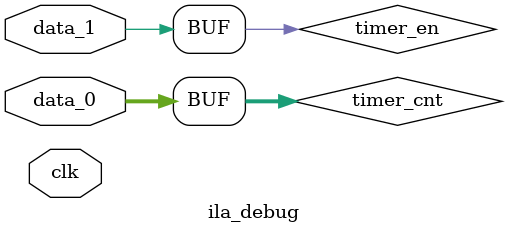
<source format=sv>
module MMCME4_ADV_Wrapper(
  input   io_CLKIN1,
  output  io_LOCKED,
  output  io_CLKOUT0,
  output  io_CLKOUT1,
  output  io_CLKOUT2,
  output  io_CLKOUT3,
  output  io_CLKOUT4,
  output  io_CLKOUT5
);
  wire  mmcm4_adv_CLKIN1; // @[Buf.scala 109:25]
  wire  mmcm4_adv_CLKIN2; // @[Buf.scala 109:25]
  wire  mmcm4_adv_RST; // @[Buf.scala 109:25]
  wire  mmcm4_adv_PWRDWN; // @[Buf.scala 109:25]
  wire  mmcm4_adv_CDDCREQ; // @[Buf.scala 109:25]
  wire  mmcm4_adv_CLKINSEL; // @[Buf.scala 109:25]
  wire [6:0] mmcm4_adv_DADDR; // @[Buf.scala 109:25]
  wire  mmcm4_adv_DEN; // @[Buf.scala 109:25]
  wire [15:0] mmcm4_adv_DI; // @[Buf.scala 109:25]
  wire  mmcm4_adv_DWE; // @[Buf.scala 109:25]
  wire  mmcm4_adv_PSCLK; // @[Buf.scala 109:25]
  wire  mmcm4_adv_PSEN; // @[Buf.scala 109:25]
  wire  mmcm4_adv_DCLK; // @[Buf.scala 109:25]
  wire  mmcm4_adv_PSINCDEC; // @[Buf.scala 109:25]
  wire  mmcm4_adv_LOCKED; // @[Buf.scala 109:25]
  wire  mmcm4_adv_CLKOUT0; // @[Buf.scala 109:25]
  wire  mmcm4_adv_CLKOUT1; // @[Buf.scala 109:25]
  wire  mmcm4_adv_CLKOUT2; // @[Buf.scala 109:25]
  wire  mmcm4_adv_CLKOUT3; // @[Buf.scala 109:25]
  wire  mmcm4_adv_CLKOUT4; // @[Buf.scala 109:25]
  wire  mmcm4_adv_CLKOUT5; // @[Buf.scala 109:25]
  wire  mmcm4_adv_CLKOUT6; // @[Buf.scala 109:25]
  MMCME4_ADV
    #(.CLKOUT5_DIVIDE(12.0), .CLKOUT3_DIVIDE(12.0), .CLKFBOUT_PHASE(0.0), .CLKIN1_PERIOD(10.0), .CLKOUT2_DIVIDE(12.0), .CLKOUT0_PHASE(0.0), .CLKFBOUT_MULT_F(12.0), .CLKOUT4_DIVIDE(12.0), .CLKOUT6_DIVIDE(2.0), .CLKOUT0_USE_FINE_PS("FALSE"), .COMPENSATION("INTERNAL"), .CLKOUT1_DIVIDE(12.0), .BANDWIDTH("OPTIMIZED"), .CLKFBOUT_USE_FINE_PS("FALSE"), .CLKOUT4_CASCADE("FALSE"), .CLKOUT0_DIVIDE_F(12.0), .CLKOUT0_DUTY_CYCLE(0.5), .REF_JITTER1(0.01), .DIVCLK_DIVIDE(1), .STARTUP_WAIT("FALSE"))
    mmcm4_adv ( // @[Buf.scala 109:25]
    .CLKIN1(mmcm4_adv_CLKIN1),
    .CLKIN2(mmcm4_adv_CLKIN2),
    .RST(mmcm4_adv_RST),
    .PWRDWN(mmcm4_adv_PWRDWN),
    .CDDCREQ(mmcm4_adv_CDDCREQ),
    .CLKINSEL(mmcm4_adv_CLKINSEL),
    .DADDR(mmcm4_adv_DADDR),
    .DEN(mmcm4_adv_DEN),
    .DI(mmcm4_adv_DI),
    .DWE(mmcm4_adv_DWE),
    .PSCLK(mmcm4_adv_PSCLK),
    .PSEN(mmcm4_adv_PSEN),
    .DCLK(mmcm4_adv_DCLK),
    .PSINCDEC(mmcm4_adv_PSINCDEC),
    .LOCKED(mmcm4_adv_LOCKED),
    .CLKOUT0(mmcm4_adv_CLKOUT0),
    .CLKOUT1(mmcm4_adv_CLKOUT1),
    .CLKOUT2(mmcm4_adv_CLKOUT2),
    .CLKOUT3(mmcm4_adv_CLKOUT3),
    .CLKOUT4(mmcm4_adv_CLKOUT4),
    .CLKOUT5(mmcm4_adv_CLKOUT5),
    .CLKOUT6(mmcm4_adv_CLKOUT6)
  );
  assign io_LOCKED = mmcm4_adv_LOCKED; // @[Buf.scala 123:25]
  assign io_CLKOUT0 = mmcm4_adv_CLKOUT0; // @[Buf.scala 124:26]
  assign io_CLKOUT1 = mmcm4_adv_CLKOUT1; // @[Buf.scala 125:26]
  assign io_CLKOUT2 = mmcm4_adv_CLKOUT2; // @[Buf.scala 126:26]
  assign io_CLKOUT3 = mmcm4_adv_CLKOUT3; // @[Buf.scala 127:26]
  assign io_CLKOUT4 = mmcm4_adv_CLKOUT4; // @[Buf.scala 128:26]
  assign io_CLKOUT5 = mmcm4_adv_CLKOUT5; // @[Buf.scala 129:26]
  assign mmcm4_adv_CLKIN1 = io_CLKIN1; // @[Buf.scala 121:25]
  assign mmcm4_adv_CLKIN2 = 1'h0; // @[Buf.scala 132:31]
  assign mmcm4_adv_RST = 1'h0; // @[Buf.scala 122:25]
  assign mmcm4_adv_PWRDWN = 1'h0; // @[Buf.scala 133:30]
  assign mmcm4_adv_CDDCREQ = 1'h0; // @[Buf.scala 134:32]
  assign mmcm4_adv_CLKINSEL = 1'h1; // @[Buf.scala 135:32]
  assign mmcm4_adv_DADDR = 7'h0; // @[Buf.scala 136:30]
  assign mmcm4_adv_DEN = 1'h0; // @[Buf.scala 137:28]
  assign mmcm4_adv_DI = 16'h0; // @[Buf.scala 138:26]
  assign mmcm4_adv_DWE = 1'h0; // @[Buf.scala 139:28]
  assign mmcm4_adv_PSCLK = 1'h0; // @[Buf.scala 140:30]
  assign mmcm4_adv_PSEN = 1'h0; // @[Buf.scala 141:28]
  assign mmcm4_adv_DCLK = 1'h0; // @[Buf.scala 142:28]
  assign mmcm4_adv_PSINCDEC = 1'h0; // @[Buf.scala 143:32]
endmodule
module MMCME4_ADV_Wrapper_1(
  input   io_CLKIN1,
  input   io_RST,
  output  io_LOCKED,
  output  io_CLKOUT0
);
  wire  mmcm4_adv_CLKIN1; // @[Buf.scala 109:25]
  wire  mmcm4_adv_CLKIN2; // @[Buf.scala 109:25]
  wire  mmcm4_adv_RST; // @[Buf.scala 109:25]
  wire  mmcm4_adv_PWRDWN; // @[Buf.scala 109:25]
  wire  mmcm4_adv_CDDCREQ; // @[Buf.scala 109:25]
  wire  mmcm4_adv_CLKINSEL; // @[Buf.scala 109:25]
  wire [6:0] mmcm4_adv_DADDR; // @[Buf.scala 109:25]
  wire  mmcm4_adv_DEN; // @[Buf.scala 109:25]
  wire [15:0] mmcm4_adv_DI; // @[Buf.scala 109:25]
  wire  mmcm4_adv_DWE; // @[Buf.scala 109:25]
  wire  mmcm4_adv_PSCLK; // @[Buf.scala 109:25]
  wire  mmcm4_adv_PSEN; // @[Buf.scala 109:25]
  wire  mmcm4_adv_DCLK; // @[Buf.scala 109:25]
  wire  mmcm4_adv_PSINCDEC; // @[Buf.scala 109:25]
  wire  mmcm4_adv_LOCKED; // @[Buf.scala 109:25]
  wire  mmcm4_adv_CLKOUT0; // @[Buf.scala 109:25]
  wire  mmcm4_adv_CLKOUT1; // @[Buf.scala 109:25]
  wire  mmcm4_adv_CLKOUT2; // @[Buf.scala 109:25]
  wire  mmcm4_adv_CLKOUT3; // @[Buf.scala 109:25]
  wire  mmcm4_adv_CLKOUT4; // @[Buf.scala 109:25]
  wire  mmcm4_adv_CLKOUT5; // @[Buf.scala 109:25]
  wire  mmcm4_adv_CLKOUT6; // @[Buf.scala 109:25]
  MMCME4_ADV
    #(.CLKOUT5_DIVIDE(2.0), .CLKOUT3_DIVIDE(2.0), .CLKFBOUT_PHASE(0.0), .CLKIN1_PERIOD(10.0), .CLKOUT2_DIVIDE(2.0), .CLKOUT0_PHASE(0.0), .CLKFBOUT_MULT_F(18.0), .CLKOUT4_DIVIDE(2.0), .CLKOUT6_DIVIDE(2.0), .CLKOUT0_USE_FINE_PS("FALSE"), .COMPENSATION("INTERNAL"), .CLKOUT1_DIVIDE(2.0), .BANDWIDTH("OPTIMIZED"), .CLKFBOUT_USE_FINE_PS("FALSE"), .CLKOUT4_CASCADE("FALSE"), .CLKOUT0_DIVIDE_F(2.0), .CLKOUT0_DUTY_CYCLE(0.5), .REF_JITTER1(0.01), .DIVCLK_DIVIDE(2), .STARTUP_WAIT("FALSE"))
    mmcm4_adv ( // @[Buf.scala 109:25]
    .CLKIN1(mmcm4_adv_CLKIN1),
    .CLKIN2(mmcm4_adv_CLKIN2),
    .RST(mmcm4_adv_RST),
    .PWRDWN(mmcm4_adv_PWRDWN),
    .CDDCREQ(mmcm4_adv_CDDCREQ),
    .CLKINSEL(mmcm4_adv_CLKINSEL),
    .DADDR(mmcm4_adv_DADDR),
    .DEN(mmcm4_adv_DEN),
    .DI(mmcm4_adv_DI),
    .DWE(mmcm4_adv_DWE),
    .PSCLK(mmcm4_adv_PSCLK),
    .PSEN(mmcm4_adv_PSEN),
    .DCLK(mmcm4_adv_DCLK),
    .PSINCDEC(mmcm4_adv_PSINCDEC),
    .LOCKED(mmcm4_adv_LOCKED),
    .CLKOUT0(mmcm4_adv_CLKOUT0),
    .CLKOUT1(mmcm4_adv_CLKOUT1),
    .CLKOUT2(mmcm4_adv_CLKOUT2),
    .CLKOUT3(mmcm4_adv_CLKOUT3),
    .CLKOUT4(mmcm4_adv_CLKOUT4),
    .CLKOUT5(mmcm4_adv_CLKOUT5),
    .CLKOUT6(mmcm4_adv_CLKOUT6)
  );
  assign io_LOCKED = mmcm4_adv_LOCKED; // @[Buf.scala 123:25]
  assign io_CLKOUT0 = mmcm4_adv_CLKOUT0; // @[Buf.scala 124:26]
  assign mmcm4_adv_CLKIN1 = io_CLKIN1; // @[Buf.scala 121:25]
  assign mmcm4_adv_CLKIN2 = 1'h0; // @[Buf.scala 132:31]
  assign mmcm4_adv_RST = io_RST; // @[Buf.scala 122:25]
  assign mmcm4_adv_PWRDWN = 1'h0; // @[Buf.scala 133:30]
  assign mmcm4_adv_CDDCREQ = 1'h0; // @[Buf.scala 134:32]
  assign mmcm4_adv_CLKINSEL = 1'h1; // @[Buf.scala 135:32]
  assign mmcm4_adv_DADDR = 7'h0; // @[Buf.scala 136:30]
  assign mmcm4_adv_DEN = 1'h0; // @[Buf.scala 137:28]
  assign mmcm4_adv_DI = 16'h0; // @[Buf.scala 138:26]
  assign mmcm4_adv_DWE = 1'h0; // @[Buf.scala 139:28]
  assign mmcm4_adv_PSCLK = 1'h0; // @[Buf.scala 140:30]
  assign mmcm4_adv_PSEN = 1'h0; // @[Buf.scala 141:28]
  assign mmcm4_adv_DCLK = 1'h0; // @[Buf.scala 142:28]
  assign mmcm4_adv_PSINCDEC = 1'h0; // @[Buf.scala 143:32]
endmodule
module HBM_DRIVER(
  input   clock,
  output  io_hbm_clk,
  output  io_hbm_rstn
);
`ifdef RANDOMIZE_REG_INIT
  reg [31:0] _RAND_0;
  reg [31:0] _RAND_1;
  reg [31:0] _RAND_2;
  reg [31:0] _RAND_3;
  reg [31:0] _RAND_4;
`endif // RANDOMIZE_REG_INIT
  wire  mmcmGlbl_io_CLKIN1; // @[HBMDriver.scala 48:30]
  wire  mmcmGlbl_io_LOCKED; // @[HBMDriver.scala 48:30]
  wire  mmcmGlbl_io_CLKOUT0; // @[HBMDriver.scala 48:30]
  wire  mmcmGlbl_io_CLKOUT1; // @[HBMDriver.scala 48:30]
  wire  mmcmGlbl_io_CLKOUT2; // @[HBMDriver.scala 48:30]
  wire  mmcmGlbl_io_CLKOUT3; // @[HBMDriver.scala 48:30]
  wire  mmcmGlbl_io_CLKOUT4; // @[HBMDriver.scala 48:30]
  wire  mmcmGlbl_io_CLKOUT5; // @[HBMDriver.scala 48:30]
  wire  apb0Pclk_pad_O; // @[Buf.scala 33:34]
  wire  apb0Pclk_pad_I; // @[Buf.scala 33:34]
  wire  apb0Pclk_pad_1_O; // @[Buf.scala 17:34]
  wire  apb0Pclk_pad_1_I; // @[Buf.scala 17:34]
  wire  apb0Pclk_pad_2_O; // @[Buf.scala 33:34]
  wire  apb0Pclk_pad_2_I; // @[Buf.scala 33:34]
  wire  axiAclkIn0_pad_O; // @[Buf.scala 33:34]
  wire  axiAclkIn0_pad_I; // @[Buf.scala 33:34]
  wire  hbmRefClk0_pad_O; // @[Buf.scala 33:34]
  wire  hbmRefClk0_pad_I; // @[Buf.scala 33:34]
  wire  apb1Pclk_pad_O; // @[Buf.scala 33:34]
  wire  apb1Pclk_pad_I; // @[Buf.scala 33:34]
  wire  apb1Pclk_pad_1_O; // @[Buf.scala 17:34]
  wire  apb1Pclk_pad_1_I; // @[Buf.scala 17:34]
  wire  apb1Pclk_pad_2_O; // @[Buf.scala 33:34]
  wire  apb1Pclk_pad_2_I; // @[Buf.scala 33:34]
  wire  axiAclkIn1_pad_O; // @[Buf.scala 33:34]
  wire  axiAclkIn1_pad_I; // @[Buf.scala 33:34]
  wire  hbmRefClk1_pad_O; // @[Buf.scala 33:34]
  wire  hbmRefClk1_pad_I; // @[Buf.scala 33:34]
  wire  mmcmAxi_io_CLKIN1; // @[HBMDriver.scala 71:29]
  wire  mmcmAxi_io_RST; // @[HBMDriver.scala 71:29]
  wire  mmcmAxi_io_LOCKED; // @[HBMDriver.scala 71:29]
  wire  mmcmAxi_io_CLKOUT0; // @[HBMDriver.scala 71:29]
  wire  axiAclk_pad_O; // @[Buf.scala 33:34]
  wire  axiAclk_pad_I; // @[Buf.scala 33:34]
  wire  instHbm_HBM_REF_CLK_0; // @[HBMDriver.scala 92:29]
  wire  instHbm_HBM_REF_CLK_1; // @[HBMDriver.scala 92:29]
  wire  instHbm_AXI_00_ACLK; // @[HBMDriver.scala 92:29]
  wire  instHbm_AXI_00_ARESET_N; // @[HBMDriver.scala 92:29]
  wire [32:0] instHbm_AXI_00_ARADDR; // @[HBMDriver.scala 92:29]
  wire [1:0] instHbm_AXI_00_ARBURST; // @[HBMDriver.scala 92:29]
  wire [5:0] instHbm_AXI_00_ARID; // @[HBMDriver.scala 92:29]
  wire [3:0] instHbm_AXI_00_ARLEN; // @[HBMDriver.scala 92:29]
  wire [2:0] instHbm_AXI_00_ARSIZE; // @[HBMDriver.scala 92:29]
  wire  instHbm_AXI_00_ARVALID; // @[HBMDriver.scala 92:29]
  wire  instHbm_AXI_00_ARREADY; // @[HBMDriver.scala 92:29]
  wire [32:0] instHbm_AXI_00_AWADDR; // @[HBMDriver.scala 92:29]
  wire [1:0] instHbm_AXI_00_AWBURST; // @[HBMDriver.scala 92:29]
  wire [5:0] instHbm_AXI_00_AWID; // @[HBMDriver.scala 92:29]
  wire [3:0] instHbm_AXI_00_AWLEN; // @[HBMDriver.scala 92:29]
  wire [2:0] instHbm_AXI_00_AWSIZE; // @[HBMDriver.scala 92:29]
  wire  instHbm_AXI_00_AWVALID; // @[HBMDriver.scala 92:29]
  wire  instHbm_AXI_00_AWREADY; // @[HBMDriver.scala 92:29]
  wire [255:0] instHbm_AXI_00_WDATA; // @[HBMDriver.scala 92:29]
  wire  instHbm_AXI_00_WLAST; // @[HBMDriver.scala 92:29]
  wire [31:0] instHbm_AXI_00_WSTRB; // @[HBMDriver.scala 92:29]
  wire  instHbm_AXI_00_WVALID; // @[HBMDriver.scala 92:29]
  wire  instHbm_AXI_00_WREADY; // @[HBMDriver.scala 92:29]
  wire [255:0] instHbm_AXI_00_RDATA; // @[HBMDriver.scala 92:29]
  wire [5:0] instHbm_AXI_00_RID; // @[HBMDriver.scala 92:29]
  wire  instHbm_AXI_00_RLAST; // @[HBMDriver.scala 92:29]
  wire [1:0] instHbm_AXI_00_RRESP; // @[HBMDriver.scala 92:29]
  wire  instHbm_AXI_00_RVALID; // @[HBMDriver.scala 92:29]
  wire  instHbm_AXI_00_RREADY; // @[HBMDriver.scala 92:29]
  wire [5:0] instHbm_AXI_00_BID; // @[HBMDriver.scala 92:29]
  wire [1:0] instHbm_AXI_00_BRESP; // @[HBMDriver.scala 92:29]
  wire  instHbm_AXI_00_BVALID; // @[HBMDriver.scala 92:29]
  wire  instHbm_AXI_00_BREADY; // @[HBMDriver.scala 92:29]
  wire [31:0] instHbm_AXI_00_WDATA_PARITY; // @[HBMDriver.scala 92:29]
  wire [31:0] instHbm_AXI_00_RDATA_PARITY; // @[HBMDriver.scala 92:29]
  wire  instHbm_AXI_01_ACLK; // @[HBMDriver.scala 92:29]
  wire  instHbm_AXI_01_ARESET_N; // @[HBMDriver.scala 92:29]
  wire [32:0] instHbm_AXI_01_ARADDR; // @[HBMDriver.scala 92:29]
  wire [1:0] instHbm_AXI_01_ARBURST; // @[HBMDriver.scala 92:29]
  wire [5:0] instHbm_AXI_01_ARID; // @[HBMDriver.scala 92:29]
  wire [3:0] instHbm_AXI_01_ARLEN; // @[HBMDriver.scala 92:29]
  wire [2:0] instHbm_AXI_01_ARSIZE; // @[HBMDriver.scala 92:29]
  wire  instHbm_AXI_01_ARVALID; // @[HBMDriver.scala 92:29]
  wire  instHbm_AXI_01_ARREADY; // @[HBMDriver.scala 92:29]
  wire [32:0] instHbm_AXI_01_AWADDR; // @[HBMDriver.scala 92:29]
  wire [1:0] instHbm_AXI_01_AWBURST; // @[HBMDriver.scala 92:29]
  wire [5:0] instHbm_AXI_01_AWID; // @[HBMDriver.scala 92:29]
  wire [3:0] instHbm_AXI_01_AWLEN; // @[HBMDriver.scala 92:29]
  wire [2:0] instHbm_AXI_01_AWSIZE; // @[HBMDriver.scala 92:29]
  wire  instHbm_AXI_01_AWVALID; // @[HBMDriver.scala 92:29]
  wire  instHbm_AXI_01_AWREADY; // @[HBMDriver.scala 92:29]
  wire [255:0] instHbm_AXI_01_WDATA; // @[HBMDriver.scala 92:29]
  wire  instHbm_AXI_01_WLAST; // @[HBMDriver.scala 92:29]
  wire [31:0] instHbm_AXI_01_WSTRB; // @[HBMDriver.scala 92:29]
  wire  instHbm_AXI_01_WVALID; // @[HBMDriver.scala 92:29]
  wire  instHbm_AXI_01_WREADY; // @[HBMDriver.scala 92:29]
  wire [255:0] instHbm_AXI_01_RDATA; // @[HBMDriver.scala 92:29]
  wire [5:0] instHbm_AXI_01_RID; // @[HBMDriver.scala 92:29]
  wire  instHbm_AXI_01_RLAST; // @[HBMDriver.scala 92:29]
  wire [1:0] instHbm_AXI_01_RRESP; // @[HBMDriver.scala 92:29]
  wire  instHbm_AXI_01_RVALID; // @[HBMDriver.scala 92:29]
  wire  instHbm_AXI_01_RREADY; // @[HBMDriver.scala 92:29]
  wire [5:0] instHbm_AXI_01_BID; // @[HBMDriver.scala 92:29]
  wire [1:0] instHbm_AXI_01_BRESP; // @[HBMDriver.scala 92:29]
  wire  instHbm_AXI_01_BVALID; // @[HBMDriver.scala 92:29]
  wire  instHbm_AXI_01_BREADY; // @[HBMDriver.scala 92:29]
  wire [31:0] instHbm_AXI_01_WDATA_PARITY; // @[HBMDriver.scala 92:29]
  wire [31:0] instHbm_AXI_01_RDATA_PARITY; // @[HBMDriver.scala 92:29]
  wire  instHbm_AXI_02_ACLK; // @[HBMDriver.scala 92:29]
  wire  instHbm_AXI_02_ARESET_N; // @[HBMDriver.scala 92:29]
  wire [32:0] instHbm_AXI_02_ARADDR; // @[HBMDriver.scala 92:29]
  wire [1:0] instHbm_AXI_02_ARBURST; // @[HBMDriver.scala 92:29]
  wire [5:0] instHbm_AXI_02_ARID; // @[HBMDriver.scala 92:29]
  wire [3:0] instHbm_AXI_02_ARLEN; // @[HBMDriver.scala 92:29]
  wire [2:0] instHbm_AXI_02_ARSIZE; // @[HBMDriver.scala 92:29]
  wire  instHbm_AXI_02_ARVALID; // @[HBMDriver.scala 92:29]
  wire  instHbm_AXI_02_ARREADY; // @[HBMDriver.scala 92:29]
  wire [32:0] instHbm_AXI_02_AWADDR; // @[HBMDriver.scala 92:29]
  wire [1:0] instHbm_AXI_02_AWBURST; // @[HBMDriver.scala 92:29]
  wire [5:0] instHbm_AXI_02_AWID; // @[HBMDriver.scala 92:29]
  wire [3:0] instHbm_AXI_02_AWLEN; // @[HBMDriver.scala 92:29]
  wire [2:0] instHbm_AXI_02_AWSIZE; // @[HBMDriver.scala 92:29]
  wire  instHbm_AXI_02_AWVALID; // @[HBMDriver.scala 92:29]
  wire  instHbm_AXI_02_AWREADY; // @[HBMDriver.scala 92:29]
  wire [255:0] instHbm_AXI_02_WDATA; // @[HBMDriver.scala 92:29]
  wire  instHbm_AXI_02_WLAST; // @[HBMDriver.scala 92:29]
  wire [31:0] instHbm_AXI_02_WSTRB; // @[HBMDriver.scala 92:29]
  wire  instHbm_AXI_02_WVALID; // @[HBMDriver.scala 92:29]
  wire  instHbm_AXI_02_WREADY; // @[HBMDriver.scala 92:29]
  wire [255:0] instHbm_AXI_02_RDATA; // @[HBMDriver.scala 92:29]
  wire [5:0] instHbm_AXI_02_RID; // @[HBMDriver.scala 92:29]
  wire  instHbm_AXI_02_RLAST; // @[HBMDriver.scala 92:29]
  wire [1:0] instHbm_AXI_02_RRESP; // @[HBMDriver.scala 92:29]
  wire  instHbm_AXI_02_RVALID; // @[HBMDriver.scala 92:29]
  wire  instHbm_AXI_02_RREADY; // @[HBMDriver.scala 92:29]
  wire [5:0] instHbm_AXI_02_BID; // @[HBMDriver.scala 92:29]
  wire [1:0] instHbm_AXI_02_BRESP; // @[HBMDriver.scala 92:29]
  wire  instHbm_AXI_02_BVALID; // @[HBMDriver.scala 92:29]
  wire  instHbm_AXI_02_BREADY; // @[HBMDriver.scala 92:29]
  wire [31:0] instHbm_AXI_02_WDATA_PARITY; // @[HBMDriver.scala 92:29]
  wire [31:0] instHbm_AXI_02_RDATA_PARITY; // @[HBMDriver.scala 92:29]
  wire  instHbm_AXI_03_ACLK; // @[HBMDriver.scala 92:29]
  wire  instHbm_AXI_03_ARESET_N; // @[HBMDriver.scala 92:29]
  wire [32:0] instHbm_AXI_03_ARADDR; // @[HBMDriver.scala 92:29]
  wire [1:0] instHbm_AXI_03_ARBURST; // @[HBMDriver.scala 92:29]
  wire [5:0] instHbm_AXI_03_ARID; // @[HBMDriver.scala 92:29]
  wire [3:0] instHbm_AXI_03_ARLEN; // @[HBMDriver.scala 92:29]
  wire [2:0] instHbm_AXI_03_ARSIZE; // @[HBMDriver.scala 92:29]
  wire  instHbm_AXI_03_ARVALID; // @[HBMDriver.scala 92:29]
  wire  instHbm_AXI_03_ARREADY; // @[HBMDriver.scala 92:29]
  wire [32:0] instHbm_AXI_03_AWADDR; // @[HBMDriver.scala 92:29]
  wire [1:0] instHbm_AXI_03_AWBURST; // @[HBMDriver.scala 92:29]
  wire [5:0] instHbm_AXI_03_AWID; // @[HBMDriver.scala 92:29]
  wire [3:0] instHbm_AXI_03_AWLEN; // @[HBMDriver.scala 92:29]
  wire [2:0] instHbm_AXI_03_AWSIZE; // @[HBMDriver.scala 92:29]
  wire  instHbm_AXI_03_AWVALID; // @[HBMDriver.scala 92:29]
  wire  instHbm_AXI_03_AWREADY; // @[HBMDriver.scala 92:29]
  wire [255:0] instHbm_AXI_03_WDATA; // @[HBMDriver.scala 92:29]
  wire  instHbm_AXI_03_WLAST; // @[HBMDriver.scala 92:29]
  wire [31:0] instHbm_AXI_03_WSTRB; // @[HBMDriver.scala 92:29]
  wire  instHbm_AXI_03_WVALID; // @[HBMDriver.scala 92:29]
  wire  instHbm_AXI_03_WREADY; // @[HBMDriver.scala 92:29]
  wire [255:0] instHbm_AXI_03_RDATA; // @[HBMDriver.scala 92:29]
  wire [5:0] instHbm_AXI_03_RID; // @[HBMDriver.scala 92:29]
  wire  instHbm_AXI_03_RLAST; // @[HBMDriver.scala 92:29]
  wire [1:0] instHbm_AXI_03_RRESP; // @[HBMDriver.scala 92:29]
  wire  instHbm_AXI_03_RVALID; // @[HBMDriver.scala 92:29]
  wire  instHbm_AXI_03_RREADY; // @[HBMDriver.scala 92:29]
  wire [5:0] instHbm_AXI_03_BID; // @[HBMDriver.scala 92:29]
  wire [1:0] instHbm_AXI_03_BRESP; // @[HBMDriver.scala 92:29]
  wire  instHbm_AXI_03_BVALID; // @[HBMDriver.scala 92:29]
  wire  instHbm_AXI_03_BREADY; // @[HBMDriver.scala 92:29]
  wire [31:0] instHbm_AXI_03_WDATA_PARITY; // @[HBMDriver.scala 92:29]
  wire [31:0] instHbm_AXI_03_RDATA_PARITY; // @[HBMDriver.scala 92:29]
  wire  instHbm_AXI_04_ACLK; // @[HBMDriver.scala 92:29]
  wire  instHbm_AXI_04_ARESET_N; // @[HBMDriver.scala 92:29]
  wire [32:0] instHbm_AXI_04_ARADDR; // @[HBMDriver.scala 92:29]
  wire [1:0] instHbm_AXI_04_ARBURST; // @[HBMDriver.scala 92:29]
  wire [5:0] instHbm_AXI_04_ARID; // @[HBMDriver.scala 92:29]
  wire [3:0] instHbm_AXI_04_ARLEN; // @[HBMDriver.scala 92:29]
  wire [2:0] instHbm_AXI_04_ARSIZE; // @[HBMDriver.scala 92:29]
  wire  instHbm_AXI_04_ARVALID; // @[HBMDriver.scala 92:29]
  wire  instHbm_AXI_04_ARREADY; // @[HBMDriver.scala 92:29]
  wire [32:0] instHbm_AXI_04_AWADDR; // @[HBMDriver.scala 92:29]
  wire [1:0] instHbm_AXI_04_AWBURST; // @[HBMDriver.scala 92:29]
  wire [5:0] instHbm_AXI_04_AWID; // @[HBMDriver.scala 92:29]
  wire [3:0] instHbm_AXI_04_AWLEN; // @[HBMDriver.scala 92:29]
  wire [2:0] instHbm_AXI_04_AWSIZE; // @[HBMDriver.scala 92:29]
  wire  instHbm_AXI_04_AWVALID; // @[HBMDriver.scala 92:29]
  wire  instHbm_AXI_04_AWREADY; // @[HBMDriver.scala 92:29]
  wire [255:0] instHbm_AXI_04_WDATA; // @[HBMDriver.scala 92:29]
  wire  instHbm_AXI_04_WLAST; // @[HBMDriver.scala 92:29]
  wire [31:0] instHbm_AXI_04_WSTRB; // @[HBMDriver.scala 92:29]
  wire  instHbm_AXI_04_WVALID; // @[HBMDriver.scala 92:29]
  wire  instHbm_AXI_04_WREADY; // @[HBMDriver.scala 92:29]
  wire [255:0] instHbm_AXI_04_RDATA; // @[HBMDriver.scala 92:29]
  wire [5:0] instHbm_AXI_04_RID; // @[HBMDriver.scala 92:29]
  wire  instHbm_AXI_04_RLAST; // @[HBMDriver.scala 92:29]
  wire [1:0] instHbm_AXI_04_RRESP; // @[HBMDriver.scala 92:29]
  wire  instHbm_AXI_04_RVALID; // @[HBMDriver.scala 92:29]
  wire  instHbm_AXI_04_RREADY; // @[HBMDriver.scala 92:29]
  wire [5:0] instHbm_AXI_04_BID; // @[HBMDriver.scala 92:29]
  wire [1:0] instHbm_AXI_04_BRESP; // @[HBMDriver.scala 92:29]
  wire  instHbm_AXI_04_BVALID; // @[HBMDriver.scala 92:29]
  wire  instHbm_AXI_04_BREADY; // @[HBMDriver.scala 92:29]
  wire [31:0] instHbm_AXI_04_WDATA_PARITY; // @[HBMDriver.scala 92:29]
  wire [31:0] instHbm_AXI_04_RDATA_PARITY; // @[HBMDriver.scala 92:29]
  wire  instHbm_AXI_05_ACLK; // @[HBMDriver.scala 92:29]
  wire  instHbm_AXI_05_ARESET_N; // @[HBMDriver.scala 92:29]
  wire [32:0] instHbm_AXI_05_ARADDR; // @[HBMDriver.scala 92:29]
  wire [1:0] instHbm_AXI_05_ARBURST; // @[HBMDriver.scala 92:29]
  wire [5:0] instHbm_AXI_05_ARID; // @[HBMDriver.scala 92:29]
  wire [3:0] instHbm_AXI_05_ARLEN; // @[HBMDriver.scala 92:29]
  wire [2:0] instHbm_AXI_05_ARSIZE; // @[HBMDriver.scala 92:29]
  wire  instHbm_AXI_05_ARVALID; // @[HBMDriver.scala 92:29]
  wire  instHbm_AXI_05_ARREADY; // @[HBMDriver.scala 92:29]
  wire [32:0] instHbm_AXI_05_AWADDR; // @[HBMDriver.scala 92:29]
  wire [1:0] instHbm_AXI_05_AWBURST; // @[HBMDriver.scala 92:29]
  wire [5:0] instHbm_AXI_05_AWID; // @[HBMDriver.scala 92:29]
  wire [3:0] instHbm_AXI_05_AWLEN; // @[HBMDriver.scala 92:29]
  wire [2:0] instHbm_AXI_05_AWSIZE; // @[HBMDriver.scala 92:29]
  wire  instHbm_AXI_05_AWVALID; // @[HBMDriver.scala 92:29]
  wire  instHbm_AXI_05_AWREADY; // @[HBMDriver.scala 92:29]
  wire [255:0] instHbm_AXI_05_WDATA; // @[HBMDriver.scala 92:29]
  wire  instHbm_AXI_05_WLAST; // @[HBMDriver.scala 92:29]
  wire [31:0] instHbm_AXI_05_WSTRB; // @[HBMDriver.scala 92:29]
  wire  instHbm_AXI_05_WVALID; // @[HBMDriver.scala 92:29]
  wire  instHbm_AXI_05_WREADY; // @[HBMDriver.scala 92:29]
  wire [255:0] instHbm_AXI_05_RDATA; // @[HBMDriver.scala 92:29]
  wire [5:0] instHbm_AXI_05_RID; // @[HBMDriver.scala 92:29]
  wire  instHbm_AXI_05_RLAST; // @[HBMDriver.scala 92:29]
  wire [1:0] instHbm_AXI_05_RRESP; // @[HBMDriver.scala 92:29]
  wire  instHbm_AXI_05_RVALID; // @[HBMDriver.scala 92:29]
  wire  instHbm_AXI_05_RREADY; // @[HBMDriver.scala 92:29]
  wire [5:0] instHbm_AXI_05_BID; // @[HBMDriver.scala 92:29]
  wire [1:0] instHbm_AXI_05_BRESP; // @[HBMDriver.scala 92:29]
  wire  instHbm_AXI_05_BVALID; // @[HBMDriver.scala 92:29]
  wire  instHbm_AXI_05_BREADY; // @[HBMDriver.scala 92:29]
  wire [31:0] instHbm_AXI_05_WDATA_PARITY; // @[HBMDriver.scala 92:29]
  wire [31:0] instHbm_AXI_05_RDATA_PARITY; // @[HBMDriver.scala 92:29]
  wire  instHbm_AXI_06_ACLK; // @[HBMDriver.scala 92:29]
  wire  instHbm_AXI_06_ARESET_N; // @[HBMDriver.scala 92:29]
  wire [32:0] instHbm_AXI_06_ARADDR; // @[HBMDriver.scala 92:29]
  wire [1:0] instHbm_AXI_06_ARBURST; // @[HBMDriver.scala 92:29]
  wire [5:0] instHbm_AXI_06_ARID; // @[HBMDriver.scala 92:29]
  wire [3:0] instHbm_AXI_06_ARLEN; // @[HBMDriver.scala 92:29]
  wire [2:0] instHbm_AXI_06_ARSIZE; // @[HBMDriver.scala 92:29]
  wire  instHbm_AXI_06_ARVALID; // @[HBMDriver.scala 92:29]
  wire  instHbm_AXI_06_ARREADY; // @[HBMDriver.scala 92:29]
  wire [32:0] instHbm_AXI_06_AWADDR; // @[HBMDriver.scala 92:29]
  wire [1:0] instHbm_AXI_06_AWBURST; // @[HBMDriver.scala 92:29]
  wire [5:0] instHbm_AXI_06_AWID; // @[HBMDriver.scala 92:29]
  wire [3:0] instHbm_AXI_06_AWLEN; // @[HBMDriver.scala 92:29]
  wire [2:0] instHbm_AXI_06_AWSIZE; // @[HBMDriver.scala 92:29]
  wire  instHbm_AXI_06_AWVALID; // @[HBMDriver.scala 92:29]
  wire  instHbm_AXI_06_AWREADY; // @[HBMDriver.scala 92:29]
  wire [255:0] instHbm_AXI_06_WDATA; // @[HBMDriver.scala 92:29]
  wire  instHbm_AXI_06_WLAST; // @[HBMDriver.scala 92:29]
  wire [31:0] instHbm_AXI_06_WSTRB; // @[HBMDriver.scala 92:29]
  wire  instHbm_AXI_06_WVALID; // @[HBMDriver.scala 92:29]
  wire  instHbm_AXI_06_WREADY; // @[HBMDriver.scala 92:29]
  wire [255:0] instHbm_AXI_06_RDATA; // @[HBMDriver.scala 92:29]
  wire [5:0] instHbm_AXI_06_RID; // @[HBMDriver.scala 92:29]
  wire  instHbm_AXI_06_RLAST; // @[HBMDriver.scala 92:29]
  wire [1:0] instHbm_AXI_06_RRESP; // @[HBMDriver.scala 92:29]
  wire  instHbm_AXI_06_RVALID; // @[HBMDriver.scala 92:29]
  wire  instHbm_AXI_06_RREADY; // @[HBMDriver.scala 92:29]
  wire [5:0] instHbm_AXI_06_BID; // @[HBMDriver.scala 92:29]
  wire [1:0] instHbm_AXI_06_BRESP; // @[HBMDriver.scala 92:29]
  wire  instHbm_AXI_06_BVALID; // @[HBMDriver.scala 92:29]
  wire  instHbm_AXI_06_BREADY; // @[HBMDriver.scala 92:29]
  wire [31:0] instHbm_AXI_06_WDATA_PARITY; // @[HBMDriver.scala 92:29]
  wire [31:0] instHbm_AXI_06_RDATA_PARITY; // @[HBMDriver.scala 92:29]
  wire  instHbm_AXI_07_ACLK; // @[HBMDriver.scala 92:29]
  wire  instHbm_AXI_07_ARESET_N; // @[HBMDriver.scala 92:29]
  wire [32:0] instHbm_AXI_07_ARADDR; // @[HBMDriver.scala 92:29]
  wire [1:0] instHbm_AXI_07_ARBURST; // @[HBMDriver.scala 92:29]
  wire [5:0] instHbm_AXI_07_ARID; // @[HBMDriver.scala 92:29]
  wire [3:0] instHbm_AXI_07_ARLEN; // @[HBMDriver.scala 92:29]
  wire [2:0] instHbm_AXI_07_ARSIZE; // @[HBMDriver.scala 92:29]
  wire  instHbm_AXI_07_ARVALID; // @[HBMDriver.scala 92:29]
  wire  instHbm_AXI_07_ARREADY; // @[HBMDriver.scala 92:29]
  wire [32:0] instHbm_AXI_07_AWADDR; // @[HBMDriver.scala 92:29]
  wire [1:0] instHbm_AXI_07_AWBURST; // @[HBMDriver.scala 92:29]
  wire [5:0] instHbm_AXI_07_AWID; // @[HBMDriver.scala 92:29]
  wire [3:0] instHbm_AXI_07_AWLEN; // @[HBMDriver.scala 92:29]
  wire [2:0] instHbm_AXI_07_AWSIZE; // @[HBMDriver.scala 92:29]
  wire  instHbm_AXI_07_AWVALID; // @[HBMDriver.scala 92:29]
  wire  instHbm_AXI_07_AWREADY; // @[HBMDriver.scala 92:29]
  wire [255:0] instHbm_AXI_07_WDATA; // @[HBMDriver.scala 92:29]
  wire  instHbm_AXI_07_WLAST; // @[HBMDriver.scala 92:29]
  wire [31:0] instHbm_AXI_07_WSTRB; // @[HBMDriver.scala 92:29]
  wire  instHbm_AXI_07_WVALID; // @[HBMDriver.scala 92:29]
  wire  instHbm_AXI_07_WREADY; // @[HBMDriver.scala 92:29]
  wire [255:0] instHbm_AXI_07_RDATA; // @[HBMDriver.scala 92:29]
  wire [5:0] instHbm_AXI_07_RID; // @[HBMDriver.scala 92:29]
  wire  instHbm_AXI_07_RLAST; // @[HBMDriver.scala 92:29]
  wire [1:0] instHbm_AXI_07_RRESP; // @[HBMDriver.scala 92:29]
  wire  instHbm_AXI_07_RVALID; // @[HBMDriver.scala 92:29]
  wire  instHbm_AXI_07_RREADY; // @[HBMDriver.scala 92:29]
  wire [5:0] instHbm_AXI_07_BID; // @[HBMDriver.scala 92:29]
  wire [1:0] instHbm_AXI_07_BRESP; // @[HBMDriver.scala 92:29]
  wire  instHbm_AXI_07_BVALID; // @[HBMDriver.scala 92:29]
  wire  instHbm_AXI_07_BREADY; // @[HBMDriver.scala 92:29]
  wire [31:0] instHbm_AXI_07_WDATA_PARITY; // @[HBMDriver.scala 92:29]
  wire [31:0] instHbm_AXI_07_RDATA_PARITY; // @[HBMDriver.scala 92:29]
  wire  instHbm_AXI_08_ACLK; // @[HBMDriver.scala 92:29]
  wire  instHbm_AXI_08_ARESET_N; // @[HBMDriver.scala 92:29]
  wire [32:0] instHbm_AXI_08_ARADDR; // @[HBMDriver.scala 92:29]
  wire [1:0] instHbm_AXI_08_ARBURST; // @[HBMDriver.scala 92:29]
  wire [5:0] instHbm_AXI_08_ARID; // @[HBMDriver.scala 92:29]
  wire [3:0] instHbm_AXI_08_ARLEN; // @[HBMDriver.scala 92:29]
  wire [2:0] instHbm_AXI_08_ARSIZE; // @[HBMDriver.scala 92:29]
  wire  instHbm_AXI_08_ARVALID; // @[HBMDriver.scala 92:29]
  wire  instHbm_AXI_08_ARREADY; // @[HBMDriver.scala 92:29]
  wire [32:0] instHbm_AXI_08_AWADDR; // @[HBMDriver.scala 92:29]
  wire [1:0] instHbm_AXI_08_AWBURST; // @[HBMDriver.scala 92:29]
  wire [5:0] instHbm_AXI_08_AWID; // @[HBMDriver.scala 92:29]
  wire [3:0] instHbm_AXI_08_AWLEN; // @[HBMDriver.scala 92:29]
  wire [2:0] instHbm_AXI_08_AWSIZE; // @[HBMDriver.scala 92:29]
  wire  instHbm_AXI_08_AWVALID; // @[HBMDriver.scala 92:29]
  wire  instHbm_AXI_08_AWREADY; // @[HBMDriver.scala 92:29]
  wire [255:0] instHbm_AXI_08_WDATA; // @[HBMDriver.scala 92:29]
  wire  instHbm_AXI_08_WLAST; // @[HBMDriver.scala 92:29]
  wire [31:0] instHbm_AXI_08_WSTRB; // @[HBMDriver.scala 92:29]
  wire  instHbm_AXI_08_WVALID; // @[HBMDriver.scala 92:29]
  wire  instHbm_AXI_08_WREADY; // @[HBMDriver.scala 92:29]
  wire [255:0] instHbm_AXI_08_RDATA; // @[HBMDriver.scala 92:29]
  wire [5:0] instHbm_AXI_08_RID; // @[HBMDriver.scala 92:29]
  wire  instHbm_AXI_08_RLAST; // @[HBMDriver.scala 92:29]
  wire [1:0] instHbm_AXI_08_RRESP; // @[HBMDriver.scala 92:29]
  wire  instHbm_AXI_08_RVALID; // @[HBMDriver.scala 92:29]
  wire  instHbm_AXI_08_RREADY; // @[HBMDriver.scala 92:29]
  wire [5:0] instHbm_AXI_08_BID; // @[HBMDriver.scala 92:29]
  wire [1:0] instHbm_AXI_08_BRESP; // @[HBMDriver.scala 92:29]
  wire  instHbm_AXI_08_BVALID; // @[HBMDriver.scala 92:29]
  wire  instHbm_AXI_08_BREADY; // @[HBMDriver.scala 92:29]
  wire [31:0] instHbm_AXI_08_WDATA_PARITY; // @[HBMDriver.scala 92:29]
  wire [31:0] instHbm_AXI_08_RDATA_PARITY; // @[HBMDriver.scala 92:29]
  wire  instHbm_AXI_09_ACLK; // @[HBMDriver.scala 92:29]
  wire  instHbm_AXI_09_ARESET_N; // @[HBMDriver.scala 92:29]
  wire [32:0] instHbm_AXI_09_ARADDR; // @[HBMDriver.scala 92:29]
  wire [1:0] instHbm_AXI_09_ARBURST; // @[HBMDriver.scala 92:29]
  wire [5:0] instHbm_AXI_09_ARID; // @[HBMDriver.scala 92:29]
  wire [3:0] instHbm_AXI_09_ARLEN; // @[HBMDriver.scala 92:29]
  wire [2:0] instHbm_AXI_09_ARSIZE; // @[HBMDriver.scala 92:29]
  wire  instHbm_AXI_09_ARVALID; // @[HBMDriver.scala 92:29]
  wire  instHbm_AXI_09_ARREADY; // @[HBMDriver.scala 92:29]
  wire [32:0] instHbm_AXI_09_AWADDR; // @[HBMDriver.scala 92:29]
  wire [1:0] instHbm_AXI_09_AWBURST; // @[HBMDriver.scala 92:29]
  wire [5:0] instHbm_AXI_09_AWID; // @[HBMDriver.scala 92:29]
  wire [3:0] instHbm_AXI_09_AWLEN; // @[HBMDriver.scala 92:29]
  wire [2:0] instHbm_AXI_09_AWSIZE; // @[HBMDriver.scala 92:29]
  wire  instHbm_AXI_09_AWVALID; // @[HBMDriver.scala 92:29]
  wire  instHbm_AXI_09_AWREADY; // @[HBMDriver.scala 92:29]
  wire [255:0] instHbm_AXI_09_WDATA; // @[HBMDriver.scala 92:29]
  wire  instHbm_AXI_09_WLAST; // @[HBMDriver.scala 92:29]
  wire [31:0] instHbm_AXI_09_WSTRB; // @[HBMDriver.scala 92:29]
  wire  instHbm_AXI_09_WVALID; // @[HBMDriver.scala 92:29]
  wire  instHbm_AXI_09_WREADY; // @[HBMDriver.scala 92:29]
  wire [255:0] instHbm_AXI_09_RDATA; // @[HBMDriver.scala 92:29]
  wire [5:0] instHbm_AXI_09_RID; // @[HBMDriver.scala 92:29]
  wire  instHbm_AXI_09_RLAST; // @[HBMDriver.scala 92:29]
  wire [1:0] instHbm_AXI_09_RRESP; // @[HBMDriver.scala 92:29]
  wire  instHbm_AXI_09_RVALID; // @[HBMDriver.scala 92:29]
  wire  instHbm_AXI_09_RREADY; // @[HBMDriver.scala 92:29]
  wire [5:0] instHbm_AXI_09_BID; // @[HBMDriver.scala 92:29]
  wire [1:0] instHbm_AXI_09_BRESP; // @[HBMDriver.scala 92:29]
  wire  instHbm_AXI_09_BVALID; // @[HBMDriver.scala 92:29]
  wire  instHbm_AXI_09_BREADY; // @[HBMDriver.scala 92:29]
  wire [31:0] instHbm_AXI_09_WDATA_PARITY; // @[HBMDriver.scala 92:29]
  wire [31:0] instHbm_AXI_09_RDATA_PARITY; // @[HBMDriver.scala 92:29]
  wire  instHbm_AXI_10_ACLK; // @[HBMDriver.scala 92:29]
  wire  instHbm_AXI_10_ARESET_N; // @[HBMDriver.scala 92:29]
  wire [32:0] instHbm_AXI_10_ARADDR; // @[HBMDriver.scala 92:29]
  wire [1:0] instHbm_AXI_10_ARBURST; // @[HBMDriver.scala 92:29]
  wire [5:0] instHbm_AXI_10_ARID; // @[HBMDriver.scala 92:29]
  wire [3:0] instHbm_AXI_10_ARLEN; // @[HBMDriver.scala 92:29]
  wire [2:0] instHbm_AXI_10_ARSIZE; // @[HBMDriver.scala 92:29]
  wire  instHbm_AXI_10_ARVALID; // @[HBMDriver.scala 92:29]
  wire  instHbm_AXI_10_ARREADY; // @[HBMDriver.scala 92:29]
  wire [32:0] instHbm_AXI_10_AWADDR; // @[HBMDriver.scala 92:29]
  wire [1:0] instHbm_AXI_10_AWBURST; // @[HBMDriver.scala 92:29]
  wire [5:0] instHbm_AXI_10_AWID; // @[HBMDriver.scala 92:29]
  wire [3:0] instHbm_AXI_10_AWLEN; // @[HBMDriver.scala 92:29]
  wire [2:0] instHbm_AXI_10_AWSIZE; // @[HBMDriver.scala 92:29]
  wire  instHbm_AXI_10_AWVALID; // @[HBMDriver.scala 92:29]
  wire  instHbm_AXI_10_AWREADY; // @[HBMDriver.scala 92:29]
  wire [255:0] instHbm_AXI_10_WDATA; // @[HBMDriver.scala 92:29]
  wire  instHbm_AXI_10_WLAST; // @[HBMDriver.scala 92:29]
  wire [31:0] instHbm_AXI_10_WSTRB; // @[HBMDriver.scala 92:29]
  wire  instHbm_AXI_10_WVALID; // @[HBMDriver.scala 92:29]
  wire  instHbm_AXI_10_WREADY; // @[HBMDriver.scala 92:29]
  wire [255:0] instHbm_AXI_10_RDATA; // @[HBMDriver.scala 92:29]
  wire [5:0] instHbm_AXI_10_RID; // @[HBMDriver.scala 92:29]
  wire  instHbm_AXI_10_RLAST; // @[HBMDriver.scala 92:29]
  wire [1:0] instHbm_AXI_10_RRESP; // @[HBMDriver.scala 92:29]
  wire  instHbm_AXI_10_RVALID; // @[HBMDriver.scala 92:29]
  wire  instHbm_AXI_10_RREADY; // @[HBMDriver.scala 92:29]
  wire [5:0] instHbm_AXI_10_BID; // @[HBMDriver.scala 92:29]
  wire [1:0] instHbm_AXI_10_BRESP; // @[HBMDriver.scala 92:29]
  wire  instHbm_AXI_10_BVALID; // @[HBMDriver.scala 92:29]
  wire  instHbm_AXI_10_BREADY; // @[HBMDriver.scala 92:29]
  wire [31:0] instHbm_AXI_10_WDATA_PARITY; // @[HBMDriver.scala 92:29]
  wire [31:0] instHbm_AXI_10_RDATA_PARITY; // @[HBMDriver.scala 92:29]
  wire  instHbm_AXI_11_ACLK; // @[HBMDriver.scala 92:29]
  wire  instHbm_AXI_11_ARESET_N; // @[HBMDriver.scala 92:29]
  wire [32:0] instHbm_AXI_11_ARADDR; // @[HBMDriver.scala 92:29]
  wire [1:0] instHbm_AXI_11_ARBURST; // @[HBMDriver.scala 92:29]
  wire [5:0] instHbm_AXI_11_ARID; // @[HBMDriver.scala 92:29]
  wire [3:0] instHbm_AXI_11_ARLEN; // @[HBMDriver.scala 92:29]
  wire [2:0] instHbm_AXI_11_ARSIZE; // @[HBMDriver.scala 92:29]
  wire  instHbm_AXI_11_ARVALID; // @[HBMDriver.scala 92:29]
  wire  instHbm_AXI_11_ARREADY; // @[HBMDriver.scala 92:29]
  wire [32:0] instHbm_AXI_11_AWADDR; // @[HBMDriver.scala 92:29]
  wire [1:0] instHbm_AXI_11_AWBURST; // @[HBMDriver.scala 92:29]
  wire [5:0] instHbm_AXI_11_AWID; // @[HBMDriver.scala 92:29]
  wire [3:0] instHbm_AXI_11_AWLEN; // @[HBMDriver.scala 92:29]
  wire [2:0] instHbm_AXI_11_AWSIZE; // @[HBMDriver.scala 92:29]
  wire  instHbm_AXI_11_AWVALID; // @[HBMDriver.scala 92:29]
  wire  instHbm_AXI_11_AWREADY; // @[HBMDriver.scala 92:29]
  wire [255:0] instHbm_AXI_11_WDATA; // @[HBMDriver.scala 92:29]
  wire  instHbm_AXI_11_WLAST; // @[HBMDriver.scala 92:29]
  wire [31:0] instHbm_AXI_11_WSTRB; // @[HBMDriver.scala 92:29]
  wire  instHbm_AXI_11_WVALID; // @[HBMDriver.scala 92:29]
  wire  instHbm_AXI_11_WREADY; // @[HBMDriver.scala 92:29]
  wire [255:0] instHbm_AXI_11_RDATA; // @[HBMDriver.scala 92:29]
  wire [5:0] instHbm_AXI_11_RID; // @[HBMDriver.scala 92:29]
  wire  instHbm_AXI_11_RLAST; // @[HBMDriver.scala 92:29]
  wire [1:0] instHbm_AXI_11_RRESP; // @[HBMDriver.scala 92:29]
  wire  instHbm_AXI_11_RVALID; // @[HBMDriver.scala 92:29]
  wire  instHbm_AXI_11_RREADY; // @[HBMDriver.scala 92:29]
  wire [5:0] instHbm_AXI_11_BID; // @[HBMDriver.scala 92:29]
  wire [1:0] instHbm_AXI_11_BRESP; // @[HBMDriver.scala 92:29]
  wire  instHbm_AXI_11_BVALID; // @[HBMDriver.scala 92:29]
  wire  instHbm_AXI_11_BREADY; // @[HBMDriver.scala 92:29]
  wire [31:0] instHbm_AXI_11_WDATA_PARITY; // @[HBMDriver.scala 92:29]
  wire [31:0] instHbm_AXI_11_RDATA_PARITY; // @[HBMDriver.scala 92:29]
  wire  instHbm_AXI_12_ACLK; // @[HBMDriver.scala 92:29]
  wire  instHbm_AXI_12_ARESET_N; // @[HBMDriver.scala 92:29]
  wire [32:0] instHbm_AXI_12_ARADDR; // @[HBMDriver.scala 92:29]
  wire [1:0] instHbm_AXI_12_ARBURST; // @[HBMDriver.scala 92:29]
  wire [5:0] instHbm_AXI_12_ARID; // @[HBMDriver.scala 92:29]
  wire [3:0] instHbm_AXI_12_ARLEN; // @[HBMDriver.scala 92:29]
  wire [2:0] instHbm_AXI_12_ARSIZE; // @[HBMDriver.scala 92:29]
  wire  instHbm_AXI_12_ARVALID; // @[HBMDriver.scala 92:29]
  wire  instHbm_AXI_12_ARREADY; // @[HBMDriver.scala 92:29]
  wire [32:0] instHbm_AXI_12_AWADDR; // @[HBMDriver.scala 92:29]
  wire [1:0] instHbm_AXI_12_AWBURST; // @[HBMDriver.scala 92:29]
  wire [5:0] instHbm_AXI_12_AWID; // @[HBMDriver.scala 92:29]
  wire [3:0] instHbm_AXI_12_AWLEN; // @[HBMDriver.scala 92:29]
  wire [2:0] instHbm_AXI_12_AWSIZE; // @[HBMDriver.scala 92:29]
  wire  instHbm_AXI_12_AWVALID; // @[HBMDriver.scala 92:29]
  wire  instHbm_AXI_12_AWREADY; // @[HBMDriver.scala 92:29]
  wire [255:0] instHbm_AXI_12_WDATA; // @[HBMDriver.scala 92:29]
  wire  instHbm_AXI_12_WLAST; // @[HBMDriver.scala 92:29]
  wire [31:0] instHbm_AXI_12_WSTRB; // @[HBMDriver.scala 92:29]
  wire  instHbm_AXI_12_WVALID; // @[HBMDriver.scala 92:29]
  wire  instHbm_AXI_12_WREADY; // @[HBMDriver.scala 92:29]
  wire [255:0] instHbm_AXI_12_RDATA; // @[HBMDriver.scala 92:29]
  wire [5:0] instHbm_AXI_12_RID; // @[HBMDriver.scala 92:29]
  wire  instHbm_AXI_12_RLAST; // @[HBMDriver.scala 92:29]
  wire [1:0] instHbm_AXI_12_RRESP; // @[HBMDriver.scala 92:29]
  wire  instHbm_AXI_12_RVALID; // @[HBMDriver.scala 92:29]
  wire  instHbm_AXI_12_RREADY; // @[HBMDriver.scala 92:29]
  wire [5:0] instHbm_AXI_12_BID; // @[HBMDriver.scala 92:29]
  wire [1:0] instHbm_AXI_12_BRESP; // @[HBMDriver.scala 92:29]
  wire  instHbm_AXI_12_BVALID; // @[HBMDriver.scala 92:29]
  wire  instHbm_AXI_12_BREADY; // @[HBMDriver.scala 92:29]
  wire [31:0] instHbm_AXI_12_WDATA_PARITY; // @[HBMDriver.scala 92:29]
  wire [31:0] instHbm_AXI_12_RDATA_PARITY; // @[HBMDriver.scala 92:29]
  wire  instHbm_AXI_13_ACLK; // @[HBMDriver.scala 92:29]
  wire  instHbm_AXI_13_ARESET_N; // @[HBMDriver.scala 92:29]
  wire [32:0] instHbm_AXI_13_ARADDR; // @[HBMDriver.scala 92:29]
  wire [1:0] instHbm_AXI_13_ARBURST; // @[HBMDriver.scala 92:29]
  wire [5:0] instHbm_AXI_13_ARID; // @[HBMDriver.scala 92:29]
  wire [3:0] instHbm_AXI_13_ARLEN; // @[HBMDriver.scala 92:29]
  wire [2:0] instHbm_AXI_13_ARSIZE; // @[HBMDriver.scala 92:29]
  wire  instHbm_AXI_13_ARVALID; // @[HBMDriver.scala 92:29]
  wire  instHbm_AXI_13_ARREADY; // @[HBMDriver.scala 92:29]
  wire [32:0] instHbm_AXI_13_AWADDR; // @[HBMDriver.scala 92:29]
  wire [1:0] instHbm_AXI_13_AWBURST; // @[HBMDriver.scala 92:29]
  wire [5:0] instHbm_AXI_13_AWID; // @[HBMDriver.scala 92:29]
  wire [3:0] instHbm_AXI_13_AWLEN; // @[HBMDriver.scala 92:29]
  wire [2:0] instHbm_AXI_13_AWSIZE; // @[HBMDriver.scala 92:29]
  wire  instHbm_AXI_13_AWVALID; // @[HBMDriver.scala 92:29]
  wire  instHbm_AXI_13_AWREADY; // @[HBMDriver.scala 92:29]
  wire [255:0] instHbm_AXI_13_WDATA; // @[HBMDriver.scala 92:29]
  wire  instHbm_AXI_13_WLAST; // @[HBMDriver.scala 92:29]
  wire [31:0] instHbm_AXI_13_WSTRB; // @[HBMDriver.scala 92:29]
  wire  instHbm_AXI_13_WVALID; // @[HBMDriver.scala 92:29]
  wire  instHbm_AXI_13_WREADY; // @[HBMDriver.scala 92:29]
  wire [255:0] instHbm_AXI_13_RDATA; // @[HBMDriver.scala 92:29]
  wire [5:0] instHbm_AXI_13_RID; // @[HBMDriver.scala 92:29]
  wire  instHbm_AXI_13_RLAST; // @[HBMDriver.scala 92:29]
  wire [1:0] instHbm_AXI_13_RRESP; // @[HBMDriver.scala 92:29]
  wire  instHbm_AXI_13_RVALID; // @[HBMDriver.scala 92:29]
  wire  instHbm_AXI_13_RREADY; // @[HBMDriver.scala 92:29]
  wire [5:0] instHbm_AXI_13_BID; // @[HBMDriver.scala 92:29]
  wire [1:0] instHbm_AXI_13_BRESP; // @[HBMDriver.scala 92:29]
  wire  instHbm_AXI_13_BVALID; // @[HBMDriver.scala 92:29]
  wire  instHbm_AXI_13_BREADY; // @[HBMDriver.scala 92:29]
  wire [31:0] instHbm_AXI_13_WDATA_PARITY; // @[HBMDriver.scala 92:29]
  wire [31:0] instHbm_AXI_13_RDATA_PARITY; // @[HBMDriver.scala 92:29]
  wire  instHbm_AXI_14_ACLK; // @[HBMDriver.scala 92:29]
  wire  instHbm_AXI_14_ARESET_N; // @[HBMDriver.scala 92:29]
  wire [32:0] instHbm_AXI_14_ARADDR; // @[HBMDriver.scala 92:29]
  wire [1:0] instHbm_AXI_14_ARBURST; // @[HBMDriver.scala 92:29]
  wire [5:0] instHbm_AXI_14_ARID; // @[HBMDriver.scala 92:29]
  wire [3:0] instHbm_AXI_14_ARLEN; // @[HBMDriver.scala 92:29]
  wire [2:0] instHbm_AXI_14_ARSIZE; // @[HBMDriver.scala 92:29]
  wire  instHbm_AXI_14_ARVALID; // @[HBMDriver.scala 92:29]
  wire  instHbm_AXI_14_ARREADY; // @[HBMDriver.scala 92:29]
  wire [32:0] instHbm_AXI_14_AWADDR; // @[HBMDriver.scala 92:29]
  wire [1:0] instHbm_AXI_14_AWBURST; // @[HBMDriver.scala 92:29]
  wire [5:0] instHbm_AXI_14_AWID; // @[HBMDriver.scala 92:29]
  wire [3:0] instHbm_AXI_14_AWLEN; // @[HBMDriver.scala 92:29]
  wire [2:0] instHbm_AXI_14_AWSIZE; // @[HBMDriver.scala 92:29]
  wire  instHbm_AXI_14_AWVALID; // @[HBMDriver.scala 92:29]
  wire  instHbm_AXI_14_AWREADY; // @[HBMDriver.scala 92:29]
  wire [255:0] instHbm_AXI_14_WDATA; // @[HBMDriver.scala 92:29]
  wire  instHbm_AXI_14_WLAST; // @[HBMDriver.scala 92:29]
  wire [31:0] instHbm_AXI_14_WSTRB; // @[HBMDriver.scala 92:29]
  wire  instHbm_AXI_14_WVALID; // @[HBMDriver.scala 92:29]
  wire  instHbm_AXI_14_WREADY; // @[HBMDriver.scala 92:29]
  wire [255:0] instHbm_AXI_14_RDATA; // @[HBMDriver.scala 92:29]
  wire [5:0] instHbm_AXI_14_RID; // @[HBMDriver.scala 92:29]
  wire  instHbm_AXI_14_RLAST; // @[HBMDriver.scala 92:29]
  wire [1:0] instHbm_AXI_14_RRESP; // @[HBMDriver.scala 92:29]
  wire  instHbm_AXI_14_RVALID; // @[HBMDriver.scala 92:29]
  wire  instHbm_AXI_14_RREADY; // @[HBMDriver.scala 92:29]
  wire [5:0] instHbm_AXI_14_BID; // @[HBMDriver.scala 92:29]
  wire [1:0] instHbm_AXI_14_BRESP; // @[HBMDriver.scala 92:29]
  wire  instHbm_AXI_14_BVALID; // @[HBMDriver.scala 92:29]
  wire  instHbm_AXI_14_BREADY; // @[HBMDriver.scala 92:29]
  wire [31:0] instHbm_AXI_14_WDATA_PARITY; // @[HBMDriver.scala 92:29]
  wire [31:0] instHbm_AXI_14_RDATA_PARITY; // @[HBMDriver.scala 92:29]
  wire  instHbm_AXI_15_ACLK; // @[HBMDriver.scala 92:29]
  wire  instHbm_AXI_15_ARESET_N; // @[HBMDriver.scala 92:29]
  wire [32:0] instHbm_AXI_15_ARADDR; // @[HBMDriver.scala 92:29]
  wire [1:0] instHbm_AXI_15_ARBURST; // @[HBMDriver.scala 92:29]
  wire [5:0] instHbm_AXI_15_ARID; // @[HBMDriver.scala 92:29]
  wire [3:0] instHbm_AXI_15_ARLEN; // @[HBMDriver.scala 92:29]
  wire [2:0] instHbm_AXI_15_ARSIZE; // @[HBMDriver.scala 92:29]
  wire  instHbm_AXI_15_ARVALID; // @[HBMDriver.scala 92:29]
  wire  instHbm_AXI_15_ARREADY; // @[HBMDriver.scala 92:29]
  wire [32:0] instHbm_AXI_15_AWADDR; // @[HBMDriver.scala 92:29]
  wire [1:0] instHbm_AXI_15_AWBURST; // @[HBMDriver.scala 92:29]
  wire [5:0] instHbm_AXI_15_AWID; // @[HBMDriver.scala 92:29]
  wire [3:0] instHbm_AXI_15_AWLEN; // @[HBMDriver.scala 92:29]
  wire [2:0] instHbm_AXI_15_AWSIZE; // @[HBMDriver.scala 92:29]
  wire  instHbm_AXI_15_AWVALID; // @[HBMDriver.scala 92:29]
  wire  instHbm_AXI_15_AWREADY; // @[HBMDriver.scala 92:29]
  wire [255:0] instHbm_AXI_15_WDATA; // @[HBMDriver.scala 92:29]
  wire  instHbm_AXI_15_WLAST; // @[HBMDriver.scala 92:29]
  wire [31:0] instHbm_AXI_15_WSTRB; // @[HBMDriver.scala 92:29]
  wire  instHbm_AXI_15_WVALID; // @[HBMDriver.scala 92:29]
  wire  instHbm_AXI_15_WREADY; // @[HBMDriver.scala 92:29]
  wire [255:0] instHbm_AXI_15_RDATA; // @[HBMDriver.scala 92:29]
  wire [5:0] instHbm_AXI_15_RID; // @[HBMDriver.scala 92:29]
  wire  instHbm_AXI_15_RLAST; // @[HBMDriver.scala 92:29]
  wire [1:0] instHbm_AXI_15_RRESP; // @[HBMDriver.scala 92:29]
  wire  instHbm_AXI_15_RVALID; // @[HBMDriver.scala 92:29]
  wire  instHbm_AXI_15_RREADY; // @[HBMDriver.scala 92:29]
  wire [5:0] instHbm_AXI_15_BID; // @[HBMDriver.scala 92:29]
  wire [1:0] instHbm_AXI_15_BRESP; // @[HBMDriver.scala 92:29]
  wire  instHbm_AXI_15_BVALID; // @[HBMDriver.scala 92:29]
  wire  instHbm_AXI_15_BREADY; // @[HBMDriver.scala 92:29]
  wire [31:0] instHbm_AXI_15_WDATA_PARITY; // @[HBMDriver.scala 92:29]
  wire [31:0] instHbm_AXI_15_RDATA_PARITY; // @[HBMDriver.scala 92:29]
  wire  instHbm_AXI_16_ACLK; // @[HBMDriver.scala 92:29]
  wire  instHbm_AXI_16_ARESET_N; // @[HBMDriver.scala 92:29]
  wire [32:0] instHbm_AXI_16_ARADDR; // @[HBMDriver.scala 92:29]
  wire [1:0] instHbm_AXI_16_ARBURST; // @[HBMDriver.scala 92:29]
  wire [5:0] instHbm_AXI_16_ARID; // @[HBMDriver.scala 92:29]
  wire [3:0] instHbm_AXI_16_ARLEN; // @[HBMDriver.scala 92:29]
  wire [2:0] instHbm_AXI_16_ARSIZE; // @[HBMDriver.scala 92:29]
  wire  instHbm_AXI_16_ARVALID; // @[HBMDriver.scala 92:29]
  wire  instHbm_AXI_16_ARREADY; // @[HBMDriver.scala 92:29]
  wire [32:0] instHbm_AXI_16_AWADDR; // @[HBMDriver.scala 92:29]
  wire [1:0] instHbm_AXI_16_AWBURST; // @[HBMDriver.scala 92:29]
  wire [5:0] instHbm_AXI_16_AWID; // @[HBMDriver.scala 92:29]
  wire [3:0] instHbm_AXI_16_AWLEN; // @[HBMDriver.scala 92:29]
  wire [2:0] instHbm_AXI_16_AWSIZE; // @[HBMDriver.scala 92:29]
  wire  instHbm_AXI_16_AWVALID; // @[HBMDriver.scala 92:29]
  wire  instHbm_AXI_16_AWREADY; // @[HBMDriver.scala 92:29]
  wire [255:0] instHbm_AXI_16_WDATA; // @[HBMDriver.scala 92:29]
  wire  instHbm_AXI_16_WLAST; // @[HBMDriver.scala 92:29]
  wire [31:0] instHbm_AXI_16_WSTRB; // @[HBMDriver.scala 92:29]
  wire  instHbm_AXI_16_WVALID; // @[HBMDriver.scala 92:29]
  wire  instHbm_AXI_16_WREADY; // @[HBMDriver.scala 92:29]
  wire [255:0] instHbm_AXI_16_RDATA; // @[HBMDriver.scala 92:29]
  wire [5:0] instHbm_AXI_16_RID; // @[HBMDriver.scala 92:29]
  wire  instHbm_AXI_16_RLAST; // @[HBMDriver.scala 92:29]
  wire [1:0] instHbm_AXI_16_RRESP; // @[HBMDriver.scala 92:29]
  wire  instHbm_AXI_16_RVALID; // @[HBMDriver.scala 92:29]
  wire  instHbm_AXI_16_RREADY; // @[HBMDriver.scala 92:29]
  wire [5:0] instHbm_AXI_16_BID; // @[HBMDriver.scala 92:29]
  wire [1:0] instHbm_AXI_16_BRESP; // @[HBMDriver.scala 92:29]
  wire  instHbm_AXI_16_BVALID; // @[HBMDriver.scala 92:29]
  wire  instHbm_AXI_16_BREADY; // @[HBMDriver.scala 92:29]
  wire [31:0] instHbm_AXI_16_WDATA_PARITY; // @[HBMDriver.scala 92:29]
  wire [31:0] instHbm_AXI_16_RDATA_PARITY; // @[HBMDriver.scala 92:29]
  wire  instHbm_AXI_17_ACLK; // @[HBMDriver.scala 92:29]
  wire  instHbm_AXI_17_ARESET_N; // @[HBMDriver.scala 92:29]
  wire [32:0] instHbm_AXI_17_ARADDR; // @[HBMDriver.scala 92:29]
  wire [1:0] instHbm_AXI_17_ARBURST; // @[HBMDriver.scala 92:29]
  wire [5:0] instHbm_AXI_17_ARID; // @[HBMDriver.scala 92:29]
  wire [3:0] instHbm_AXI_17_ARLEN; // @[HBMDriver.scala 92:29]
  wire [2:0] instHbm_AXI_17_ARSIZE; // @[HBMDriver.scala 92:29]
  wire  instHbm_AXI_17_ARVALID; // @[HBMDriver.scala 92:29]
  wire  instHbm_AXI_17_ARREADY; // @[HBMDriver.scala 92:29]
  wire [32:0] instHbm_AXI_17_AWADDR; // @[HBMDriver.scala 92:29]
  wire [1:0] instHbm_AXI_17_AWBURST; // @[HBMDriver.scala 92:29]
  wire [5:0] instHbm_AXI_17_AWID; // @[HBMDriver.scala 92:29]
  wire [3:0] instHbm_AXI_17_AWLEN; // @[HBMDriver.scala 92:29]
  wire [2:0] instHbm_AXI_17_AWSIZE; // @[HBMDriver.scala 92:29]
  wire  instHbm_AXI_17_AWVALID; // @[HBMDriver.scala 92:29]
  wire  instHbm_AXI_17_AWREADY; // @[HBMDriver.scala 92:29]
  wire [255:0] instHbm_AXI_17_WDATA; // @[HBMDriver.scala 92:29]
  wire  instHbm_AXI_17_WLAST; // @[HBMDriver.scala 92:29]
  wire [31:0] instHbm_AXI_17_WSTRB; // @[HBMDriver.scala 92:29]
  wire  instHbm_AXI_17_WVALID; // @[HBMDriver.scala 92:29]
  wire  instHbm_AXI_17_WREADY; // @[HBMDriver.scala 92:29]
  wire [255:0] instHbm_AXI_17_RDATA; // @[HBMDriver.scala 92:29]
  wire [5:0] instHbm_AXI_17_RID; // @[HBMDriver.scala 92:29]
  wire  instHbm_AXI_17_RLAST; // @[HBMDriver.scala 92:29]
  wire [1:0] instHbm_AXI_17_RRESP; // @[HBMDriver.scala 92:29]
  wire  instHbm_AXI_17_RVALID; // @[HBMDriver.scala 92:29]
  wire  instHbm_AXI_17_RREADY; // @[HBMDriver.scala 92:29]
  wire [5:0] instHbm_AXI_17_BID; // @[HBMDriver.scala 92:29]
  wire [1:0] instHbm_AXI_17_BRESP; // @[HBMDriver.scala 92:29]
  wire  instHbm_AXI_17_BVALID; // @[HBMDriver.scala 92:29]
  wire  instHbm_AXI_17_BREADY; // @[HBMDriver.scala 92:29]
  wire [31:0] instHbm_AXI_17_WDATA_PARITY; // @[HBMDriver.scala 92:29]
  wire [31:0] instHbm_AXI_17_RDATA_PARITY; // @[HBMDriver.scala 92:29]
  wire  instHbm_AXI_18_ACLK; // @[HBMDriver.scala 92:29]
  wire  instHbm_AXI_18_ARESET_N; // @[HBMDriver.scala 92:29]
  wire [32:0] instHbm_AXI_18_ARADDR; // @[HBMDriver.scala 92:29]
  wire [1:0] instHbm_AXI_18_ARBURST; // @[HBMDriver.scala 92:29]
  wire [5:0] instHbm_AXI_18_ARID; // @[HBMDriver.scala 92:29]
  wire [3:0] instHbm_AXI_18_ARLEN; // @[HBMDriver.scala 92:29]
  wire [2:0] instHbm_AXI_18_ARSIZE; // @[HBMDriver.scala 92:29]
  wire  instHbm_AXI_18_ARVALID; // @[HBMDriver.scala 92:29]
  wire  instHbm_AXI_18_ARREADY; // @[HBMDriver.scala 92:29]
  wire [32:0] instHbm_AXI_18_AWADDR; // @[HBMDriver.scala 92:29]
  wire [1:0] instHbm_AXI_18_AWBURST; // @[HBMDriver.scala 92:29]
  wire [5:0] instHbm_AXI_18_AWID; // @[HBMDriver.scala 92:29]
  wire [3:0] instHbm_AXI_18_AWLEN; // @[HBMDriver.scala 92:29]
  wire [2:0] instHbm_AXI_18_AWSIZE; // @[HBMDriver.scala 92:29]
  wire  instHbm_AXI_18_AWVALID; // @[HBMDriver.scala 92:29]
  wire  instHbm_AXI_18_AWREADY; // @[HBMDriver.scala 92:29]
  wire [255:0] instHbm_AXI_18_WDATA; // @[HBMDriver.scala 92:29]
  wire  instHbm_AXI_18_WLAST; // @[HBMDriver.scala 92:29]
  wire [31:0] instHbm_AXI_18_WSTRB; // @[HBMDriver.scala 92:29]
  wire  instHbm_AXI_18_WVALID; // @[HBMDriver.scala 92:29]
  wire  instHbm_AXI_18_WREADY; // @[HBMDriver.scala 92:29]
  wire [255:0] instHbm_AXI_18_RDATA; // @[HBMDriver.scala 92:29]
  wire [5:0] instHbm_AXI_18_RID; // @[HBMDriver.scala 92:29]
  wire  instHbm_AXI_18_RLAST; // @[HBMDriver.scala 92:29]
  wire [1:0] instHbm_AXI_18_RRESP; // @[HBMDriver.scala 92:29]
  wire  instHbm_AXI_18_RVALID; // @[HBMDriver.scala 92:29]
  wire  instHbm_AXI_18_RREADY; // @[HBMDriver.scala 92:29]
  wire [5:0] instHbm_AXI_18_BID; // @[HBMDriver.scala 92:29]
  wire [1:0] instHbm_AXI_18_BRESP; // @[HBMDriver.scala 92:29]
  wire  instHbm_AXI_18_BVALID; // @[HBMDriver.scala 92:29]
  wire  instHbm_AXI_18_BREADY; // @[HBMDriver.scala 92:29]
  wire [31:0] instHbm_AXI_18_WDATA_PARITY; // @[HBMDriver.scala 92:29]
  wire [31:0] instHbm_AXI_18_RDATA_PARITY; // @[HBMDriver.scala 92:29]
  wire  instHbm_AXI_19_ACLK; // @[HBMDriver.scala 92:29]
  wire  instHbm_AXI_19_ARESET_N; // @[HBMDriver.scala 92:29]
  wire [32:0] instHbm_AXI_19_ARADDR; // @[HBMDriver.scala 92:29]
  wire [1:0] instHbm_AXI_19_ARBURST; // @[HBMDriver.scala 92:29]
  wire [5:0] instHbm_AXI_19_ARID; // @[HBMDriver.scala 92:29]
  wire [3:0] instHbm_AXI_19_ARLEN; // @[HBMDriver.scala 92:29]
  wire [2:0] instHbm_AXI_19_ARSIZE; // @[HBMDriver.scala 92:29]
  wire  instHbm_AXI_19_ARVALID; // @[HBMDriver.scala 92:29]
  wire  instHbm_AXI_19_ARREADY; // @[HBMDriver.scala 92:29]
  wire [32:0] instHbm_AXI_19_AWADDR; // @[HBMDriver.scala 92:29]
  wire [1:0] instHbm_AXI_19_AWBURST; // @[HBMDriver.scala 92:29]
  wire [5:0] instHbm_AXI_19_AWID; // @[HBMDriver.scala 92:29]
  wire [3:0] instHbm_AXI_19_AWLEN; // @[HBMDriver.scala 92:29]
  wire [2:0] instHbm_AXI_19_AWSIZE; // @[HBMDriver.scala 92:29]
  wire  instHbm_AXI_19_AWVALID; // @[HBMDriver.scala 92:29]
  wire  instHbm_AXI_19_AWREADY; // @[HBMDriver.scala 92:29]
  wire [255:0] instHbm_AXI_19_WDATA; // @[HBMDriver.scala 92:29]
  wire  instHbm_AXI_19_WLAST; // @[HBMDriver.scala 92:29]
  wire [31:0] instHbm_AXI_19_WSTRB; // @[HBMDriver.scala 92:29]
  wire  instHbm_AXI_19_WVALID; // @[HBMDriver.scala 92:29]
  wire  instHbm_AXI_19_WREADY; // @[HBMDriver.scala 92:29]
  wire [255:0] instHbm_AXI_19_RDATA; // @[HBMDriver.scala 92:29]
  wire [5:0] instHbm_AXI_19_RID; // @[HBMDriver.scala 92:29]
  wire  instHbm_AXI_19_RLAST; // @[HBMDriver.scala 92:29]
  wire [1:0] instHbm_AXI_19_RRESP; // @[HBMDriver.scala 92:29]
  wire  instHbm_AXI_19_RVALID; // @[HBMDriver.scala 92:29]
  wire  instHbm_AXI_19_RREADY; // @[HBMDriver.scala 92:29]
  wire [5:0] instHbm_AXI_19_BID; // @[HBMDriver.scala 92:29]
  wire [1:0] instHbm_AXI_19_BRESP; // @[HBMDriver.scala 92:29]
  wire  instHbm_AXI_19_BVALID; // @[HBMDriver.scala 92:29]
  wire  instHbm_AXI_19_BREADY; // @[HBMDriver.scala 92:29]
  wire [31:0] instHbm_AXI_19_WDATA_PARITY; // @[HBMDriver.scala 92:29]
  wire [31:0] instHbm_AXI_19_RDATA_PARITY; // @[HBMDriver.scala 92:29]
  wire  instHbm_AXI_20_ACLK; // @[HBMDriver.scala 92:29]
  wire  instHbm_AXI_20_ARESET_N; // @[HBMDriver.scala 92:29]
  wire [32:0] instHbm_AXI_20_ARADDR; // @[HBMDriver.scala 92:29]
  wire [1:0] instHbm_AXI_20_ARBURST; // @[HBMDriver.scala 92:29]
  wire [5:0] instHbm_AXI_20_ARID; // @[HBMDriver.scala 92:29]
  wire [3:0] instHbm_AXI_20_ARLEN; // @[HBMDriver.scala 92:29]
  wire [2:0] instHbm_AXI_20_ARSIZE; // @[HBMDriver.scala 92:29]
  wire  instHbm_AXI_20_ARVALID; // @[HBMDriver.scala 92:29]
  wire  instHbm_AXI_20_ARREADY; // @[HBMDriver.scala 92:29]
  wire [32:0] instHbm_AXI_20_AWADDR; // @[HBMDriver.scala 92:29]
  wire [1:0] instHbm_AXI_20_AWBURST; // @[HBMDriver.scala 92:29]
  wire [5:0] instHbm_AXI_20_AWID; // @[HBMDriver.scala 92:29]
  wire [3:0] instHbm_AXI_20_AWLEN; // @[HBMDriver.scala 92:29]
  wire [2:0] instHbm_AXI_20_AWSIZE; // @[HBMDriver.scala 92:29]
  wire  instHbm_AXI_20_AWVALID; // @[HBMDriver.scala 92:29]
  wire  instHbm_AXI_20_AWREADY; // @[HBMDriver.scala 92:29]
  wire [255:0] instHbm_AXI_20_WDATA; // @[HBMDriver.scala 92:29]
  wire  instHbm_AXI_20_WLAST; // @[HBMDriver.scala 92:29]
  wire [31:0] instHbm_AXI_20_WSTRB; // @[HBMDriver.scala 92:29]
  wire  instHbm_AXI_20_WVALID; // @[HBMDriver.scala 92:29]
  wire  instHbm_AXI_20_WREADY; // @[HBMDriver.scala 92:29]
  wire [255:0] instHbm_AXI_20_RDATA; // @[HBMDriver.scala 92:29]
  wire [5:0] instHbm_AXI_20_RID; // @[HBMDriver.scala 92:29]
  wire  instHbm_AXI_20_RLAST; // @[HBMDriver.scala 92:29]
  wire [1:0] instHbm_AXI_20_RRESP; // @[HBMDriver.scala 92:29]
  wire  instHbm_AXI_20_RVALID; // @[HBMDriver.scala 92:29]
  wire  instHbm_AXI_20_RREADY; // @[HBMDriver.scala 92:29]
  wire [5:0] instHbm_AXI_20_BID; // @[HBMDriver.scala 92:29]
  wire [1:0] instHbm_AXI_20_BRESP; // @[HBMDriver.scala 92:29]
  wire  instHbm_AXI_20_BVALID; // @[HBMDriver.scala 92:29]
  wire  instHbm_AXI_20_BREADY; // @[HBMDriver.scala 92:29]
  wire [31:0] instHbm_AXI_20_WDATA_PARITY; // @[HBMDriver.scala 92:29]
  wire [31:0] instHbm_AXI_20_RDATA_PARITY; // @[HBMDriver.scala 92:29]
  wire  instHbm_AXI_21_ACLK; // @[HBMDriver.scala 92:29]
  wire  instHbm_AXI_21_ARESET_N; // @[HBMDriver.scala 92:29]
  wire [32:0] instHbm_AXI_21_ARADDR; // @[HBMDriver.scala 92:29]
  wire [1:0] instHbm_AXI_21_ARBURST; // @[HBMDriver.scala 92:29]
  wire [5:0] instHbm_AXI_21_ARID; // @[HBMDriver.scala 92:29]
  wire [3:0] instHbm_AXI_21_ARLEN; // @[HBMDriver.scala 92:29]
  wire [2:0] instHbm_AXI_21_ARSIZE; // @[HBMDriver.scala 92:29]
  wire  instHbm_AXI_21_ARVALID; // @[HBMDriver.scala 92:29]
  wire  instHbm_AXI_21_ARREADY; // @[HBMDriver.scala 92:29]
  wire [32:0] instHbm_AXI_21_AWADDR; // @[HBMDriver.scala 92:29]
  wire [1:0] instHbm_AXI_21_AWBURST; // @[HBMDriver.scala 92:29]
  wire [5:0] instHbm_AXI_21_AWID; // @[HBMDriver.scala 92:29]
  wire [3:0] instHbm_AXI_21_AWLEN; // @[HBMDriver.scala 92:29]
  wire [2:0] instHbm_AXI_21_AWSIZE; // @[HBMDriver.scala 92:29]
  wire  instHbm_AXI_21_AWVALID; // @[HBMDriver.scala 92:29]
  wire  instHbm_AXI_21_AWREADY; // @[HBMDriver.scala 92:29]
  wire [255:0] instHbm_AXI_21_WDATA; // @[HBMDriver.scala 92:29]
  wire  instHbm_AXI_21_WLAST; // @[HBMDriver.scala 92:29]
  wire [31:0] instHbm_AXI_21_WSTRB; // @[HBMDriver.scala 92:29]
  wire  instHbm_AXI_21_WVALID; // @[HBMDriver.scala 92:29]
  wire  instHbm_AXI_21_WREADY; // @[HBMDriver.scala 92:29]
  wire [255:0] instHbm_AXI_21_RDATA; // @[HBMDriver.scala 92:29]
  wire [5:0] instHbm_AXI_21_RID; // @[HBMDriver.scala 92:29]
  wire  instHbm_AXI_21_RLAST; // @[HBMDriver.scala 92:29]
  wire [1:0] instHbm_AXI_21_RRESP; // @[HBMDriver.scala 92:29]
  wire  instHbm_AXI_21_RVALID; // @[HBMDriver.scala 92:29]
  wire  instHbm_AXI_21_RREADY; // @[HBMDriver.scala 92:29]
  wire [5:0] instHbm_AXI_21_BID; // @[HBMDriver.scala 92:29]
  wire [1:0] instHbm_AXI_21_BRESP; // @[HBMDriver.scala 92:29]
  wire  instHbm_AXI_21_BVALID; // @[HBMDriver.scala 92:29]
  wire  instHbm_AXI_21_BREADY; // @[HBMDriver.scala 92:29]
  wire [31:0] instHbm_AXI_21_WDATA_PARITY; // @[HBMDriver.scala 92:29]
  wire [31:0] instHbm_AXI_21_RDATA_PARITY; // @[HBMDriver.scala 92:29]
  wire  instHbm_AXI_22_ACLK; // @[HBMDriver.scala 92:29]
  wire  instHbm_AXI_22_ARESET_N; // @[HBMDriver.scala 92:29]
  wire [32:0] instHbm_AXI_22_ARADDR; // @[HBMDriver.scala 92:29]
  wire [1:0] instHbm_AXI_22_ARBURST; // @[HBMDriver.scala 92:29]
  wire [5:0] instHbm_AXI_22_ARID; // @[HBMDriver.scala 92:29]
  wire [3:0] instHbm_AXI_22_ARLEN; // @[HBMDriver.scala 92:29]
  wire [2:0] instHbm_AXI_22_ARSIZE; // @[HBMDriver.scala 92:29]
  wire  instHbm_AXI_22_ARVALID; // @[HBMDriver.scala 92:29]
  wire  instHbm_AXI_22_ARREADY; // @[HBMDriver.scala 92:29]
  wire [32:0] instHbm_AXI_22_AWADDR; // @[HBMDriver.scala 92:29]
  wire [1:0] instHbm_AXI_22_AWBURST; // @[HBMDriver.scala 92:29]
  wire [5:0] instHbm_AXI_22_AWID; // @[HBMDriver.scala 92:29]
  wire [3:0] instHbm_AXI_22_AWLEN; // @[HBMDriver.scala 92:29]
  wire [2:0] instHbm_AXI_22_AWSIZE; // @[HBMDriver.scala 92:29]
  wire  instHbm_AXI_22_AWVALID; // @[HBMDriver.scala 92:29]
  wire  instHbm_AXI_22_AWREADY; // @[HBMDriver.scala 92:29]
  wire [255:0] instHbm_AXI_22_WDATA; // @[HBMDriver.scala 92:29]
  wire  instHbm_AXI_22_WLAST; // @[HBMDriver.scala 92:29]
  wire [31:0] instHbm_AXI_22_WSTRB; // @[HBMDriver.scala 92:29]
  wire  instHbm_AXI_22_WVALID; // @[HBMDriver.scala 92:29]
  wire  instHbm_AXI_22_WREADY; // @[HBMDriver.scala 92:29]
  wire [255:0] instHbm_AXI_22_RDATA; // @[HBMDriver.scala 92:29]
  wire [5:0] instHbm_AXI_22_RID; // @[HBMDriver.scala 92:29]
  wire  instHbm_AXI_22_RLAST; // @[HBMDriver.scala 92:29]
  wire [1:0] instHbm_AXI_22_RRESP; // @[HBMDriver.scala 92:29]
  wire  instHbm_AXI_22_RVALID; // @[HBMDriver.scala 92:29]
  wire  instHbm_AXI_22_RREADY; // @[HBMDriver.scala 92:29]
  wire [5:0] instHbm_AXI_22_BID; // @[HBMDriver.scala 92:29]
  wire [1:0] instHbm_AXI_22_BRESP; // @[HBMDriver.scala 92:29]
  wire  instHbm_AXI_22_BVALID; // @[HBMDriver.scala 92:29]
  wire  instHbm_AXI_22_BREADY; // @[HBMDriver.scala 92:29]
  wire [31:0] instHbm_AXI_22_WDATA_PARITY; // @[HBMDriver.scala 92:29]
  wire [31:0] instHbm_AXI_22_RDATA_PARITY; // @[HBMDriver.scala 92:29]
  wire  instHbm_AXI_23_ACLK; // @[HBMDriver.scala 92:29]
  wire  instHbm_AXI_23_ARESET_N; // @[HBMDriver.scala 92:29]
  wire [32:0] instHbm_AXI_23_ARADDR; // @[HBMDriver.scala 92:29]
  wire [1:0] instHbm_AXI_23_ARBURST; // @[HBMDriver.scala 92:29]
  wire [5:0] instHbm_AXI_23_ARID; // @[HBMDriver.scala 92:29]
  wire [3:0] instHbm_AXI_23_ARLEN; // @[HBMDriver.scala 92:29]
  wire [2:0] instHbm_AXI_23_ARSIZE; // @[HBMDriver.scala 92:29]
  wire  instHbm_AXI_23_ARVALID; // @[HBMDriver.scala 92:29]
  wire  instHbm_AXI_23_ARREADY; // @[HBMDriver.scala 92:29]
  wire [32:0] instHbm_AXI_23_AWADDR; // @[HBMDriver.scala 92:29]
  wire [1:0] instHbm_AXI_23_AWBURST; // @[HBMDriver.scala 92:29]
  wire [5:0] instHbm_AXI_23_AWID; // @[HBMDriver.scala 92:29]
  wire [3:0] instHbm_AXI_23_AWLEN; // @[HBMDriver.scala 92:29]
  wire [2:0] instHbm_AXI_23_AWSIZE; // @[HBMDriver.scala 92:29]
  wire  instHbm_AXI_23_AWVALID; // @[HBMDriver.scala 92:29]
  wire  instHbm_AXI_23_AWREADY; // @[HBMDriver.scala 92:29]
  wire [255:0] instHbm_AXI_23_WDATA; // @[HBMDriver.scala 92:29]
  wire  instHbm_AXI_23_WLAST; // @[HBMDriver.scala 92:29]
  wire [31:0] instHbm_AXI_23_WSTRB; // @[HBMDriver.scala 92:29]
  wire  instHbm_AXI_23_WVALID; // @[HBMDriver.scala 92:29]
  wire  instHbm_AXI_23_WREADY; // @[HBMDriver.scala 92:29]
  wire [255:0] instHbm_AXI_23_RDATA; // @[HBMDriver.scala 92:29]
  wire [5:0] instHbm_AXI_23_RID; // @[HBMDriver.scala 92:29]
  wire  instHbm_AXI_23_RLAST; // @[HBMDriver.scala 92:29]
  wire [1:0] instHbm_AXI_23_RRESP; // @[HBMDriver.scala 92:29]
  wire  instHbm_AXI_23_RVALID; // @[HBMDriver.scala 92:29]
  wire  instHbm_AXI_23_RREADY; // @[HBMDriver.scala 92:29]
  wire [5:0] instHbm_AXI_23_BID; // @[HBMDriver.scala 92:29]
  wire [1:0] instHbm_AXI_23_BRESP; // @[HBMDriver.scala 92:29]
  wire  instHbm_AXI_23_BVALID; // @[HBMDriver.scala 92:29]
  wire  instHbm_AXI_23_BREADY; // @[HBMDriver.scala 92:29]
  wire [31:0] instHbm_AXI_23_WDATA_PARITY; // @[HBMDriver.scala 92:29]
  wire [31:0] instHbm_AXI_23_RDATA_PARITY; // @[HBMDriver.scala 92:29]
  wire  instHbm_AXI_24_ACLK; // @[HBMDriver.scala 92:29]
  wire  instHbm_AXI_24_ARESET_N; // @[HBMDriver.scala 92:29]
  wire [32:0] instHbm_AXI_24_ARADDR; // @[HBMDriver.scala 92:29]
  wire [1:0] instHbm_AXI_24_ARBURST; // @[HBMDriver.scala 92:29]
  wire [5:0] instHbm_AXI_24_ARID; // @[HBMDriver.scala 92:29]
  wire [3:0] instHbm_AXI_24_ARLEN; // @[HBMDriver.scala 92:29]
  wire [2:0] instHbm_AXI_24_ARSIZE; // @[HBMDriver.scala 92:29]
  wire  instHbm_AXI_24_ARVALID; // @[HBMDriver.scala 92:29]
  wire  instHbm_AXI_24_ARREADY; // @[HBMDriver.scala 92:29]
  wire [32:0] instHbm_AXI_24_AWADDR; // @[HBMDriver.scala 92:29]
  wire [1:0] instHbm_AXI_24_AWBURST; // @[HBMDriver.scala 92:29]
  wire [5:0] instHbm_AXI_24_AWID; // @[HBMDriver.scala 92:29]
  wire [3:0] instHbm_AXI_24_AWLEN; // @[HBMDriver.scala 92:29]
  wire [2:0] instHbm_AXI_24_AWSIZE; // @[HBMDriver.scala 92:29]
  wire  instHbm_AXI_24_AWVALID; // @[HBMDriver.scala 92:29]
  wire  instHbm_AXI_24_AWREADY; // @[HBMDriver.scala 92:29]
  wire [255:0] instHbm_AXI_24_WDATA; // @[HBMDriver.scala 92:29]
  wire  instHbm_AXI_24_WLAST; // @[HBMDriver.scala 92:29]
  wire [31:0] instHbm_AXI_24_WSTRB; // @[HBMDriver.scala 92:29]
  wire  instHbm_AXI_24_WVALID; // @[HBMDriver.scala 92:29]
  wire  instHbm_AXI_24_WREADY; // @[HBMDriver.scala 92:29]
  wire [255:0] instHbm_AXI_24_RDATA; // @[HBMDriver.scala 92:29]
  wire [5:0] instHbm_AXI_24_RID; // @[HBMDriver.scala 92:29]
  wire  instHbm_AXI_24_RLAST; // @[HBMDriver.scala 92:29]
  wire [1:0] instHbm_AXI_24_RRESP; // @[HBMDriver.scala 92:29]
  wire  instHbm_AXI_24_RVALID; // @[HBMDriver.scala 92:29]
  wire  instHbm_AXI_24_RREADY; // @[HBMDriver.scala 92:29]
  wire [5:0] instHbm_AXI_24_BID; // @[HBMDriver.scala 92:29]
  wire [1:0] instHbm_AXI_24_BRESP; // @[HBMDriver.scala 92:29]
  wire  instHbm_AXI_24_BVALID; // @[HBMDriver.scala 92:29]
  wire  instHbm_AXI_24_BREADY; // @[HBMDriver.scala 92:29]
  wire [31:0] instHbm_AXI_24_WDATA_PARITY; // @[HBMDriver.scala 92:29]
  wire [31:0] instHbm_AXI_24_RDATA_PARITY; // @[HBMDriver.scala 92:29]
  wire  instHbm_AXI_25_ACLK; // @[HBMDriver.scala 92:29]
  wire  instHbm_AXI_25_ARESET_N; // @[HBMDriver.scala 92:29]
  wire [32:0] instHbm_AXI_25_ARADDR; // @[HBMDriver.scala 92:29]
  wire [1:0] instHbm_AXI_25_ARBURST; // @[HBMDriver.scala 92:29]
  wire [5:0] instHbm_AXI_25_ARID; // @[HBMDriver.scala 92:29]
  wire [3:0] instHbm_AXI_25_ARLEN; // @[HBMDriver.scala 92:29]
  wire [2:0] instHbm_AXI_25_ARSIZE; // @[HBMDriver.scala 92:29]
  wire  instHbm_AXI_25_ARVALID; // @[HBMDriver.scala 92:29]
  wire  instHbm_AXI_25_ARREADY; // @[HBMDriver.scala 92:29]
  wire [32:0] instHbm_AXI_25_AWADDR; // @[HBMDriver.scala 92:29]
  wire [1:0] instHbm_AXI_25_AWBURST; // @[HBMDriver.scala 92:29]
  wire [5:0] instHbm_AXI_25_AWID; // @[HBMDriver.scala 92:29]
  wire [3:0] instHbm_AXI_25_AWLEN; // @[HBMDriver.scala 92:29]
  wire [2:0] instHbm_AXI_25_AWSIZE; // @[HBMDriver.scala 92:29]
  wire  instHbm_AXI_25_AWVALID; // @[HBMDriver.scala 92:29]
  wire  instHbm_AXI_25_AWREADY; // @[HBMDriver.scala 92:29]
  wire [255:0] instHbm_AXI_25_WDATA; // @[HBMDriver.scala 92:29]
  wire  instHbm_AXI_25_WLAST; // @[HBMDriver.scala 92:29]
  wire [31:0] instHbm_AXI_25_WSTRB; // @[HBMDriver.scala 92:29]
  wire  instHbm_AXI_25_WVALID; // @[HBMDriver.scala 92:29]
  wire  instHbm_AXI_25_WREADY; // @[HBMDriver.scala 92:29]
  wire [255:0] instHbm_AXI_25_RDATA; // @[HBMDriver.scala 92:29]
  wire [5:0] instHbm_AXI_25_RID; // @[HBMDriver.scala 92:29]
  wire  instHbm_AXI_25_RLAST; // @[HBMDriver.scala 92:29]
  wire [1:0] instHbm_AXI_25_RRESP; // @[HBMDriver.scala 92:29]
  wire  instHbm_AXI_25_RVALID; // @[HBMDriver.scala 92:29]
  wire  instHbm_AXI_25_RREADY; // @[HBMDriver.scala 92:29]
  wire [5:0] instHbm_AXI_25_BID; // @[HBMDriver.scala 92:29]
  wire [1:0] instHbm_AXI_25_BRESP; // @[HBMDriver.scala 92:29]
  wire  instHbm_AXI_25_BVALID; // @[HBMDriver.scala 92:29]
  wire  instHbm_AXI_25_BREADY; // @[HBMDriver.scala 92:29]
  wire [31:0] instHbm_AXI_25_WDATA_PARITY; // @[HBMDriver.scala 92:29]
  wire [31:0] instHbm_AXI_25_RDATA_PARITY; // @[HBMDriver.scala 92:29]
  wire  instHbm_AXI_26_ACLK; // @[HBMDriver.scala 92:29]
  wire  instHbm_AXI_26_ARESET_N; // @[HBMDriver.scala 92:29]
  wire [32:0] instHbm_AXI_26_ARADDR; // @[HBMDriver.scala 92:29]
  wire [1:0] instHbm_AXI_26_ARBURST; // @[HBMDriver.scala 92:29]
  wire [5:0] instHbm_AXI_26_ARID; // @[HBMDriver.scala 92:29]
  wire [3:0] instHbm_AXI_26_ARLEN; // @[HBMDriver.scala 92:29]
  wire [2:0] instHbm_AXI_26_ARSIZE; // @[HBMDriver.scala 92:29]
  wire  instHbm_AXI_26_ARVALID; // @[HBMDriver.scala 92:29]
  wire  instHbm_AXI_26_ARREADY; // @[HBMDriver.scala 92:29]
  wire [32:0] instHbm_AXI_26_AWADDR; // @[HBMDriver.scala 92:29]
  wire [1:0] instHbm_AXI_26_AWBURST; // @[HBMDriver.scala 92:29]
  wire [5:0] instHbm_AXI_26_AWID; // @[HBMDriver.scala 92:29]
  wire [3:0] instHbm_AXI_26_AWLEN; // @[HBMDriver.scala 92:29]
  wire [2:0] instHbm_AXI_26_AWSIZE; // @[HBMDriver.scala 92:29]
  wire  instHbm_AXI_26_AWVALID; // @[HBMDriver.scala 92:29]
  wire  instHbm_AXI_26_AWREADY; // @[HBMDriver.scala 92:29]
  wire [255:0] instHbm_AXI_26_WDATA; // @[HBMDriver.scala 92:29]
  wire  instHbm_AXI_26_WLAST; // @[HBMDriver.scala 92:29]
  wire [31:0] instHbm_AXI_26_WSTRB; // @[HBMDriver.scala 92:29]
  wire  instHbm_AXI_26_WVALID; // @[HBMDriver.scala 92:29]
  wire  instHbm_AXI_26_WREADY; // @[HBMDriver.scala 92:29]
  wire [255:0] instHbm_AXI_26_RDATA; // @[HBMDriver.scala 92:29]
  wire [5:0] instHbm_AXI_26_RID; // @[HBMDriver.scala 92:29]
  wire  instHbm_AXI_26_RLAST; // @[HBMDriver.scala 92:29]
  wire [1:0] instHbm_AXI_26_RRESP; // @[HBMDriver.scala 92:29]
  wire  instHbm_AXI_26_RVALID; // @[HBMDriver.scala 92:29]
  wire  instHbm_AXI_26_RREADY; // @[HBMDriver.scala 92:29]
  wire [5:0] instHbm_AXI_26_BID; // @[HBMDriver.scala 92:29]
  wire [1:0] instHbm_AXI_26_BRESP; // @[HBMDriver.scala 92:29]
  wire  instHbm_AXI_26_BVALID; // @[HBMDriver.scala 92:29]
  wire  instHbm_AXI_26_BREADY; // @[HBMDriver.scala 92:29]
  wire [31:0] instHbm_AXI_26_WDATA_PARITY; // @[HBMDriver.scala 92:29]
  wire [31:0] instHbm_AXI_26_RDATA_PARITY; // @[HBMDriver.scala 92:29]
  wire  instHbm_AXI_27_ACLK; // @[HBMDriver.scala 92:29]
  wire  instHbm_AXI_27_ARESET_N; // @[HBMDriver.scala 92:29]
  wire [32:0] instHbm_AXI_27_ARADDR; // @[HBMDriver.scala 92:29]
  wire [1:0] instHbm_AXI_27_ARBURST; // @[HBMDriver.scala 92:29]
  wire [5:0] instHbm_AXI_27_ARID; // @[HBMDriver.scala 92:29]
  wire [3:0] instHbm_AXI_27_ARLEN; // @[HBMDriver.scala 92:29]
  wire [2:0] instHbm_AXI_27_ARSIZE; // @[HBMDriver.scala 92:29]
  wire  instHbm_AXI_27_ARVALID; // @[HBMDriver.scala 92:29]
  wire  instHbm_AXI_27_ARREADY; // @[HBMDriver.scala 92:29]
  wire [32:0] instHbm_AXI_27_AWADDR; // @[HBMDriver.scala 92:29]
  wire [1:0] instHbm_AXI_27_AWBURST; // @[HBMDriver.scala 92:29]
  wire [5:0] instHbm_AXI_27_AWID; // @[HBMDriver.scala 92:29]
  wire [3:0] instHbm_AXI_27_AWLEN; // @[HBMDriver.scala 92:29]
  wire [2:0] instHbm_AXI_27_AWSIZE; // @[HBMDriver.scala 92:29]
  wire  instHbm_AXI_27_AWVALID; // @[HBMDriver.scala 92:29]
  wire  instHbm_AXI_27_AWREADY; // @[HBMDriver.scala 92:29]
  wire [255:0] instHbm_AXI_27_WDATA; // @[HBMDriver.scala 92:29]
  wire  instHbm_AXI_27_WLAST; // @[HBMDriver.scala 92:29]
  wire [31:0] instHbm_AXI_27_WSTRB; // @[HBMDriver.scala 92:29]
  wire  instHbm_AXI_27_WVALID; // @[HBMDriver.scala 92:29]
  wire  instHbm_AXI_27_WREADY; // @[HBMDriver.scala 92:29]
  wire [255:0] instHbm_AXI_27_RDATA; // @[HBMDriver.scala 92:29]
  wire [5:0] instHbm_AXI_27_RID; // @[HBMDriver.scala 92:29]
  wire  instHbm_AXI_27_RLAST; // @[HBMDriver.scala 92:29]
  wire [1:0] instHbm_AXI_27_RRESP; // @[HBMDriver.scala 92:29]
  wire  instHbm_AXI_27_RVALID; // @[HBMDriver.scala 92:29]
  wire  instHbm_AXI_27_RREADY; // @[HBMDriver.scala 92:29]
  wire [5:0] instHbm_AXI_27_BID; // @[HBMDriver.scala 92:29]
  wire [1:0] instHbm_AXI_27_BRESP; // @[HBMDriver.scala 92:29]
  wire  instHbm_AXI_27_BVALID; // @[HBMDriver.scala 92:29]
  wire  instHbm_AXI_27_BREADY; // @[HBMDriver.scala 92:29]
  wire [31:0] instHbm_AXI_27_WDATA_PARITY; // @[HBMDriver.scala 92:29]
  wire [31:0] instHbm_AXI_27_RDATA_PARITY; // @[HBMDriver.scala 92:29]
  wire  instHbm_AXI_28_ACLK; // @[HBMDriver.scala 92:29]
  wire  instHbm_AXI_28_ARESET_N; // @[HBMDriver.scala 92:29]
  wire [32:0] instHbm_AXI_28_ARADDR; // @[HBMDriver.scala 92:29]
  wire [1:0] instHbm_AXI_28_ARBURST; // @[HBMDriver.scala 92:29]
  wire [5:0] instHbm_AXI_28_ARID; // @[HBMDriver.scala 92:29]
  wire [3:0] instHbm_AXI_28_ARLEN; // @[HBMDriver.scala 92:29]
  wire [2:0] instHbm_AXI_28_ARSIZE; // @[HBMDriver.scala 92:29]
  wire  instHbm_AXI_28_ARVALID; // @[HBMDriver.scala 92:29]
  wire  instHbm_AXI_28_ARREADY; // @[HBMDriver.scala 92:29]
  wire [32:0] instHbm_AXI_28_AWADDR; // @[HBMDriver.scala 92:29]
  wire [1:0] instHbm_AXI_28_AWBURST; // @[HBMDriver.scala 92:29]
  wire [5:0] instHbm_AXI_28_AWID; // @[HBMDriver.scala 92:29]
  wire [3:0] instHbm_AXI_28_AWLEN; // @[HBMDriver.scala 92:29]
  wire [2:0] instHbm_AXI_28_AWSIZE; // @[HBMDriver.scala 92:29]
  wire  instHbm_AXI_28_AWVALID; // @[HBMDriver.scala 92:29]
  wire  instHbm_AXI_28_AWREADY; // @[HBMDriver.scala 92:29]
  wire [255:0] instHbm_AXI_28_WDATA; // @[HBMDriver.scala 92:29]
  wire  instHbm_AXI_28_WLAST; // @[HBMDriver.scala 92:29]
  wire [31:0] instHbm_AXI_28_WSTRB; // @[HBMDriver.scala 92:29]
  wire  instHbm_AXI_28_WVALID; // @[HBMDriver.scala 92:29]
  wire  instHbm_AXI_28_WREADY; // @[HBMDriver.scala 92:29]
  wire [255:0] instHbm_AXI_28_RDATA; // @[HBMDriver.scala 92:29]
  wire [5:0] instHbm_AXI_28_RID; // @[HBMDriver.scala 92:29]
  wire  instHbm_AXI_28_RLAST; // @[HBMDriver.scala 92:29]
  wire [1:0] instHbm_AXI_28_RRESP; // @[HBMDriver.scala 92:29]
  wire  instHbm_AXI_28_RVALID; // @[HBMDriver.scala 92:29]
  wire  instHbm_AXI_28_RREADY; // @[HBMDriver.scala 92:29]
  wire [5:0] instHbm_AXI_28_BID; // @[HBMDriver.scala 92:29]
  wire [1:0] instHbm_AXI_28_BRESP; // @[HBMDriver.scala 92:29]
  wire  instHbm_AXI_28_BVALID; // @[HBMDriver.scala 92:29]
  wire  instHbm_AXI_28_BREADY; // @[HBMDriver.scala 92:29]
  wire [31:0] instHbm_AXI_28_WDATA_PARITY; // @[HBMDriver.scala 92:29]
  wire [31:0] instHbm_AXI_28_RDATA_PARITY; // @[HBMDriver.scala 92:29]
  wire  instHbm_AXI_29_ACLK; // @[HBMDriver.scala 92:29]
  wire  instHbm_AXI_29_ARESET_N; // @[HBMDriver.scala 92:29]
  wire [32:0] instHbm_AXI_29_ARADDR; // @[HBMDriver.scala 92:29]
  wire [1:0] instHbm_AXI_29_ARBURST; // @[HBMDriver.scala 92:29]
  wire [5:0] instHbm_AXI_29_ARID; // @[HBMDriver.scala 92:29]
  wire [3:0] instHbm_AXI_29_ARLEN; // @[HBMDriver.scala 92:29]
  wire [2:0] instHbm_AXI_29_ARSIZE; // @[HBMDriver.scala 92:29]
  wire  instHbm_AXI_29_ARVALID; // @[HBMDriver.scala 92:29]
  wire  instHbm_AXI_29_ARREADY; // @[HBMDriver.scala 92:29]
  wire [32:0] instHbm_AXI_29_AWADDR; // @[HBMDriver.scala 92:29]
  wire [1:0] instHbm_AXI_29_AWBURST; // @[HBMDriver.scala 92:29]
  wire [5:0] instHbm_AXI_29_AWID; // @[HBMDriver.scala 92:29]
  wire [3:0] instHbm_AXI_29_AWLEN; // @[HBMDriver.scala 92:29]
  wire [2:0] instHbm_AXI_29_AWSIZE; // @[HBMDriver.scala 92:29]
  wire  instHbm_AXI_29_AWVALID; // @[HBMDriver.scala 92:29]
  wire  instHbm_AXI_29_AWREADY; // @[HBMDriver.scala 92:29]
  wire [255:0] instHbm_AXI_29_WDATA; // @[HBMDriver.scala 92:29]
  wire  instHbm_AXI_29_WLAST; // @[HBMDriver.scala 92:29]
  wire [31:0] instHbm_AXI_29_WSTRB; // @[HBMDriver.scala 92:29]
  wire  instHbm_AXI_29_WVALID; // @[HBMDriver.scala 92:29]
  wire  instHbm_AXI_29_WREADY; // @[HBMDriver.scala 92:29]
  wire [255:0] instHbm_AXI_29_RDATA; // @[HBMDriver.scala 92:29]
  wire [5:0] instHbm_AXI_29_RID; // @[HBMDriver.scala 92:29]
  wire  instHbm_AXI_29_RLAST; // @[HBMDriver.scala 92:29]
  wire [1:0] instHbm_AXI_29_RRESP; // @[HBMDriver.scala 92:29]
  wire  instHbm_AXI_29_RVALID; // @[HBMDriver.scala 92:29]
  wire  instHbm_AXI_29_RREADY; // @[HBMDriver.scala 92:29]
  wire [5:0] instHbm_AXI_29_BID; // @[HBMDriver.scala 92:29]
  wire [1:0] instHbm_AXI_29_BRESP; // @[HBMDriver.scala 92:29]
  wire  instHbm_AXI_29_BVALID; // @[HBMDriver.scala 92:29]
  wire  instHbm_AXI_29_BREADY; // @[HBMDriver.scala 92:29]
  wire [31:0] instHbm_AXI_29_WDATA_PARITY; // @[HBMDriver.scala 92:29]
  wire [31:0] instHbm_AXI_29_RDATA_PARITY; // @[HBMDriver.scala 92:29]
  wire  instHbm_AXI_30_ACLK; // @[HBMDriver.scala 92:29]
  wire  instHbm_AXI_30_ARESET_N; // @[HBMDriver.scala 92:29]
  wire [32:0] instHbm_AXI_30_ARADDR; // @[HBMDriver.scala 92:29]
  wire [1:0] instHbm_AXI_30_ARBURST; // @[HBMDriver.scala 92:29]
  wire [5:0] instHbm_AXI_30_ARID; // @[HBMDriver.scala 92:29]
  wire [3:0] instHbm_AXI_30_ARLEN; // @[HBMDriver.scala 92:29]
  wire [2:0] instHbm_AXI_30_ARSIZE; // @[HBMDriver.scala 92:29]
  wire  instHbm_AXI_30_ARVALID; // @[HBMDriver.scala 92:29]
  wire  instHbm_AXI_30_ARREADY; // @[HBMDriver.scala 92:29]
  wire [32:0] instHbm_AXI_30_AWADDR; // @[HBMDriver.scala 92:29]
  wire [1:0] instHbm_AXI_30_AWBURST; // @[HBMDriver.scala 92:29]
  wire [5:0] instHbm_AXI_30_AWID; // @[HBMDriver.scala 92:29]
  wire [3:0] instHbm_AXI_30_AWLEN; // @[HBMDriver.scala 92:29]
  wire [2:0] instHbm_AXI_30_AWSIZE; // @[HBMDriver.scala 92:29]
  wire  instHbm_AXI_30_AWVALID; // @[HBMDriver.scala 92:29]
  wire  instHbm_AXI_30_AWREADY; // @[HBMDriver.scala 92:29]
  wire [255:0] instHbm_AXI_30_WDATA; // @[HBMDriver.scala 92:29]
  wire  instHbm_AXI_30_WLAST; // @[HBMDriver.scala 92:29]
  wire [31:0] instHbm_AXI_30_WSTRB; // @[HBMDriver.scala 92:29]
  wire  instHbm_AXI_30_WVALID; // @[HBMDriver.scala 92:29]
  wire  instHbm_AXI_30_WREADY; // @[HBMDriver.scala 92:29]
  wire [255:0] instHbm_AXI_30_RDATA; // @[HBMDriver.scala 92:29]
  wire [5:0] instHbm_AXI_30_RID; // @[HBMDriver.scala 92:29]
  wire  instHbm_AXI_30_RLAST; // @[HBMDriver.scala 92:29]
  wire [1:0] instHbm_AXI_30_RRESP; // @[HBMDriver.scala 92:29]
  wire  instHbm_AXI_30_RVALID; // @[HBMDriver.scala 92:29]
  wire  instHbm_AXI_30_RREADY; // @[HBMDriver.scala 92:29]
  wire [5:0] instHbm_AXI_30_BID; // @[HBMDriver.scala 92:29]
  wire [1:0] instHbm_AXI_30_BRESP; // @[HBMDriver.scala 92:29]
  wire  instHbm_AXI_30_BVALID; // @[HBMDriver.scala 92:29]
  wire  instHbm_AXI_30_BREADY; // @[HBMDriver.scala 92:29]
  wire [31:0] instHbm_AXI_30_WDATA_PARITY; // @[HBMDriver.scala 92:29]
  wire [31:0] instHbm_AXI_30_RDATA_PARITY; // @[HBMDriver.scala 92:29]
  wire  instHbm_AXI_31_ACLK; // @[HBMDriver.scala 92:29]
  wire  instHbm_AXI_31_ARESET_N; // @[HBMDriver.scala 92:29]
  wire [32:0] instHbm_AXI_31_ARADDR; // @[HBMDriver.scala 92:29]
  wire [1:0] instHbm_AXI_31_ARBURST; // @[HBMDriver.scala 92:29]
  wire [5:0] instHbm_AXI_31_ARID; // @[HBMDriver.scala 92:29]
  wire [3:0] instHbm_AXI_31_ARLEN; // @[HBMDriver.scala 92:29]
  wire [2:0] instHbm_AXI_31_ARSIZE; // @[HBMDriver.scala 92:29]
  wire  instHbm_AXI_31_ARVALID; // @[HBMDriver.scala 92:29]
  wire  instHbm_AXI_31_ARREADY; // @[HBMDriver.scala 92:29]
  wire [32:0] instHbm_AXI_31_AWADDR; // @[HBMDriver.scala 92:29]
  wire [1:0] instHbm_AXI_31_AWBURST; // @[HBMDriver.scala 92:29]
  wire [5:0] instHbm_AXI_31_AWID; // @[HBMDriver.scala 92:29]
  wire [3:0] instHbm_AXI_31_AWLEN; // @[HBMDriver.scala 92:29]
  wire [2:0] instHbm_AXI_31_AWSIZE; // @[HBMDriver.scala 92:29]
  wire  instHbm_AXI_31_AWVALID; // @[HBMDriver.scala 92:29]
  wire  instHbm_AXI_31_AWREADY; // @[HBMDriver.scala 92:29]
  wire [255:0] instHbm_AXI_31_WDATA; // @[HBMDriver.scala 92:29]
  wire  instHbm_AXI_31_WLAST; // @[HBMDriver.scala 92:29]
  wire [31:0] instHbm_AXI_31_WSTRB; // @[HBMDriver.scala 92:29]
  wire  instHbm_AXI_31_WVALID; // @[HBMDriver.scala 92:29]
  wire  instHbm_AXI_31_WREADY; // @[HBMDriver.scala 92:29]
  wire [255:0] instHbm_AXI_31_RDATA; // @[HBMDriver.scala 92:29]
  wire [5:0] instHbm_AXI_31_RID; // @[HBMDriver.scala 92:29]
  wire  instHbm_AXI_31_RLAST; // @[HBMDriver.scala 92:29]
  wire [1:0] instHbm_AXI_31_RRESP; // @[HBMDriver.scala 92:29]
  wire  instHbm_AXI_31_RVALID; // @[HBMDriver.scala 92:29]
  wire  instHbm_AXI_31_RREADY; // @[HBMDriver.scala 92:29]
  wire [5:0] instHbm_AXI_31_BID; // @[HBMDriver.scala 92:29]
  wire [1:0] instHbm_AXI_31_BRESP; // @[HBMDriver.scala 92:29]
  wire  instHbm_AXI_31_BVALID; // @[HBMDriver.scala 92:29]
  wire  instHbm_AXI_31_BREADY; // @[HBMDriver.scala 92:29]
  wire [31:0] instHbm_AXI_31_WDATA_PARITY; // @[HBMDriver.scala 92:29]
  wire [31:0] instHbm_AXI_31_RDATA_PARITY; // @[HBMDriver.scala 92:29]
  wire [31:0] instHbm_APB_0_PWDATA; // @[HBMDriver.scala 92:29]
  wire [21:0] instHbm_APB_0_PADDR; // @[HBMDriver.scala 92:29]
  wire  instHbm_APB_0_PCLK; // @[HBMDriver.scala 92:29]
  wire  instHbm_APB_0_PENABLE; // @[HBMDriver.scala 92:29]
  wire  instHbm_APB_0_PRESET_N; // @[HBMDriver.scala 92:29]
  wire  instHbm_APB_0_PSEL; // @[HBMDriver.scala 92:29]
  wire  instHbm_APB_0_PWRITE; // @[HBMDriver.scala 92:29]
  wire [31:0] instHbm_APB_0_PRDATA; // @[HBMDriver.scala 92:29]
  wire  instHbm_APB_0_PREADY; // @[HBMDriver.scala 92:29]
  wire  instHbm_APB_0_PSLVERR; // @[HBMDriver.scala 92:29]
  wire [31:0] instHbm_APB_1_PWDATA; // @[HBMDriver.scala 92:29]
  wire [21:0] instHbm_APB_1_PADDR; // @[HBMDriver.scala 92:29]
  wire  instHbm_APB_1_PCLK; // @[HBMDriver.scala 92:29]
  wire  instHbm_APB_1_PENABLE; // @[HBMDriver.scala 92:29]
  wire  instHbm_APB_1_PRESET_N; // @[HBMDriver.scala 92:29]
  wire  instHbm_APB_1_PSEL; // @[HBMDriver.scala 92:29]
  wire  instHbm_APB_1_PWRITE; // @[HBMDriver.scala 92:29]
  wire [31:0] instHbm_APB_1_PRDATA; // @[HBMDriver.scala 92:29]
  wire  instHbm_APB_1_PREADY; // @[HBMDriver.scala 92:29]
  wire  instHbm_APB_1_PSLVERR; // @[HBMDriver.scala 92:29]
  wire  instHbm_DRAM_0_STAT_CATTRIP; // @[HBMDriver.scala 92:29]
  wire [6:0] instHbm_DRAM_0_STAT_TEMP; // @[HBMDriver.scala 92:29]
  wire  instHbm_DRAM_1_STAT_CATTRIP; // @[HBMDriver.scala 92:29]
  wire [6:0] instHbm_DRAM_1_STAT_TEMP; // @[HBMDriver.scala 92:29]
  wire  instHbm_apb_complete_0; // @[HBMDriver.scala 92:29]
  wire  instHbm_apb_complete_1; // @[HBMDriver.scala 92:29]
  reg  apb_complete_0_r; // @[Reg.scala 15:16]
  reg  apb_complete_0; // @[Reg.scala 15:16]
  reg  apb_complete_1_r; // @[Reg.scala 15:16]
  reg  apb_complete_1; // @[Reg.scala 15:16]
  reg  io_hbm_rstn_REG; // @[HBMDriver.scala 97:52]
  wire  _io_hbm_rstn_T_2 = io_hbm_rstn_REG & apb_complete_0; // @[HBMDriver.scala 98:17]
  MMCME4_ADV_Wrapper mmcmGlbl ( // @[HBMDriver.scala 48:30]
    .io_CLKIN1(mmcmGlbl_io_CLKIN1),
    .io_LOCKED(mmcmGlbl_io_LOCKED),
    .io_CLKOUT0(mmcmGlbl_io_CLKOUT0),
    .io_CLKOUT1(mmcmGlbl_io_CLKOUT1),
    .io_CLKOUT2(mmcmGlbl_io_CLKOUT2),
    .io_CLKOUT3(mmcmGlbl_io_CLKOUT3),
    .io_CLKOUT4(mmcmGlbl_io_CLKOUT4),
    .io_CLKOUT5(mmcmGlbl_io_CLKOUT5)
  );
  BUFG apb0Pclk_pad ( // @[Buf.scala 33:34]
    .O(apb0Pclk_pad_O),
    .I(apb0Pclk_pad_I)
  );
  IBUF apb0Pclk_pad_1 ( // @[Buf.scala 17:34]
    .O(apb0Pclk_pad_1_O),
    .I(apb0Pclk_pad_1_I)
  );
  BUFG apb0Pclk_pad_2 ( // @[Buf.scala 33:34]
    .O(apb0Pclk_pad_2_O),
    .I(apb0Pclk_pad_2_I)
  );
  BUFG axiAclkIn0_pad ( // @[Buf.scala 33:34]
    .O(axiAclkIn0_pad_O),
    .I(axiAclkIn0_pad_I)
  );
  BUFG hbmRefClk0_pad ( // @[Buf.scala 33:34]
    .O(hbmRefClk0_pad_O),
    .I(hbmRefClk0_pad_I)
  );
  BUFG apb1Pclk_pad ( // @[Buf.scala 33:34]
    .O(apb1Pclk_pad_O),
    .I(apb1Pclk_pad_I)
  );
  IBUF apb1Pclk_pad_1 ( // @[Buf.scala 17:34]
    .O(apb1Pclk_pad_1_O),
    .I(apb1Pclk_pad_1_I)
  );
  BUFG apb1Pclk_pad_2 ( // @[Buf.scala 33:34]
    .O(apb1Pclk_pad_2_O),
    .I(apb1Pclk_pad_2_I)
  );
  BUFG axiAclkIn1_pad ( // @[Buf.scala 33:34]
    .O(axiAclkIn1_pad_O),
    .I(axiAclkIn1_pad_I)
  );
  BUFG hbmRefClk1_pad ( // @[Buf.scala 33:34]
    .O(hbmRefClk1_pad_O),
    .I(hbmRefClk1_pad_I)
  );
  MMCME4_ADV_Wrapper_1 mmcmAxi ( // @[HBMDriver.scala 71:29]
    .io_CLKIN1(mmcmAxi_io_CLKIN1),
    .io_RST(mmcmAxi_io_RST),
    .io_LOCKED(mmcmAxi_io_LOCKED),
    .io_CLKOUT0(mmcmAxi_io_CLKOUT0)
  );
  BUFG axiAclk_pad ( // @[Buf.scala 33:34]
    .O(axiAclk_pad_O),
    .I(axiAclk_pad_I)
  );
  HBMBlackBox instHbm ( // @[HBMDriver.scala 92:29]
    .HBM_REF_CLK_0(instHbm_HBM_REF_CLK_0),
    .HBM_REF_CLK_1(instHbm_HBM_REF_CLK_1),
    .AXI_00_ACLK(instHbm_AXI_00_ACLK),
    .AXI_00_ARESET_N(instHbm_AXI_00_ARESET_N),
    .AXI_00_ARADDR(instHbm_AXI_00_ARADDR),
    .AXI_00_ARBURST(instHbm_AXI_00_ARBURST),
    .AXI_00_ARID(instHbm_AXI_00_ARID),
    .AXI_00_ARLEN(instHbm_AXI_00_ARLEN),
    .AXI_00_ARSIZE(instHbm_AXI_00_ARSIZE),
    .AXI_00_ARVALID(instHbm_AXI_00_ARVALID),
    .AXI_00_ARREADY(instHbm_AXI_00_ARREADY),
    .AXI_00_AWADDR(instHbm_AXI_00_AWADDR),
    .AXI_00_AWBURST(instHbm_AXI_00_AWBURST),
    .AXI_00_AWID(instHbm_AXI_00_AWID),
    .AXI_00_AWLEN(instHbm_AXI_00_AWLEN),
    .AXI_00_AWSIZE(instHbm_AXI_00_AWSIZE),
    .AXI_00_AWVALID(instHbm_AXI_00_AWVALID),
    .AXI_00_AWREADY(instHbm_AXI_00_AWREADY),
    .AXI_00_WDATA(instHbm_AXI_00_WDATA),
    .AXI_00_WLAST(instHbm_AXI_00_WLAST),
    .AXI_00_WSTRB(instHbm_AXI_00_WSTRB),
    .AXI_00_WVALID(instHbm_AXI_00_WVALID),
    .AXI_00_WREADY(instHbm_AXI_00_WREADY),
    .AXI_00_RDATA(instHbm_AXI_00_RDATA),
    .AXI_00_RID(instHbm_AXI_00_RID),
    .AXI_00_RLAST(instHbm_AXI_00_RLAST),
    .AXI_00_RRESP(instHbm_AXI_00_RRESP),
    .AXI_00_RVALID(instHbm_AXI_00_RVALID),
    .AXI_00_RREADY(instHbm_AXI_00_RREADY),
    .AXI_00_BID(instHbm_AXI_00_BID),
    .AXI_00_BRESP(instHbm_AXI_00_BRESP),
    .AXI_00_BVALID(instHbm_AXI_00_BVALID),
    .AXI_00_BREADY(instHbm_AXI_00_BREADY),
    .AXI_00_WDATA_PARITY(instHbm_AXI_00_WDATA_PARITY),
    .AXI_00_RDATA_PARITY(instHbm_AXI_00_RDATA_PARITY),
    .AXI_01_ACLK(instHbm_AXI_01_ACLK),
    .AXI_01_ARESET_N(instHbm_AXI_01_ARESET_N),
    .AXI_01_ARADDR(instHbm_AXI_01_ARADDR),
    .AXI_01_ARBURST(instHbm_AXI_01_ARBURST),
    .AXI_01_ARID(instHbm_AXI_01_ARID),
    .AXI_01_ARLEN(instHbm_AXI_01_ARLEN),
    .AXI_01_ARSIZE(instHbm_AXI_01_ARSIZE),
    .AXI_01_ARVALID(instHbm_AXI_01_ARVALID),
    .AXI_01_ARREADY(instHbm_AXI_01_ARREADY),
    .AXI_01_AWADDR(instHbm_AXI_01_AWADDR),
    .AXI_01_AWBURST(instHbm_AXI_01_AWBURST),
    .AXI_01_AWID(instHbm_AXI_01_AWID),
    .AXI_01_AWLEN(instHbm_AXI_01_AWLEN),
    .AXI_01_AWSIZE(instHbm_AXI_01_AWSIZE),
    .AXI_01_AWVALID(instHbm_AXI_01_AWVALID),
    .AXI_01_AWREADY(instHbm_AXI_01_AWREADY),
    .AXI_01_WDATA(instHbm_AXI_01_WDATA),
    .AXI_01_WLAST(instHbm_AXI_01_WLAST),
    .AXI_01_WSTRB(instHbm_AXI_01_WSTRB),
    .AXI_01_WVALID(instHbm_AXI_01_WVALID),
    .AXI_01_WREADY(instHbm_AXI_01_WREADY),
    .AXI_01_RDATA(instHbm_AXI_01_RDATA),
    .AXI_01_RID(instHbm_AXI_01_RID),
    .AXI_01_RLAST(instHbm_AXI_01_RLAST),
    .AXI_01_RRESP(instHbm_AXI_01_RRESP),
    .AXI_01_RVALID(instHbm_AXI_01_RVALID),
    .AXI_01_RREADY(instHbm_AXI_01_RREADY),
    .AXI_01_BID(instHbm_AXI_01_BID),
    .AXI_01_BRESP(instHbm_AXI_01_BRESP),
    .AXI_01_BVALID(instHbm_AXI_01_BVALID),
    .AXI_01_BREADY(instHbm_AXI_01_BREADY),
    .AXI_01_WDATA_PARITY(instHbm_AXI_01_WDATA_PARITY),
    .AXI_01_RDATA_PARITY(instHbm_AXI_01_RDATA_PARITY),
    .AXI_02_ACLK(instHbm_AXI_02_ACLK),
    .AXI_02_ARESET_N(instHbm_AXI_02_ARESET_N),
    .AXI_02_ARADDR(instHbm_AXI_02_ARADDR),
    .AXI_02_ARBURST(instHbm_AXI_02_ARBURST),
    .AXI_02_ARID(instHbm_AXI_02_ARID),
    .AXI_02_ARLEN(instHbm_AXI_02_ARLEN),
    .AXI_02_ARSIZE(instHbm_AXI_02_ARSIZE),
    .AXI_02_ARVALID(instHbm_AXI_02_ARVALID),
    .AXI_02_ARREADY(instHbm_AXI_02_ARREADY),
    .AXI_02_AWADDR(instHbm_AXI_02_AWADDR),
    .AXI_02_AWBURST(instHbm_AXI_02_AWBURST),
    .AXI_02_AWID(instHbm_AXI_02_AWID),
    .AXI_02_AWLEN(instHbm_AXI_02_AWLEN),
    .AXI_02_AWSIZE(instHbm_AXI_02_AWSIZE),
    .AXI_02_AWVALID(instHbm_AXI_02_AWVALID),
    .AXI_02_AWREADY(instHbm_AXI_02_AWREADY),
    .AXI_02_WDATA(instHbm_AXI_02_WDATA),
    .AXI_02_WLAST(instHbm_AXI_02_WLAST),
    .AXI_02_WSTRB(instHbm_AXI_02_WSTRB),
    .AXI_02_WVALID(instHbm_AXI_02_WVALID),
    .AXI_02_WREADY(instHbm_AXI_02_WREADY),
    .AXI_02_RDATA(instHbm_AXI_02_RDATA),
    .AXI_02_RID(instHbm_AXI_02_RID),
    .AXI_02_RLAST(instHbm_AXI_02_RLAST),
    .AXI_02_RRESP(instHbm_AXI_02_RRESP),
    .AXI_02_RVALID(instHbm_AXI_02_RVALID),
    .AXI_02_RREADY(instHbm_AXI_02_RREADY),
    .AXI_02_BID(instHbm_AXI_02_BID),
    .AXI_02_BRESP(instHbm_AXI_02_BRESP),
    .AXI_02_BVALID(instHbm_AXI_02_BVALID),
    .AXI_02_BREADY(instHbm_AXI_02_BREADY),
    .AXI_02_WDATA_PARITY(instHbm_AXI_02_WDATA_PARITY),
    .AXI_02_RDATA_PARITY(instHbm_AXI_02_RDATA_PARITY),
    .AXI_03_ACLK(instHbm_AXI_03_ACLK),
    .AXI_03_ARESET_N(instHbm_AXI_03_ARESET_N),
    .AXI_03_ARADDR(instHbm_AXI_03_ARADDR),
    .AXI_03_ARBURST(instHbm_AXI_03_ARBURST),
    .AXI_03_ARID(instHbm_AXI_03_ARID),
    .AXI_03_ARLEN(instHbm_AXI_03_ARLEN),
    .AXI_03_ARSIZE(instHbm_AXI_03_ARSIZE),
    .AXI_03_ARVALID(instHbm_AXI_03_ARVALID),
    .AXI_03_ARREADY(instHbm_AXI_03_ARREADY),
    .AXI_03_AWADDR(instHbm_AXI_03_AWADDR),
    .AXI_03_AWBURST(instHbm_AXI_03_AWBURST),
    .AXI_03_AWID(instHbm_AXI_03_AWID),
    .AXI_03_AWLEN(instHbm_AXI_03_AWLEN),
    .AXI_03_AWSIZE(instHbm_AXI_03_AWSIZE),
    .AXI_03_AWVALID(instHbm_AXI_03_AWVALID),
    .AXI_03_AWREADY(instHbm_AXI_03_AWREADY),
    .AXI_03_WDATA(instHbm_AXI_03_WDATA),
    .AXI_03_WLAST(instHbm_AXI_03_WLAST),
    .AXI_03_WSTRB(instHbm_AXI_03_WSTRB),
    .AXI_03_WVALID(instHbm_AXI_03_WVALID),
    .AXI_03_WREADY(instHbm_AXI_03_WREADY),
    .AXI_03_RDATA(instHbm_AXI_03_RDATA),
    .AXI_03_RID(instHbm_AXI_03_RID),
    .AXI_03_RLAST(instHbm_AXI_03_RLAST),
    .AXI_03_RRESP(instHbm_AXI_03_RRESP),
    .AXI_03_RVALID(instHbm_AXI_03_RVALID),
    .AXI_03_RREADY(instHbm_AXI_03_RREADY),
    .AXI_03_BID(instHbm_AXI_03_BID),
    .AXI_03_BRESP(instHbm_AXI_03_BRESP),
    .AXI_03_BVALID(instHbm_AXI_03_BVALID),
    .AXI_03_BREADY(instHbm_AXI_03_BREADY),
    .AXI_03_WDATA_PARITY(instHbm_AXI_03_WDATA_PARITY),
    .AXI_03_RDATA_PARITY(instHbm_AXI_03_RDATA_PARITY),
    .AXI_04_ACLK(instHbm_AXI_04_ACLK),
    .AXI_04_ARESET_N(instHbm_AXI_04_ARESET_N),
    .AXI_04_ARADDR(instHbm_AXI_04_ARADDR),
    .AXI_04_ARBURST(instHbm_AXI_04_ARBURST),
    .AXI_04_ARID(instHbm_AXI_04_ARID),
    .AXI_04_ARLEN(instHbm_AXI_04_ARLEN),
    .AXI_04_ARSIZE(instHbm_AXI_04_ARSIZE),
    .AXI_04_ARVALID(instHbm_AXI_04_ARVALID),
    .AXI_04_ARREADY(instHbm_AXI_04_ARREADY),
    .AXI_04_AWADDR(instHbm_AXI_04_AWADDR),
    .AXI_04_AWBURST(instHbm_AXI_04_AWBURST),
    .AXI_04_AWID(instHbm_AXI_04_AWID),
    .AXI_04_AWLEN(instHbm_AXI_04_AWLEN),
    .AXI_04_AWSIZE(instHbm_AXI_04_AWSIZE),
    .AXI_04_AWVALID(instHbm_AXI_04_AWVALID),
    .AXI_04_AWREADY(instHbm_AXI_04_AWREADY),
    .AXI_04_WDATA(instHbm_AXI_04_WDATA),
    .AXI_04_WLAST(instHbm_AXI_04_WLAST),
    .AXI_04_WSTRB(instHbm_AXI_04_WSTRB),
    .AXI_04_WVALID(instHbm_AXI_04_WVALID),
    .AXI_04_WREADY(instHbm_AXI_04_WREADY),
    .AXI_04_RDATA(instHbm_AXI_04_RDATA),
    .AXI_04_RID(instHbm_AXI_04_RID),
    .AXI_04_RLAST(instHbm_AXI_04_RLAST),
    .AXI_04_RRESP(instHbm_AXI_04_RRESP),
    .AXI_04_RVALID(instHbm_AXI_04_RVALID),
    .AXI_04_RREADY(instHbm_AXI_04_RREADY),
    .AXI_04_BID(instHbm_AXI_04_BID),
    .AXI_04_BRESP(instHbm_AXI_04_BRESP),
    .AXI_04_BVALID(instHbm_AXI_04_BVALID),
    .AXI_04_BREADY(instHbm_AXI_04_BREADY),
    .AXI_04_WDATA_PARITY(instHbm_AXI_04_WDATA_PARITY),
    .AXI_04_RDATA_PARITY(instHbm_AXI_04_RDATA_PARITY),
    .AXI_05_ACLK(instHbm_AXI_05_ACLK),
    .AXI_05_ARESET_N(instHbm_AXI_05_ARESET_N),
    .AXI_05_ARADDR(instHbm_AXI_05_ARADDR),
    .AXI_05_ARBURST(instHbm_AXI_05_ARBURST),
    .AXI_05_ARID(instHbm_AXI_05_ARID),
    .AXI_05_ARLEN(instHbm_AXI_05_ARLEN),
    .AXI_05_ARSIZE(instHbm_AXI_05_ARSIZE),
    .AXI_05_ARVALID(instHbm_AXI_05_ARVALID),
    .AXI_05_ARREADY(instHbm_AXI_05_ARREADY),
    .AXI_05_AWADDR(instHbm_AXI_05_AWADDR),
    .AXI_05_AWBURST(instHbm_AXI_05_AWBURST),
    .AXI_05_AWID(instHbm_AXI_05_AWID),
    .AXI_05_AWLEN(instHbm_AXI_05_AWLEN),
    .AXI_05_AWSIZE(instHbm_AXI_05_AWSIZE),
    .AXI_05_AWVALID(instHbm_AXI_05_AWVALID),
    .AXI_05_AWREADY(instHbm_AXI_05_AWREADY),
    .AXI_05_WDATA(instHbm_AXI_05_WDATA),
    .AXI_05_WLAST(instHbm_AXI_05_WLAST),
    .AXI_05_WSTRB(instHbm_AXI_05_WSTRB),
    .AXI_05_WVALID(instHbm_AXI_05_WVALID),
    .AXI_05_WREADY(instHbm_AXI_05_WREADY),
    .AXI_05_RDATA(instHbm_AXI_05_RDATA),
    .AXI_05_RID(instHbm_AXI_05_RID),
    .AXI_05_RLAST(instHbm_AXI_05_RLAST),
    .AXI_05_RRESP(instHbm_AXI_05_RRESP),
    .AXI_05_RVALID(instHbm_AXI_05_RVALID),
    .AXI_05_RREADY(instHbm_AXI_05_RREADY),
    .AXI_05_BID(instHbm_AXI_05_BID),
    .AXI_05_BRESP(instHbm_AXI_05_BRESP),
    .AXI_05_BVALID(instHbm_AXI_05_BVALID),
    .AXI_05_BREADY(instHbm_AXI_05_BREADY),
    .AXI_05_WDATA_PARITY(instHbm_AXI_05_WDATA_PARITY),
    .AXI_05_RDATA_PARITY(instHbm_AXI_05_RDATA_PARITY),
    .AXI_06_ACLK(instHbm_AXI_06_ACLK),
    .AXI_06_ARESET_N(instHbm_AXI_06_ARESET_N),
    .AXI_06_ARADDR(instHbm_AXI_06_ARADDR),
    .AXI_06_ARBURST(instHbm_AXI_06_ARBURST),
    .AXI_06_ARID(instHbm_AXI_06_ARID),
    .AXI_06_ARLEN(instHbm_AXI_06_ARLEN),
    .AXI_06_ARSIZE(instHbm_AXI_06_ARSIZE),
    .AXI_06_ARVALID(instHbm_AXI_06_ARVALID),
    .AXI_06_ARREADY(instHbm_AXI_06_ARREADY),
    .AXI_06_AWADDR(instHbm_AXI_06_AWADDR),
    .AXI_06_AWBURST(instHbm_AXI_06_AWBURST),
    .AXI_06_AWID(instHbm_AXI_06_AWID),
    .AXI_06_AWLEN(instHbm_AXI_06_AWLEN),
    .AXI_06_AWSIZE(instHbm_AXI_06_AWSIZE),
    .AXI_06_AWVALID(instHbm_AXI_06_AWVALID),
    .AXI_06_AWREADY(instHbm_AXI_06_AWREADY),
    .AXI_06_WDATA(instHbm_AXI_06_WDATA),
    .AXI_06_WLAST(instHbm_AXI_06_WLAST),
    .AXI_06_WSTRB(instHbm_AXI_06_WSTRB),
    .AXI_06_WVALID(instHbm_AXI_06_WVALID),
    .AXI_06_WREADY(instHbm_AXI_06_WREADY),
    .AXI_06_RDATA(instHbm_AXI_06_RDATA),
    .AXI_06_RID(instHbm_AXI_06_RID),
    .AXI_06_RLAST(instHbm_AXI_06_RLAST),
    .AXI_06_RRESP(instHbm_AXI_06_RRESP),
    .AXI_06_RVALID(instHbm_AXI_06_RVALID),
    .AXI_06_RREADY(instHbm_AXI_06_RREADY),
    .AXI_06_BID(instHbm_AXI_06_BID),
    .AXI_06_BRESP(instHbm_AXI_06_BRESP),
    .AXI_06_BVALID(instHbm_AXI_06_BVALID),
    .AXI_06_BREADY(instHbm_AXI_06_BREADY),
    .AXI_06_WDATA_PARITY(instHbm_AXI_06_WDATA_PARITY),
    .AXI_06_RDATA_PARITY(instHbm_AXI_06_RDATA_PARITY),
    .AXI_07_ACLK(instHbm_AXI_07_ACLK),
    .AXI_07_ARESET_N(instHbm_AXI_07_ARESET_N),
    .AXI_07_ARADDR(instHbm_AXI_07_ARADDR),
    .AXI_07_ARBURST(instHbm_AXI_07_ARBURST),
    .AXI_07_ARID(instHbm_AXI_07_ARID),
    .AXI_07_ARLEN(instHbm_AXI_07_ARLEN),
    .AXI_07_ARSIZE(instHbm_AXI_07_ARSIZE),
    .AXI_07_ARVALID(instHbm_AXI_07_ARVALID),
    .AXI_07_ARREADY(instHbm_AXI_07_ARREADY),
    .AXI_07_AWADDR(instHbm_AXI_07_AWADDR),
    .AXI_07_AWBURST(instHbm_AXI_07_AWBURST),
    .AXI_07_AWID(instHbm_AXI_07_AWID),
    .AXI_07_AWLEN(instHbm_AXI_07_AWLEN),
    .AXI_07_AWSIZE(instHbm_AXI_07_AWSIZE),
    .AXI_07_AWVALID(instHbm_AXI_07_AWVALID),
    .AXI_07_AWREADY(instHbm_AXI_07_AWREADY),
    .AXI_07_WDATA(instHbm_AXI_07_WDATA),
    .AXI_07_WLAST(instHbm_AXI_07_WLAST),
    .AXI_07_WSTRB(instHbm_AXI_07_WSTRB),
    .AXI_07_WVALID(instHbm_AXI_07_WVALID),
    .AXI_07_WREADY(instHbm_AXI_07_WREADY),
    .AXI_07_RDATA(instHbm_AXI_07_RDATA),
    .AXI_07_RID(instHbm_AXI_07_RID),
    .AXI_07_RLAST(instHbm_AXI_07_RLAST),
    .AXI_07_RRESP(instHbm_AXI_07_RRESP),
    .AXI_07_RVALID(instHbm_AXI_07_RVALID),
    .AXI_07_RREADY(instHbm_AXI_07_RREADY),
    .AXI_07_BID(instHbm_AXI_07_BID),
    .AXI_07_BRESP(instHbm_AXI_07_BRESP),
    .AXI_07_BVALID(instHbm_AXI_07_BVALID),
    .AXI_07_BREADY(instHbm_AXI_07_BREADY),
    .AXI_07_WDATA_PARITY(instHbm_AXI_07_WDATA_PARITY),
    .AXI_07_RDATA_PARITY(instHbm_AXI_07_RDATA_PARITY),
    .AXI_08_ACLK(instHbm_AXI_08_ACLK),
    .AXI_08_ARESET_N(instHbm_AXI_08_ARESET_N),
    .AXI_08_ARADDR(instHbm_AXI_08_ARADDR),
    .AXI_08_ARBURST(instHbm_AXI_08_ARBURST),
    .AXI_08_ARID(instHbm_AXI_08_ARID),
    .AXI_08_ARLEN(instHbm_AXI_08_ARLEN),
    .AXI_08_ARSIZE(instHbm_AXI_08_ARSIZE),
    .AXI_08_ARVALID(instHbm_AXI_08_ARVALID),
    .AXI_08_ARREADY(instHbm_AXI_08_ARREADY),
    .AXI_08_AWADDR(instHbm_AXI_08_AWADDR),
    .AXI_08_AWBURST(instHbm_AXI_08_AWBURST),
    .AXI_08_AWID(instHbm_AXI_08_AWID),
    .AXI_08_AWLEN(instHbm_AXI_08_AWLEN),
    .AXI_08_AWSIZE(instHbm_AXI_08_AWSIZE),
    .AXI_08_AWVALID(instHbm_AXI_08_AWVALID),
    .AXI_08_AWREADY(instHbm_AXI_08_AWREADY),
    .AXI_08_WDATA(instHbm_AXI_08_WDATA),
    .AXI_08_WLAST(instHbm_AXI_08_WLAST),
    .AXI_08_WSTRB(instHbm_AXI_08_WSTRB),
    .AXI_08_WVALID(instHbm_AXI_08_WVALID),
    .AXI_08_WREADY(instHbm_AXI_08_WREADY),
    .AXI_08_RDATA(instHbm_AXI_08_RDATA),
    .AXI_08_RID(instHbm_AXI_08_RID),
    .AXI_08_RLAST(instHbm_AXI_08_RLAST),
    .AXI_08_RRESP(instHbm_AXI_08_RRESP),
    .AXI_08_RVALID(instHbm_AXI_08_RVALID),
    .AXI_08_RREADY(instHbm_AXI_08_RREADY),
    .AXI_08_BID(instHbm_AXI_08_BID),
    .AXI_08_BRESP(instHbm_AXI_08_BRESP),
    .AXI_08_BVALID(instHbm_AXI_08_BVALID),
    .AXI_08_BREADY(instHbm_AXI_08_BREADY),
    .AXI_08_WDATA_PARITY(instHbm_AXI_08_WDATA_PARITY),
    .AXI_08_RDATA_PARITY(instHbm_AXI_08_RDATA_PARITY),
    .AXI_09_ACLK(instHbm_AXI_09_ACLK),
    .AXI_09_ARESET_N(instHbm_AXI_09_ARESET_N),
    .AXI_09_ARADDR(instHbm_AXI_09_ARADDR),
    .AXI_09_ARBURST(instHbm_AXI_09_ARBURST),
    .AXI_09_ARID(instHbm_AXI_09_ARID),
    .AXI_09_ARLEN(instHbm_AXI_09_ARLEN),
    .AXI_09_ARSIZE(instHbm_AXI_09_ARSIZE),
    .AXI_09_ARVALID(instHbm_AXI_09_ARVALID),
    .AXI_09_ARREADY(instHbm_AXI_09_ARREADY),
    .AXI_09_AWADDR(instHbm_AXI_09_AWADDR),
    .AXI_09_AWBURST(instHbm_AXI_09_AWBURST),
    .AXI_09_AWID(instHbm_AXI_09_AWID),
    .AXI_09_AWLEN(instHbm_AXI_09_AWLEN),
    .AXI_09_AWSIZE(instHbm_AXI_09_AWSIZE),
    .AXI_09_AWVALID(instHbm_AXI_09_AWVALID),
    .AXI_09_AWREADY(instHbm_AXI_09_AWREADY),
    .AXI_09_WDATA(instHbm_AXI_09_WDATA),
    .AXI_09_WLAST(instHbm_AXI_09_WLAST),
    .AXI_09_WSTRB(instHbm_AXI_09_WSTRB),
    .AXI_09_WVALID(instHbm_AXI_09_WVALID),
    .AXI_09_WREADY(instHbm_AXI_09_WREADY),
    .AXI_09_RDATA(instHbm_AXI_09_RDATA),
    .AXI_09_RID(instHbm_AXI_09_RID),
    .AXI_09_RLAST(instHbm_AXI_09_RLAST),
    .AXI_09_RRESP(instHbm_AXI_09_RRESP),
    .AXI_09_RVALID(instHbm_AXI_09_RVALID),
    .AXI_09_RREADY(instHbm_AXI_09_RREADY),
    .AXI_09_BID(instHbm_AXI_09_BID),
    .AXI_09_BRESP(instHbm_AXI_09_BRESP),
    .AXI_09_BVALID(instHbm_AXI_09_BVALID),
    .AXI_09_BREADY(instHbm_AXI_09_BREADY),
    .AXI_09_WDATA_PARITY(instHbm_AXI_09_WDATA_PARITY),
    .AXI_09_RDATA_PARITY(instHbm_AXI_09_RDATA_PARITY),
    .AXI_10_ACLK(instHbm_AXI_10_ACLK),
    .AXI_10_ARESET_N(instHbm_AXI_10_ARESET_N),
    .AXI_10_ARADDR(instHbm_AXI_10_ARADDR),
    .AXI_10_ARBURST(instHbm_AXI_10_ARBURST),
    .AXI_10_ARID(instHbm_AXI_10_ARID),
    .AXI_10_ARLEN(instHbm_AXI_10_ARLEN),
    .AXI_10_ARSIZE(instHbm_AXI_10_ARSIZE),
    .AXI_10_ARVALID(instHbm_AXI_10_ARVALID),
    .AXI_10_ARREADY(instHbm_AXI_10_ARREADY),
    .AXI_10_AWADDR(instHbm_AXI_10_AWADDR),
    .AXI_10_AWBURST(instHbm_AXI_10_AWBURST),
    .AXI_10_AWID(instHbm_AXI_10_AWID),
    .AXI_10_AWLEN(instHbm_AXI_10_AWLEN),
    .AXI_10_AWSIZE(instHbm_AXI_10_AWSIZE),
    .AXI_10_AWVALID(instHbm_AXI_10_AWVALID),
    .AXI_10_AWREADY(instHbm_AXI_10_AWREADY),
    .AXI_10_WDATA(instHbm_AXI_10_WDATA),
    .AXI_10_WLAST(instHbm_AXI_10_WLAST),
    .AXI_10_WSTRB(instHbm_AXI_10_WSTRB),
    .AXI_10_WVALID(instHbm_AXI_10_WVALID),
    .AXI_10_WREADY(instHbm_AXI_10_WREADY),
    .AXI_10_RDATA(instHbm_AXI_10_RDATA),
    .AXI_10_RID(instHbm_AXI_10_RID),
    .AXI_10_RLAST(instHbm_AXI_10_RLAST),
    .AXI_10_RRESP(instHbm_AXI_10_RRESP),
    .AXI_10_RVALID(instHbm_AXI_10_RVALID),
    .AXI_10_RREADY(instHbm_AXI_10_RREADY),
    .AXI_10_BID(instHbm_AXI_10_BID),
    .AXI_10_BRESP(instHbm_AXI_10_BRESP),
    .AXI_10_BVALID(instHbm_AXI_10_BVALID),
    .AXI_10_BREADY(instHbm_AXI_10_BREADY),
    .AXI_10_WDATA_PARITY(instHbm_AXI_10_WDATA_PARITY),
    .AXI_10_RDATA_PARITY(instHbm_AXI_10_RDATA_PARITY),
    .AXI_11_ACLK(instHbm_AXI_11_ACLK),
    .AXI_11_ARESET_N(instHbm_AXI_11_ARESET_N),
    .AXI_11_ARADDR(instHbm_AXI_11_ARADDR),
    .AXI_11_ARBURST(instHbm_AXI_11_ARBURST),
    .AXI_11_ARID(instHbm_AXI_11_ARID),
    .AXI_11_ARLEN(instHbm_AXI_11_ARLEN),
    .AXI_11_ARSIZE(instHbm_AXI_11_ARSIZE),
    .AXI_11_ARVALID(instHbm_AXI_11_ARVALID),
    .AXI_11_ARREADY(instHbm_AXI_11_ARREADY),
    .AXI_11_AWADDR(instHbm_AXI_11_AWADDR),
    .AXI_11_AWBURST(instHbm_AXI_11_AWBURST),
    .AXI_11_AWID(instHbm_AXI_11_AWID),
    .AXI_11_AWLEN(instHbm_AXI_11_AWLEN),
    .AXI_11_AWSIZE(instHbm_AXI_11_AWSIZE),
    .AXI_11_AWVALID(instHbm_AXI_11_AWVALID),
    .AXI_11_AWREADY(instHbm_AXI_11_AWREADY),
    .AXI_11_WDATA(instHbm_AXI_11_WDATA),
    .AXI_11_WLAST(instHbm_AXI_11_WLAST),
    .AXI_11_WSTRB(instHbm_AXI_11_WSTRB),
    .AXI_11_WVALID(instHbm_AXI_11_WVALID),
    .AXI_11_WREADY(instHbm_AXI_11_WREADY),
    .AXI_11_RDATA(instHbm_AXI_11_RDATA),
    .AXI_11_RID(instHbm_AXI_11_RID),
    .AXI_11_RLAST(instHbm_AXI_11_RLAST),
    .AXI_11_RRESP(instHbm_AXI_11_RRESP),
    .AXI_11_RVALID(instHbm_AXI_11_RVALID),
    .AXI_11_RREADY(instHbm_AXI_11_RREADY),
    .AXI_11_BID(instHbm_AXI_11_BID),
    .AXI_11_BRESP(instHbm_AXI_11_BRESP),
    .AXI_11_BVALID(instHbm_AXI_11_BVALID),
    .AXI_11_BREADY(instHbm_AXI_11_BREADY),
    .AXI_11_WDATA_PARITY(instHbm_AXI_11_WDATA_PARITY),
    .AXI_11_RDATA_PARITY(instHbm_AXI_11_RDATA_PARITY),
    .AXI_12_ACLK(instHbm_AXI_12_ACLK),
    .AXI_12_ARESET_N(instHbm_AXI_12_ARESET_N),
    .AXI_12_ARADDR(instHbm_AXI_12_ARADDR),
    .AXI_12_ARBURST(instHbm_AXI_12_ARBURST),
    .AXI_12_ARID(instHbm_AXI_12_ARID),
    .AXI_12_ARLEN(instHbm_AXI_12_ARLEN),
    .AXI_12_ARSIZE(instHbm_AXI_12_ARSIZE),
    .AXI_12_ARVALID(instHbm_AXI_12_ARVALID),
    .AXI_12_ARREADY(instHbm_AXI_12_ARREADY),
    .AXI_12_AWADDR(instHbm_AXI_12_AWADDR),
    .AXI_12_AWBURST(instHbm_AXI_12_AWBURST),
    .AXI_12_AWID(instHbm_AXI_12_AWID),
    .AXI_12_AWLEN(instHbm_AXI_12_AWLEN),
    .AXI_12_AWSIZE(instHbm_AXI_12_AWSIZE),
    .AXI_12_AWVALID(instHbm_AXI_12_AWVALID),
    .AXI_12_AWREADY(instHbm_AXI_12_AWREADY),
    .AXI_12_WDATA(instHbm_AXI_12_WDATA),
    .AXI_12_WLAST(instHbm_AXI_12_WLAST),
    .AXI_12_WSTRB(instHbm_AXI_12_WSTRB),
    .AXI_12_WVALID(instHbm_AXI_12_WVALID),
    .AXI_12_WREADY(instHbm_AXI_12_WREADY),
    .AXI_12_RDATA(instHbm_AXI_12_RDATA),
    .AXI_12_RID(instHbm_AXI_12_RID),
    .AXI_12_RLAST(instHbm_AXI_12_RLAST),
    .AXI_12_RRESP(instHbm_AXI_12_RRESP),
    .AXI_12_RVALID(instHbm_AXI_12_RVALID),
    .AXI_12_RREADY(instHbm_AXI_12_RREADY),
    .AXI_12_BID(instHbm_AXI_12_BID),
    .AXI_12_BRESP(instHbm_AXI_12_BRESP),
    .AXI_12_BVALID(instHbm_AXI_12_BVALID),
    .AXI_12_BREADY(instHbm_AXI_12_BREADY),
    .AXI_12_WDATA_PARITY(instHbm_AXI_12_WDATA_PARITY),
    .AXI_12_RDATA_PARITY(instHbm_AXI_12_RDATA_PARITY),
    .AXI_13_ACLK(instHbm_AXI_13_ACLK),
    .AXI_13_ARESET_N(instHbm_AXI_13_ARESET_N),
    .AXI_13_ARADDR(instHbm_AXI_13_ARADDR),
    .AXI_13_ARBURST(instHbm_AXI_13_ARBURST),
    .AXI_13_ARID(instHbm_AXI_13_ARID),
    .AXI_13_ARLEN(instHbm_AXI_13_ARLEN),
    .AXI_13_ARSIZE(instHbm_AXI_13_ARSIZE),
    .AXI_13_ARVALID(instHbm_AXI_13_ARVALID),
    .AXI_13_ARREADY(instHbm_AXI_13_ARREADY),
    .AXI_13_AWADDR(instHbm_AXI_13_AWADDR),
    .AXI_13_AWBURST(instHbm_AXI_13_AWBURST),
    .AXI_13_AWID(instHbm_AXI_13_AWID),
    .AXI_13_AWLEN(instHbm_AXI_13_AWLEN),
    .AXI_13_AWSIZE(instHbm_AXI_13_AWSIZE),
    .AXI_13_AWVALID(instHbm_AXI_13_AWVALID),
    .AXI_13_AWREADY(instHbm_AXI_13_AWREADY),
    .AXI_13_WDATA(instHbm_AXI_13_WDATA),
    .AXI_13_WLAST(instHbm_AXI_13_WLAST),
    .AXI_13_WSTRB(instHbm_AXI_13_WSTRB),
    .AXI_13_WVALID(instHbm_AXI_13_WVALID),
    .AXI_13_WREADY(instHbm_AXI_13_WREADY),
    .AXI_13_RDATA(instHbm_AXI_13_RDATA),
    .AXI_13_RID(instHbm_AXI_13_RID),
    .AXI_13_RLAST(instHbm_AXI_13_RLAST),
    .AXI_13_RRESP(instHbm_AXI_13_RRESP),
    .AXI_13_RVALID(instHbm_AXI_13_RVALID),
    .AXI_13_RREADY(instHbm_AXI_13_RREADY),
    .AXI_13_BID(instHbm_AXI_13_BID),
    .AXI_13_BRESP(instHbm_AXI_13_BRESP),
    .AXI_13_BVALID(instHbm_AXI_13_BVALID),
    .AXI_13_BREADY(instHbm_AXI_13_BREADY),
    .AXI_13_WDATA_PARITY(instHbm_AXI_13_WDATA_PARITY),
    .AXI_13_RDATA_PARITY(instHbm_AXI_13_RDATA_PARITY),
    .AXI_14_ACLK(instHbm_AXI_14_ACLK),
    .AXI_14_ARESET_N(instHbm_AXI_14_ARESET_N),
    .AXI_14_ARADDR(instHbm_AXI_14_ARADDR),
    .AXI_14_ARBURST(instHbm_AXI_14_ARBURST),
    .AXI_14_ARID(instHbm_AXI_14_ARID),
    .AXI_14_ARLEN(instHbm_AXI_14_ARLEN),
    .AXI_14_ARSIZE(instHbm_AXI_14_ARSIZE),
    .AXI_14_ARVALID(instHbm_AXI_14_ARVALID),
    .AXI_14_ARREADY(instHbm_AXI_14_ARREADY),
    .AXI_14_AWADDR(instHbm_AXI_14_AWADDR),
    .AXI_14_AWBURST(instHbm_AXI_14_AWBURST),
    .AXI_14_AWID(instHbm_AXI_14_AWID),
    .AXI_14_AWLEN(instHbm_AXI_14_AWLEN),
    .AXI_14_AWSIZE(instHbm_AXI_14_AWSIZE),
    .AXI_14_AWVALID(instHbm_AXI_14_AWVALID),
    .AXI_14_AWREADY(instHbm_AXI_14_AWREADY),
    .AXI_14_WDATA(instHbm_AXI_14_WDATA),
    .AXI_14_WLAST(instHbm_AXI_14_WLAST),
    .AXI_14_WSTRB(instHbm_AXI_14_WSTRB),
    .AXI_14_WVALID(instHbm_AXI_14_WVALID),
    .AXI_14_WREADY(instHbm_AXI_14_WREADY),
    .AXI_14_RDATA(instHbm_AXI_14_RDATA),
    .AXI_14_RID(instHbm_AXI_14_RID),
    .AXI_14_RLAST(instHbm_AXI_14_RLAST),
    .AXI_14_RRESP(instHbm_AXI_14_RRESP),
    .AXI_14_RVALID(instHbm_AXI_14_RVALID),
    .AXI_14_RREADY(instHbm_AXI_14_RREADY),
    .AXI_14_BID(instHbm_AXI_14_BID),
    .AXI_14_BRESP(instHbm_AXI_14_BRESP),
    .AXI_14_BVALID(instHbm_AXI_14_BVALID),
    .AXI_14_BREADY(instHbm_AXI_14_BREADY),
    .AXI_14_WDATA_PARITY(instHbm_AXI_14_WDATA_PARITY),
    .AXI_14_RDATA_PARITY(instHbm_AXI_14_RDATA_PARITY),
    .AXI_15_ACLK(instHbm_AXI_15_ACLK),
    .AXI_15_ARESET_N(instHbm_AXI_15_ARESET_N),
    .AXI_15_ARADDR(instHbm_AXI_15_ARADDR),
    .AXI_15_ARBURST(instHbm_AXI_15_ARBURST),
    .AXI_15_ARID(instHbm_AXI_15_ARID),
    .AXI_15_ARLEN(instHbm_AXI_15_ARLEN),
    .AXI_15_ARSIZE(instHbm_AXI_15_ARSIZE),
    .AXI_15_ARVALID(instHbm_AXI_15_ARVALID),
    .AXI_15_ARREADY(instHbm_AXI_15_ARREADY),
    .AXI_15_AWADDR(instHbm_AXI_15_AWADDR),
    .AXI_15_AWBURST(instHbm_AXI_15_AWBURST),
    .AXI_15_AWID(instHbm_AXI_15_AWID),
    .AXI_15_AWLEN(instHbm_AXI_15_AWLEN),
    .AXI_15_AWSIZE(instHbm_AXI_15_AWSIZE),
    .AXI_15_AWVALID(instHbm_AXI_15_AWVALID),
    .AXI_15_AWREADY(instHbm_AXI_15_AWREADY),
    .AXI_15_WDATA(instHbm_AXI_15_WDATA),
    .AXI_15_WLAST(instHbm_AXI_15_WLAST),
    .AXI_15_WSTRB(instHbm_AXI_15_WSTRB),
    .AXI_15_WVALID(instHbm_AXI_15_WVALID),
    .AXI_15_WREADY(instHbm_AXI_15_WREADY),
    .AXI_15_RDATA(instHbm_AXI_15_RDATA),
    .AXI_15_RID(instHbm_AXI_15_RID),
    .AXI_15_RLAST(instHbm_AXI_15_RLAST),
    .AXI_15_RRESP(instHbm_AXI_15_RRESP),
    .AXI_15_RVALID(instHbm_AXI_15_RVALID),
    .AXI_15_RREADY(instHbm_AXI_15_RREADY),
    .AXI_15_BID(instHbm_AXI_15_BID),
    .AXI_15_BRESP(instHbm_AXI_15_BRESP),
    .AXI_15_BVALID(instHbm_AXI_15_BVALID),
    .AXI_15_BREADY(instHbm_AXI_15_BREADY),
    .AXI_15_WDATA_PARITY(instHbm_AXI_15_WDATA_PARITY),
    .AXI_15_RDATA_PARITY(instHbm_AXI_15_RDATA_PARITY),
    .AXI_16_ACLK(instHbm_AXI_16_ACLK),
    .AXI_16_ARESET_N(instHbm_AXI_16_ARESET_N),
    .AXI_16_ARADDR(instHbm_AXI_16_ARADDR),
    .AXI_16_ARBURST(instHbm_AXI_16_ARBURST),
    .AXI_16_ARID(instHbm_AXI_16_ARID),
    .AXI_16_ARLEN(instHbm_AXI_16_ARLEN),
    .AXI_16_ARSIZE(instHbm_AXI_16_ARSIZE),
    .AXI_16_ARVALID(instHbm_AXI_16_ARVALID),
    .AXI_16_ARREADY(instHbm_AXI_16_ARREADY),
    .AXI_16_AWADDR(instHbm_AXI_16_AWADDR),
    .AXI_16_AWBURST(instHbm_AXI_16_AWBURST),
    .AXI_16_AWID(instHbm_AXI_16_AWID),
    .AXI_16_AWLEN(instHbm_AXI_16_AWLEN),
    .AXI_16_AWSIZE(instHbm_AXI_16_AWSIZE),
    .AXI_16_AWVALID(instHbm_AXI_16_AWVALID),
    .AXI_16_AWREADY(instHbm_AXI_16_AWREADY),
    .AXI_16_WDATA(instHbm_AXI_16_WDATA),
    .AXI_16_WLAST(instHbm_AXI_16_WLAST),
    .AXI_16_WSTRB(instHbm_AXI_16_WSTRB),
    .AXI_16_WVALID(instHbm_AXI_16_WVALID),
    .AXI_16_WREADY(instHbm_AXI_16_WREADY),
    .AXI_16_RDATA(instHbm_AXI_16_RDATA),
    .AXI_16_RID(instHbm_AXI_16_RID),
    .AXI_16_RLAST(instHbm_AXI_16_RLAST),
    .AXI_16_RRESP(instHbm_AXI_16_RRESP),
    .AXI_16_RVALID(instHbm_AXI_16_RVALID),
    .AXI_16_RREADY(instHbm_AXI_16_RREADY),
    .AXI_16_BID(instHbm_AXI_16_BID),
    .AXI_16_BRESP(instHbm_AXI_16_BRESP),
    .AXI_16_BVALID(instHbm_AXI_16_BVALID),
    .AXI_16_BREADY(instHbm_AXI_16_BREADY),
    .AXI_16_WDATA_PARITY(instHbm_AXI_16_WDATA_PARITY),
    .AXI_16_RDATA_PARITY(instHbm_AXI_16_RDATA_PARITY),
    .AXI_17_ACLK(instHbm_AXI_17_ACLK),
    .AXI_17_ARESET_N(instHbm_AXI_17_ARESET_N),
    .AXI_17_ARADDR(instHbm_AXI_17_ARADDR),
    .AXI_17_ARBURST(instHbm_AXI_17_ARBURST),
    .AXI_17_ARID(instHbm_AXI_17_ARID),
    .AXI_17_ARLEN(instHbm_AXI_17_ARLEN),
    .AXI_17_ARSIZE(instHbm_AXI_17_ARSIZE),
    .AXI_17_ARVALID(instHbm_AXI_17_ARVALID),
    .AXI_17_ARREADY(instHbm_AXI_17_ARREADY),
    .AXI_17_AWADDR(instHbm_AXI_17_AWADDR),
    .AXI_17_AWBURST(instHbm_AXI_17_AWBURST),
    .AXI_17_AWID(instHbm_AXI_17_AWID),
    .AXI_17_AWLEN(instHbm_AXI_17_AWLEN),
    .AXI_17_AWSIZE(instHbm_AXI_17_AWSIZE),
    .AXI_17_AWVALID(instHbm_AXI_17_AWVALID),
    .AXI_17_AWREADY(instHbm_AXI_17_AWREADY),
    .AXI_17_WDATA(instHbm_AXI_17_WDATA),
    .AXI_17_WLAST(instHbm_AXI_17_WLAST),
    .AXI_17_WSTRB(instHbm_AXI_17_WSTRB),
    .AXI_17_WVALID(instHbm_AXI_17_WVALID),
    .AXI_17_WREADY(instHbm_AXI_17_WREADY),
    .AXI_17_RDATA(instHbm_AXI_17_RDATA),
    .AXI_17_RID(instHbm_AXI_17_RID),
    .AXI_17_RLAST(instHbm_AXI_17_RLAST),
    .AXI_17_RRESP(instHbm_AXI_17_RRESP),
    .AXI_17_RVALID(instHbm_AXI_17_RVALID),
    .AXI_17_RREADY(instHbm_AXI_17_RREADY),
    .AXI_17_BID(instHbm_AXI_17_BID),
    .AXI_17_BRESP(instHbm_AXI_17_BRESP),
    .AXI_17_BVALID(instHbm_AXI_17_BVALID),
    .AXI_17_BREADY(instHbm_AXI_17_BREADY),
    .AXI_17_WDATA_PARITY(instHbm_AXI_17_WDATA_PARITY),
    .AXI_17_RDATA_PARITY(instHbm_AXI_17_RDATA_PARITY),
    .AXI_18_ACLK(instHbm_AXI_18_ACLK),
    .AXI_18_ARESET_N(instHbm_AXI_18_ARESET_N),
    .AXI_18_ARADDR(instHbm_AXI_18_ARADDR),
    .AXI_18_ARBURST(instHbm_AXI_18_ARBURST),
    .AXI_18_ARID(instHbm_AXI_18_ARID),
    .AXI_18_ARLEN(instHbm_AXI_18_ARLEN),
    .AXI_18_ARSIZE(instHbm_AXI_18_ARSIZE),
    .AXI_18_ARVALID(instHbm_AXI_18_ARVALID),
    .AXI_18_ARREADY(instHbm_AXI_18_ARREADY),
    .AXI_18_AWADDR(instHbm_AXI_18_AWADDR),
    .AXI_18_AWBURST(instHbm_AXI_18_AWBURST),
    .AXI_18_AWID(instHbm_AXI_18_AWID),
    .AXI_18_AWLEN(instHbm_AXI_18_AWLEN),
    .AXI_18_AWSIZE(instHbm_AXI_18_AWSIZE),
    .AXI_18_AWVALID(instHbm_AXI_18_AWVALID),
    .AXI_18_AWREADY(instHbm_AXI_18_AWREADY),
    .AXI_18_WDATA(instHbm_AXI_18_WDATA),
    .AXI_18_WLAST(instHbm_AXI_18_WLAST),
    .AXI_18_WSTRB(instHbm_AXI_18_WSTRB),
    .AXI_18_WVALID(instHbm_AXI_18_WVALID),
    .AXI_18_WREADY(instHbm_AXI_18_WREADY),
    .AXI_18_RDATA(instHbm_AXI_18_RDATA),
    .AXI_18_RID(instHbm_AXI_18_RID),
    .AXI_18_RLAST(instHbm_AXI_18_RLAST),
    .AXI_18_RRESP(instHbm_AXI_18_RRESP),
    .AXI_18_RVALID(instHbm_AXI_18_RVALID),
    .AXI_18_RREADY(instHbm_AXI_18_RREADY),
    .AXI_18_BID(instHbm_AXI_18_BID),
    .AXI_18_BRESP(instHbm_AXI_18_BRESP),
    .AXI_18_BVALID(instHbm_AXI_18_BVALID),
    .AXI_18_BREADY(instHbm_AXI_18_BREADY),
    .AXI_18_WDATA_PARITY(instHbm_AXI_18_WDATA_PARITY),
    .AXI_18_RDATA_PARITY(instHbm_AXI_18_RDATA_PARITY),
    .AXI_19_ACLK(instHbm_AXI_19_ACLK),
    .AXI_19_ARESET_N(instHbm_AXI_19_ARESET_N),
    .AXI_19_ARADDR(instHbm_AXI_19_ARADDR),
    .AXI_19_ARBURST(instHbm_AXI_19_ARBURST),
    .AXI_19_ARID(instHbm_AXI_19_ARID),
    .AXI_19_ARLEN(instHbm_AXI_19_ARLEN),
    .AXI_19_ARSIZE(instHbm_AXI_19_ARSIZE),
    .AXI_19_ARVALID(instHbm_AXI_19_ARVALID),
    .AXI_19_ARREADY(instHbm_AXI_19_ARREADY),
    .AXI_19_AWADDR(instHbm_AXI_19_AWADDR),
    .AXI_19_AWBURST(instHbm_AXI_19_AWBURST),
    .AXI_19_AWID(instHbm_AXI_19_AWID),
    .AXI_19_AWLEN(instHbm_AXI_19_AWLEN),
    .AXI_19_AWSIZE(instHbm_AXI_19_AWSIZE),
    .AXI_19_AWVALID(instHbm_AXI_19_AWVALID),
    .AXI_19_AWREADY(instHbm_AXI_19_AWREADY),
    .AXI_19_WDATA(instHbm_AXI_19_WDATA),
    .AXI_19_WLAST(instHbm_AXI_19_WLAST),
    .AXI_19_WSTRB(instHbm_AXI_19_WSTRB),
    .AXI_19_WVALID(instHbm_AXI_19_WVALID),
    .AXI_19_WREADY(instHbm_AXI_19_WREADY),
    .AXI_19_RDATA(instHbm_AXI_19_RDATA),
    .AXI_19_RID(instHbm_AXI_19_RID),
    .AXI_19_RLAST(instHbm_AXI_19_RLAST),
    .AXI_19_RRESP(instHbm_AXI_19_RRESP),
    .AXI_19_RVALID(instHbm_AXI_19_RVALID),
    .AXI_19_RREADY(instHbm_AXI_19_RREADY),
    .AXI_19_BID(instHbm_AXI_19_BID),
    .AXI_19_BRESP(instHbm_AXI_19_BRESP),
    .AXI_19_BVALID(instHbm_AXI_19_BVALID),
    .AXI_19_BREADY(instHbm_AXI_19_BREADY),
    .AXI_19_WDATA_PARITY(instHbm_AXI_19_WDATA_PARITY),
    .AXI_19_RDATA_PARITY(instHbm_AXI_19_RDATA_PARITY),
    .AXI_20_ACLK(instHbm_AXI_20_ACLK),
    .AXI_20_ARESET_N(instHbm_AXI_20_ARESET_N),
    .AXI_20_ARADDR(instHbm_AXI_20_ARADDR),
    .AXI_20_ARBURST(instHbm_AXI_20_ARBURST),
    .AXI_20_ARID(instHbm_AXI_20_ARID),
    .AXI_20_ARLEN(instHbm_AXI_20_ARLEN),
    .AXI_20_ARSIZE(instHbm_AXI_20_ARSIZE),
    .AXI_20_ARVALID(instHbm_AXI_20_ARVALID),
    .AXI_20_ARREADY(instHbm_AXI_20_ARREADY),
    .AXI_20_AWADDR(instHbm_AXI_20_AWADDR),
    .AXI_20_AWBURST(instHbm_AXI_20_AWBURST),
    .AXI_20_AWID(instHbm_AXI_20_AWID),
    .AXI_20_AWLEN(instHbm_AXI_20_AWLEN),
    .AXI_20_AWSIZE(instHbm_AXI_20_AWSIZE),
    .AXI_20_AWVALID(instHbm_AXI_20_AWVALID),
    .AXI_20_AWREADY(instHbm_AXI_20_AWREADY),
    .AXI_20_WDATA(instHbm_AXI_20_WDATA),
    .AXI_20_WLAST(instHbm_AXI_20_WLAST),
    .AXI_20_WSTRB(instHbm_AXI_20_WSTRB),
    .AXI_20_WVALID(instHbm_AXI_20_WVALID),
    .AXI_20_WREADY(instHbm_AXI_20_WREADY),
    .AXI_20_RDATA(instHbm_AXI_20_RDATA),
    .AXI_20_RID(instHbm_AXI_20_RID),
    .AXI_20_RLAST(instHbm_AXI_20_RLAST),
    .AXI_20_RRESP(instHbm_AXI_20_RRESP),
    .AXI_20_RVALID(instHbm_AXI_20_RVALID),
    .AXI_20_RREADY(instHbm_AXI_20_RREADY),
    .AXI_20_BID(instHbm_AXI_20_BID),
    .AXI_20_BRESP(instHbm_AXI_20_BRESP),
    .AXI_20_BVALID(instHbm_AXI_20_BVALID),
    .AXI_20_BREADY(instHbm_AXI_20_BREADY),
    .AXI_20_WDATA_PARITY(instHbm_AXI_20_WDATA_PARITY),
    .AXI_20_RDATA_PARITY(instHbm_AXI_20_RDATA_PARITY),
    .AXI_21_ACLK(instHbm_AXI_21_ACLK),
    .AXI_21_ARESET_N(instHbm_AXI_21_ARESET_N),
    .AXI_21_ARADDR(instHbm_AXI_21_ARADDR),
    .AXI_21_ARBURST(instHbm_AXI_21_ARBURST),
    .AXI_21_ARID(instHbm_AXI_21_ARID),
    .AXI_21_ARLEN(instHbm_AXI_21_ARLEN),
    .AXI_21_ARSIZE(instHbm_AXI_21_ARSIZE),
    .AXI_21_ARVALID(instHbm_AXI_21_ARVALID),
    .AXI_21_ARREADY(instHbm_AXI_21_ARREADY),
    .AXI_21_AWADDR(instHbm_AXI_21_AWADDR),
    .AXI_21_AWBURST(instHbm_AXI_21_AWBURST),
    .AXI_21_AWID(instHbm_AXI_21_AWID),
    .AXI_21_AWLEN(instHbm_AXI_21_AWLEN),
    .AXI_21_AWSIZE(instHbm_AXI_21_AWSIZE),
    .AXI_21_AWVALID(instHbm_AXI_21_AWVALID),
    .AXI_21_AWREADY(instHbm_AXI_21_AWREADY),
    .AXI_21_WDATA(instHbm_AXI_21_WDATA),
    .AXI_21_WLAST(instHbm_AXI_21_WLAST),
    .AXI_21_WSTRB(instHbm_AXI_21_WSTRB),
    .AXI_21_WVALID(instHbm_AXI_21_WVALID),
    .AXI_21_WREADY(instHbm_AXI_21_WREADY),
    .AXI_21_RDATA(instHbm_AXI_21_RDATA),
    .AXI_21_RID(instHbm_AXI_21_RID),
    .AXI_21_RLAST(instHbm_AXI_21_RLAST),
    .AXI_21_RRESP(instHbm_AXI_21_RRESP),
    .AXI_21_RVALID(instHbm_AXI_21_RVALID),
    .AXI_21_RREADY(instHbm_AXI_21_RREADY),
    .AXI_21_BID(instHbm_AXI_21_BID),
    .AXI_21_BRESP(instHbm_AXI_21_BRESP),
    .AXI_21_BVALID(instHbm_AXI_21_BVALID),
    .AXI_21_BREADY(instHbm_AXI_21_BREADY),
    .AXI_21_WDATA_PARITY(instHbm_AXI_21_WDATA_PARITY),
    .AXI_21_RDATA_PARITY(instHbm_AXI_21_RDATA_PARITY),
    .AXI_22_ACLK(instHbm_AXI_22_ACLK),
    .AXI_22_ARESET_N(instHbm_AXI_22_ARESET_N),
    .AXI_22_ARADDR(instHbm_AXI_22_ARADDR),
    .AXI_22_ARBURST(instHbm_AXI_22_ARBURST),
    .AXI_22_ARID(instHbm_AXI_22_ARID),
    .AXI_22_ARLEN(instHbm_AXI_22_ARLEN),
    .AXI_22_ARSIZE(instHbm_AXI_22_ARSIZE),
    .AXI_22_ARVALID(instHbm_AXI_22_ARVALID),
    .AXI_22_ARREADY(instHbm_AXI_22_ARREADY),
    .AXI_22_AWADDR(instHbm_AXI_22_AWADDR),
    .AXI_22_AWBURST(instHbm_AXI_22_AWBURST),
    .AXI_22_AWID(instHbm_AXI_22_AWID),
    .AXI_22_AWLEN(instHbm_AXI_22_AWLEN),
    .AXI_22_AWSIZE(instHbm_AXI_22_AWSIZE),
    .AXI_22_AWVALID(instHbm_AXI_22_AWVALID),
    .AXI_22_AWREADY(instHbm_AXI_22_AWREADY),
    .AXI_22_WDATA(instHbm_AXI_22_WDATA),
    .AXI_22_WLAST(instHbm_AXI_22_WLAST),
    .AXI_22_WSTRB(instHbm_AXI_22_WSTRB),
    .AXI_22_WVALID(instHbm_AXI_22_WVALID),
    .AXI_22_WREADY(instHbm_AXI_22_WREADY),
    .AXI_22_RDATA(instHbm_AXI_22_RDATA),
    .AXI_22_RID(instHbm_AXI_22_RID),
    .AXI_22_RLAST(instHbm_AXI_22_RLAST),
    .AXI_22_RRESP(instHbm_AXI_22_RRESP),
    .AXI_22_RVALID(instHbm_AXI_22_RVALID),
    .AXI_22_RREADY(instHbm_AXI_22_RREADY),
    .AXI_22_BID(instHbm_AXI_22_BID),
    .AXI_22_BRESP(instHbm_AXI_22_BRESP),
    .AXI_22_BVALID(instHbm_AXI_22_BVALID),
    .AXI_22_BREADY(instHbm_AXI_22_BREADY),
    .AXI_22_WDATA_PARITY(instHbm_AXI_22_WDATA_PARITY),
    .AXI_22_RDATA_PARITY(instHbm_AXI_22_RDATA_PARITY),
    .AXI_23_ACLK(instHbm_AXI_23_ACLK),
    .AXI_23_ARESET_N(instHbm_AXI_23_ARESET_N),
    .AXI_23_ARADDR(instHbm_AXI_23_ARADDR),
    .AXI_23_ARBURST(instHbm_AXI_23_ARBURST),
    .AXI_23_ARID(instHbm_AXI_23_ARID),
    .AXI_23_ARLEN(instHbm_AXI_23_ARLEN),
    .AXI_23_ARSIZE(instHbm_AXI_23_ARSIZE),
    .AXI_23_ARVALID(instHbm_AXI_23_ARVALID),
    .AXI_23_ARREADY(instHbm_AXI_23_ARREADY),
    .AXI_23_AWADDR(instHbm_AXI_23_AWADDR),
    .AXI_23_AWBURST(instHbm_AXI_23_AWBURST),
    .AXI_23_AWID(instHbm_AXI_23_AWID),
    .AXI_23_AWLEN(instHbm_AXI_23_AWLEN),
    .AXI_23_AWSIZE(instHbm_AXI_23_AWSIZE),
    .AXI_23_AWVALID(instHbm_AXI_23_AWVALID),
    .AXI_23_AWREADY(instHbm_AXI_23_AWREADY),
    .AXI_23_WDATA(instHbm_AXI_23_WDATA),
    .AXI_23_WLAST(instHbm_AXI_23_WLAST),
    .AXI_23_WSTRB(instHbm_AXI_23_WSTRB),
    .AXI_23_WVALID(instHbm_AXI_23_WVALID),
    .AXI_23_WREADY(instHbm_AXI_23_WREADY),
    .AXI_23_RDATA(instHbm_AXI_23_RDATA),
    .AXI_23_RID(instHbm_AXI_23_RID),
    .AXI_23_RLAST(instHbm_AXI_23_RLAST),
    .AXI_23_RRESP(instHbm_AXI_23_RRESP),
    .AXI_23_RVALID(instHbm_AXI_23_RVALID),
    .AXI_23_RREADY(instHbm_AXI_23_RREADY),
    .AXI_23_BID(instHbm_AXI_23_BID),
    .AXI_23_BRESP(instHbm_AXI_23_BRESP),
    .AXI_23_BVALID(instHbm_AXI_23_BVALID),
    .AXI_23_BREADY(instHbm_AXI_23_BREADY),
    .AXI_23_WDATA_PARITY(instHbm_AXI_23_WDATA_PARITY),
    .AXI_23_RDATA_PARITY(instHbm_AXI_23_RDATA_PARITY),
    .AXI_24_ACLK(instHbm_AXI_24_ACLK),
    .AXI_24_ARESET_N(instHbm_AXI_24_ARESET_N),
    .AXI_24_ARADDR(instHbm_AXI_24_ARADDR),
    .AXI_24_ARBURST(instHbm_AXI_24_ARBURST),
    .AXI_24_ARID(instHbm_AXI_24_ARID),
    .AXI_24_ARLEN(instHbm_AXI_24_ARLEN),
    .AXI_24_ARSIZE(instHbm_AXI_24_ARSIZE),
    .AXI_24_ARVALID(instHbm_AXI_24_ARVALID),
    .AXI_24_ARREADY(instHbm_AXI_24_ARREADY),
    .AXI_24_AWADDR(instHbm_AXI_24_AWADDR),
    .AXI_24_AWBURST(instHbm_AXI_24_AWBURST),
    .AXI_24_AWID(instHbm_AXI_24_AWID),
    .AXI_24_AWLEN(instHbm_AXI_24_AWLEN),
    .AXI_24_AWSIZE(instHbm_AXI_24_AWSIZE),
    .AXI_24_AWVALID(instHbm_AXI_24_AWVALID),
    .AXI_24_AWREADY(instHbm_AXI_24_AWREADY),
    .AXI_24_WDATA(instHbm_AXI_24_WDATA),
    .AXI_24_WLAST(instHbm_AXI_24_WLAST),
    .AXI_24_WSTRB(instHbm_AXI_24_WSTRB),
    .AXI_24_WVALID(instHbm_AXI_24_WVALID),
    .AXI_24_WREADY(instHbm_AXI_24_WREADY),
    .AXI_24_RDATA(instHbm_AXI_24_RDATA),
    .AXI_24_RID(instHbm_AXI_24_RID),
    .AXI_24_RLAST(instHbm_AXI_24_RLAST),
    .AXI_24_RRESP(instHbm_AXI_24_RRESP),
    .AXI_24_RVALID(instHbm_AXI_24_RVALID),
    .AXI_24_RREADY(instHbm_AXI_24_RREADY),
    .AXI_24_BID(instHbm_AXI_24_BID),
    .AXI_24_BRESP(instHbm_AXI_24_BRESP),
    .AXI_24_BVALID(instHbm_AXI_24_BVALID),
    .AXI_24_BREADY(instHbm_AXI_24_BREADY),
    .AXI_24_WDATA_PARITY(instHbm_AXI_24_WDATA_PARITY),
    .AXI_24_RDATA_PARITY(instHbm_AXI_24_RDATA_PARITY),
    .AXI_25_ACLK(instHbm_AXI_25_ACLK),
    .AXI_25_ARESET_N(instHbm_AXI_25_ARESET_N),
    .AXI_25_ARADDR(instHbm_AXI_25_ARADDR),
    .AXI_25_ARBURST(instHbm_AXI_25_ARBURST),
    .AXI_25_ARID(instHbm_AXI_25_ARID),
    .AXI_25_ARLEN(instHbm_AXI_25_ARLEN),
    .AXI_25_ARSIZE(instHbm_AXI_25_ARSIZE),
    .AXI_25_ARVALID(instHbm_AXI_25_ARVALID),
    .AXI_25_ARREADY(instHbm_AXI_25_ARREADY),
    .AXI_25_AWADDR(instHbm_AXI_25_AWADDR),
    .AXI_25_AWBURST(instHbm_AXI_25_AWBURST),
    .AXI_25_AWID(instHbm_AXI_25_AWID),
    .AXI_25_AWLEN(instHbm_AXI_25_AWLEN),
    .AXI_25_AWSIZE(instHbm_AXI_25_AWSIZE),
    .AXI_25_AWVALID(instHbm_AXI_25_AWVALID),
    .AXI_25_AWREADY(instHbm_AXI_25_AWREADY),
    .AXI_25_WDATA(instHbm_AXI_25_WDATA),
    .AXI_25_WLAST(instHbm_AXI_25_WLAST),
    .AXI_25_WSTRB(instHbm_AXI_25_WSTRB),
    .AXI_25_WVALID(instHbm_AXI_25_WVALID),
    .AXI_25_WREADY(instHbm_AXI_25_WREADY),
    .AXI_25_RDATA(instHbm_AXI_25_RDATA),
    .AXI_25_RID(instHbm_AXI_25_RID),
    .AXI_25_RLAST(instHbm_AXI_25_RLAST),
    .AXI_25_RRESP(instHbm_AXI_25_RRESP),
    .AXI_25_RVALID(instHbm_AXI_25_RVALID),
    .AXI_25_RREADY(instHbm_AXI_25_RREADY),
    .AXI_25_BID(instHbm_AXI_25_BID),
    .AXI_25_BRESP(instHbm_AXI_25_BRESP),
    .AXI_25_BVALID(instHbm_AXI_25_BVALID),
    .AXI_25_BREADY(instHbm_AXI_25_BREADY),
    .AXI_25_WDATA_PARITY(instHbm_AXI_25_WDATA_PARITY),
    .AXI_25_RDATA_PARITY(instHbm_AXI_25_RDATA_PARITY),
    .AXI_26_ACLK(instHbm_AXI_26_ACLK),
    .AXI_26_ARESET_N(instHbm_AXI_26_ARESET_N),
    .AXI_26_ARADDR(instHbm_AXI_26_ARADDR),
    .AXI_26_ARBURST(instHbm_AXI_26_ARBURST),
    .AXI_26_ARID(instHbm_AXI_26_ARID),
    .AXI_26_ARLEN(instHbm_AXI_26_ARLEN),
    .AXI_26_ARSIZE(instHbm_AXI_26_ARSIZE),
    .AXI_26_ARVALID(instHbm_AXI_26_ARVALID),
    .AXI_26_ARREADY(instHbm_AXI_26_ARREADY),
    .AXI_26_AWADDR(instHbm_AXI_26_AWADDR),
    .AXI_26_AWBURST(instHbm_AXI_26_AWBURST),
    .AXI_26_AWID(instHbm_AXI_26_AWID),
    .AXI_26_AWLEN(instHbm_AXI_26_AWLEN),
    .AXI_26_AWSIZE(instHbm_AXI_26_AWSIZE),
    .AXI_26_AWVALID(instHbm_AXI_26_AWVALID),
    .AXI_26_AWREADY(instHbm_AXI_26_AWREADY),
    .AXI_26_WDATA(instHbm_AXI_26_WDATA),
    .AXI_26_WLAST(instHbm_AXI_26_WLAST),
    .AXI_26_WSTRB(instHbm_AXI_26_WSTRB),
    .AXI_26_WVALID(instHbm_AXI_26_WVALID),
    .AXI_26_WREADY(instHbm_AXI_26_WREADY),
    .AXI_26_RDATA(instHbm_AXI_26_RDATA),
    .AXI_26_RID(instHbm_AXI_26_RID),
    .AXI_26_RLAST(instHbm_AXI_26_RLAST),
    .AXI_26_RRESP(instHbm_AXI_26_RRESP),
    .AXI_26_RVALID(instHbm_AXI_26_RVALID),
    .AXI_26_RREADY(instHbm_AXI_26_RREADY),
    .AXI_26_BID(instHbm_AXI_26_BID),
    .AXI_26_BRESP(instHbm_AXI_26_BRESP),
    .AXI_26_BVALID(instHbm_AXI_26_BVALID),
    .AXI_26_BREADY(instHbm_AXI_26_BREADY),
    .AXI_26_WDATA_PARITY(instHbm_AXI_26_WDATA_PARITY),
    .AXI_26_RDATA_PARITY(instHbm_AXI_26_RDATA_PARITY),
    .AXI_27_ACLK(instHbm_AXI_27_ACLK),
    .AXI_27_ARESET_N(instHbm_AXI_27_ARESET_N),
    .AXI_27_ARADDR(instHbm_AXI_27_ARADDR),
    .AXI_27_ARBURST(instHbm_AXI_27_ARBURST),
    .AXI_27_ARID(instHbm_AXI_27_ARID),
    .AXI_27_ARLEN(instHbm_AXI_27_ARLEN),
    .AXI_27_ARSIZE(instHbm_AXI_27_ARSIZE),
    .AXI_27_ARVALID(instHbm_AXI_27_ARVALID),
    .AXI_27_ARREADY(instHbm_AXI_27_ARREADY),
    .AXI_27_AWADDR(instHbm_AXI_27_AWADDR),
    .AXI_27_AWBURST(instHbm_AXI_27_AWBURST),
    .AXI_27_AWID(instHbm_AXI_27_AWID),
    .AXI_27_AWLEN(instHbm_AXI_27_AWLEN),
    .AXI_27_AWSIZE(instHbm_AXI_27_AWSIZE),
    .AXI_27_AWVALID(instHbm_AXI_27_AWVALID),
    .AXI_27_AWREADY(instHbm_AXI_27_AWREADY),
    .AXI_27_WDATA(instHbm_AXI_27_WDATA),
    .AXI_27_WLAST(instHbm_AXI_27_WLAST),
    .AXI_27_WSTRB(instHbm_AXI_27_WSTRB),
    .AXI_27_WVALID(instHbm_AXI_27_WVALID),
    .AXI_27_WREADY(instHbm_AXI_27_WREADY),
    .AXI_27_RDATA(instHbm_AXI_27_RDATA),
    .AXI_27_RID(instHbm_AXI_27_RID),
    .AXI_27_RLAST(instHbm_AXI_27_RLAST),
    .AXI_27_RRESP(instHbm_AXI_27_RRESP),
    .AXI_27_RVALID(instHbm_AXI_27_RVALID),
    .AXI_27_RREADY(instHbm_AXI_27_RREADY),
    .AXI_27_BID(instHbm_AXI_27_BID),
    .AXI_27_BRESP(instHbm_AXI_27_BRESP),
    .AXI_27_BVALID(instHbm_AXI_27_BVALID),
    .AXI_27_BREADY(instHbm_AXI_27_BREADY),
    .AXI_27_WDATA_PARITY(instHbm_AXI_27_WDATA_PARITY),
    .AXI_27_RDATA_PARITY(instHbm_AXI_27_RDATA_PARITY),
    .AXI_28_ACLK(instHbm_AXI_28_ACLK),
    .AXI_28_ARESET_N(instHbm_AXI_28_ARESET_N),
    .AXI_28_ARADDR(instHbm_AXI_28_ARADDR),
    .AXI_28_ARBURST(instHbm_AXI_28_ARBURST),
    .AXI_28_ARID(instHbm_AXI_28_ARID),
    .AXI_28_ARLEN(instHbm_AXI_28_ARLEN),
    .AXI_28_ARSIZE(instHbm_AXI_28_ARSIZE),
    .AXI_28_ARVALID(instHbm_AXI_28_ARVALID),
    .AXI_28_ARREADY(instHbm_AXI_28_ARREADY),
    .AXI_28_AWADDR(instHbm_AXI_28_AWADDR),
    .AXI_28_AWBURST(instHbm_AXI_28_AWBURST),
    .AXI_28_AWID(instHbm_AXI_28_AWID),
    .AXI_28_AWLEN(instHbm_AXI_28_AWLEN),
    .AXI_28_AWSIZE(instHbm_AXI_28_AWSIZE),
    .AXI_28_AWVALID(instHbm_AXI_28_AWVALID),
    .AXI_28_AWREADY(instHbm_AXI_28_AWREADY),
    .AXI_28_WDATA(instHbm_AXI_28_WDATA),
    .AXI_28_WLAST(instHbm_AXI_28_WLAST),
    .AXI_28_WSTRB(instHbm_AXI_28_WSTRB),
    .AXI_28_WVALID(instHbm_AXI_28_WVALID),
    .AXI_28_WREADY(instHbm_AXI_28_WREADY),
    .AXI_28_RDATA(instHbm_AXI_28_RDATA),
    .AXI_28_RID(instHbm_AXI_28_RID),
    .AXI_28_RLAST(instHbm_AXI_28_RLAST),
    .AXI_28_RRESP(instHbm_AXI_28_RRESP),
    .AXI_28_RVALID(instHbm_AXI_28_RVALID),
    .AXI_28_RREADY(instHbm_AXI_28_RREADY),
    .AXI_28_BID(instHbm_AXI_28_BID),
    .AXI_28_BRESP(instHbm_AXI_28_BRESP),
    .AXI_28_BVALID(instHbm_AXI_28_BVALID),
    .AXI_28_BREADY(instHbm_AXI_28_BREADY),
    .AXI_28_WDATA_PARITY(instHbm_AXI_28_WDATA_PARITY),
    .AXI_28_RDATA_PARITY(instHbm_AXI_28_RDATA_PARITY),
    .AXI_29_ACLK(instHbm_AXI_29_ACLK),
    .AXI_29_ARESET_N(instHbm_AXI_29_ARESET_N),
    .AXI_29_ARADDR(instHbm_AXI_29_ARADDR),
    .AXI_29_ARBURST(instHbm_AXI_29_ARBURST),
    .AXI_29_ARID(instHbm_AXI_29_ARID),
    .AXI_29_ARLEN(instHbm_AXI_29_ARLEN),
    .AXI_29_ARSIZE(instHbm_AXI_29_ARSIZE),
    .AXI_29_ARVALID(instHbm_AXI_29_ARVALID),
    .AXI_29_ARREADY(instHbm_AXI_29_ARREADY),
    .AXI_29_AWADDR(instHbm_AXI_29_AWADDR),
    .AXI_29_AWBURST(instHbm_AXI_29_AWBURST),
    .AXI_29_AWID(instHbm_AXI_29_AWID),
    .AXI_29_AWLEN(instHbm_AXI_29_AWLEN),
    .AXI_29_AWSIZE(instHbm_AXI_29_AWSIZE),
    .AXI_29_AWVALID(instHbm_AXI_29_AWVALID),
    .AXI_29_AWREADY(instHbm_AXI_29_AWREADY),
    .AXI_29_WDATA(instHbm_AXI_29_WDATA),
    .AXI_29_WLAST(instHbm_AXI_29_WLAST),
    .AXI_29_WSTRB(instHbm_AXI_29_WSTRB),
    .AXI_29_WVALID(instHbm_AXI_29_WVALID),
    .AXI_29_WREADY(instHbm_AXI_29_WREADY),
    .AXI_29_RDATA(instHbm_AXI_29_RDATA),
    .AXI_29_RID(instHbm_AXI_29_RID),
    .AXI_29_RLAST(instHbm_AXI_29_RLAST),
    .AXI_29_RRESP(instHbm_AXI_29_RRESP),
    .AXI_29_RVALID(instHbm_AXI_29_RVALID),
    .AXI_29_RREADY(instHbm_AXI_29_RREADY),
    .AXI_29_BID(instHbm_AXI_29_BID),
    .AXI_29_BRESP(instHbm_AXI_29_BRESP),
    .AXI_29_BVALID(instHbm_AXI_29_BVALID),
    .AXI_29_BREADY(instHbm_AXI_29_BREADY),
    .AXI_29_WDATA_PARITY(instHbm_AXI_29_WDATA_PARITY),
    .AXI_29_RDATA_PARITY(instHbm_AXI_29_RDATA_PARITY),
    .AXI_30_ACLK(instHbm_AXI_30_ACLK),
    .AXI_30_ARESET_N(instHbm_AXI_30_ARESET_N),
    .AXI_30_ARADDR(instHbm_AXI_30_ARADDR),
    .AXI_30_ARBURST(instHbm_AXI_30_ARBURST),
    .AXI_30_ARID(instHbm_AXI_30_ARID),
    .AXI_30_ARLEN(instHbm_AXI_30_ARLEN),
    .AXI_30_ARSIZE(instHbm_AXI_30_ARSIZE),
    .AXI_30_ARVALID(instHbm_AXI_30_ARVALID),
    .AXI_30_ARREADY(instHbm_AXI_30_ARREADY),
    .AXI_30_AWADDR(instHbm_AXI_30_AWADDR),
    .AXI_30_AWBURST(instHbm_AXI_30_AWBURST),
    .AXI_30_AWID(instHbm_AXI_30_AWID),
    .AXI_30_AWLEN(instHbm_AXI_30_AWLEN),
    .AXI_30_AWSIZE(instHbm_AXI_30_AWSIZE),
    .AXI_30_AWVALID(instHbm_AXI_30_AWVALID),
    .AXI_30_AWREADY(instHbm_AXI_30_AWREADY),
    .AXI_30_WDATA(instHbm_AXI_30_WDATA),
    .AXI_30_WLAST(instHbm_AXI_30_WLAST),
    .AXI_30_WSTRB(instHbm_AXI_30_WSTRB),
    .AXI_30_WVALID(instHbm_AXI_30_WVALID),
    .AXI_30_WREADY(instHbm_AXI_30_WREADY),
    .AXI_30_RDATA(instHbm_AXI_30_RDATA),
    .AXI_30_RID(instHbm_AXI_30_RID),
    .AXI_30_RLAST(instHbm_AXI_30_RLAST),
    .AXI_30_RRESP(instHbm_AXI_30_RRESP),
    .AXI_30_RVALID(instHbm_AXI_30_RVALID),
    .AXI_30_RREADY(instHbm_AXI_30_RREADY),
    .AXI_30_BID(instHbm_AXI_30_BID),
    .AXI_30_BRESP(instHbm_AXI_30_BRESP),
    .AXI_30_BVALID(instHbm_AXI_30_BVALID),
    .AXI_30_BREADY(instHbm_AXI_30_BREADY),
    .AXI_30_WDATA_PARITY(instHbm_AXI_30_WDATA_PARITY),
    .AXI_30_RDATA_PARITY(instHbm_AXI_30_RDATA_PARITY),
    .AXI_31_ACLK(instHbm_AXI_31_ACLK),
    .AXI_31_ARESET_N(instHbm_AXI_31_ARESET_N),
    .AXI_31_ARADDR(instHbm_AXI_31_ARADDR),
    .AXI_31_ARBURST(instHbm_AXI_31_ARBURST),
    .AXI_31_ARID(instHbm_AXI_31_ARID),
    .AXI_31_ARLEN(instHbm_AXI_31_ARLEN),
    .AXI_31_ARSIZE(instHbm_AXI_31_ARSIZE),
    .AXI_31_ARVALID(instHbm_AXI_31_ARVALID),
    .AXI_31_ARREADY(instHbm_AXI_31_ARREADY),
    .AXI_31_AWADDR(instHbm_AXI_31_AWADDR),
    .AXI_31_AWBURST(instHbm_AXI_31_AWBURST),
    .AXI_31_AWID(instHbm_AXI_31_AWID),
    .AXI_31_AWLEN(instHbm_AXI_31_AWLEN),
    .AXI_31_AWSIZE(instHbm_AXI_31_AWSIZE),
    .AXI_31_AWVALID(instHbm_AXI_31_AWVALID),
    .AXI_31_AWREADY(instHbm_AXI_31_AWREADY),
    .AXI_31_WDATA(instHbm_AXI_31_WDATA),
    .AXI_31_WLAST(instHbm_AXI_31_WLAST),
    .AXI_31_WSTRB(instHbm_AXI_31_WSTRB),
    .AXI_31_WVALID(instHbm_AXI_31_WVALID),
    .AXI_31_WREADY(instHbm_AXI_31_WREADY),
    .AXI_31_RDATA(instHbm_AXI_31_RDATA),
    .AXI_31_RID(instHbm_AXI_31_RID),
    .AXI_31_RLAST(instHbm_AXI_31_RLAST),
    .AXI_31_RRESP(instHbm_AXI_31_RRESP),
    .AXI_31_RVALID(instHbm_AXI_31_RVALID),
    .AXI_31_RREADY(instHbm_AXI_31_RREADY),
    .AXI_31_BID(instHbm_AXI_31_BID),
    .AXI_31_BRESP(instHbm_AXI_31_BRESP),
    .AXI_31_BVALID(instHbm_AXI_31_BVALID),
    .AXI_31_BREADY(instHbm_AXI_31_BREADY),
    .AXI_31_WDATA_PARITY(instHbm_AXI_31_WDATA_PARITY),
    .AXI_31_RDATA_PARITY(instHbm_AXI_31_RDATA_PARITY),
    .APB_0_PWDATA(instHbm_APB_0_PWDATA),
    .APB_0_PADDR(instHbm_APB_0_PADDR),
    .APB_0_PCLK(instHbm_APB_0_PCLK),
    .APB_0_PENABLE(instHbm_APB_0_PENABLE),
    .APB_0_PRESET_N(instHbm_APB_0_PRESET_N),
    .APB_0_PSEL(instHbm_APB_0_PSEL),
    .APB_0_PWRITE(instHbm_APB_0_PWRITE),
    .APB_0_PRDATA(instHbm_APB_0_PRDATA),
    .APB_0_PREADY(instHbm_APB_0_PREADY),
    .APB_0_PSLVERR(instHbm_APB_0_PSLVERR),
    .APB_1_PWDATA(instHbm_APB_1_PWDATA),
    .APB_1_PADDR(instHbm_APB_1_PADDR),
    .APB_1_PCLK(instHbm_APB_1_PCLK),
    .APB_1_PENABLE(instHbm_APB_1_PENABLE),
    .APB_1_PRESET_N(instHbm_APB_1_PRESET_N),
    .APB_1_PSEL(instHbm_APB_1_PSEL),
    .APB_1_PWRITE(instHbm_APB_1_PWRITE),
    .APB_1_PRDATA(instHbm_APB_1_PRDATA),
    .APB_1_PREADY(instHbm_APB_1_PREADY),
    .APB_1_PSLVERR(instHbm_APB_1_PSLVERR),
    .DRAM_0_STAT_CATTRIP(instHbm_DRAM_0_STAT_CATTRIP),
    .DRAM_0_STAT_TEMP(instHbm_DRAM_0_STAT_TEMP),
    .DRAM_1_STAT_CATTRIP(instHbm_DRAM_1_STAT_CATTRIP),
    .DRAM_1_STAT_TEMP(instHbm_DRAM_1_STAT_TEMP),
    .apb_complete_0(instHbm_apb_complete_0),
    .apb_complete_1(instHbm_apb_complete_1)
  );
  assign io_hbm_clk = axiAclk_pad_O; // @[HBMDriver.scala 90:25]
  assign io_hbm_rstn = _io_hbm_rstn_T_2 & apb_complete_1; // @[HBMDriver.scala 99:17]
  assign mmcmGlbl_io_CLKIN1 = clock; // @[HBMDriver.scala 60:33]
  assign apb0Pclk_pad_I = mmcmGlbl_io_CLKOUT0; // @[Buf.scala 34:26]
  assign apb0Pclk_pad_1_I = apb0Pclk_pad_O; // @[HBMDriver.scala 63:63]
  assign apb0Pclk_pad_2_I = apb0Pclk_pad_1_O; // @[HBMDriver.scala 63:71]
  assign axiAclkIn0_pad_I = mmcmGlbl_io_CLKOUT1; // @[Buf.scala 34:26]
  assign hbmRefClk0_pad_I = mmcmGlbl_io_CLKOUT2; // @[Buf.scala 34:26]
  assign apb1Pclk_pad_I = mmcmGlbl_io_CLKOUT3; // @[Buf.scala 34:26]
  assign apb1Pclk_pad_1_I = apb1Pclk_pad_O; // @[HBMDriver.scala 66:63]
  assign apb1Pclk_pad_2_I = apb1Pclk_pad_1_O; // @[HBMDriver.scala 66:71]
  assign axiAclkIn1_pad_I = mmcmGlbl_io_CLKOUT4; // @[Buf.scala 34:26]
  assign hbmRefClk1_pad_I = mmcmGlbl_io_CLKOUT5; // @[Buf.scala 34:26]
  assign mmcmAxi_io_CLKIN1 = axiAclkIn0_pad_O; // @[HBMDriver.scala 84:33]
  assign mmcmAxi_io_RST = ~mmcmGlbl_io_LOCKED; // @[HBMDriver.scala 85:36]
  assign axiAclk_pad_I = mmcmAxi_io_CLKOUT0; // @[Buf.scala 34:26]
  assign instHbm_HBM_REF_CLK_0 = hbmRefClk0_pad_O; // @[HBMDriver.scala 103:41]
  assign instHbm_HBM_REF_CLK_1 = hbmRefClk1_pad_O; // @[HBMDriver.scala 104:41]
  assign instHbm_AXI_00_ACLK = axiAclk_pad_O; // @[HBMDriver.scala 115:49]
  assign instHbm_AXI_00_ARESET_N = mmcmAxi_io_LOCKED; // @[HBMDriver.scala 116:49]
  assign instHbm_AXI_00_ARADDR = 33'h0; // @[HBMDriver.scala 32:32 HBMDriver.scala 42:39]
  assign instHbm_AXI_00_ARBURST = 2'h1; // @[HBMDriver.scala 32:32 HBMDriver.scala 42:39]
  assign instHbm_AXI_00_ARID = 6'h0; // @[HBMDriver.scala 32:32 HBMDriver.scala 42:39]
  assign instHbm_AXI_00_ARLEN = 4'h0; // @[HBMDriver.scala 32:32 HBMDriver.scala 42:39]
  assign instHbm_AXI_00_ARSIZE = 3'h5; // @[HBMDriver.scala 32:32 HBMDriver.scala 42:39]
  assign instHbm_AXI_00_ARVALID = 1'h0; // @[HBMDriver.scala 32:32 HBMDriver.scala 42:39]
  assign instHbm_AXI_00_AWADDR = 33'h0; // @[HBMDriver.scala 32:32 HBMDriver.scala 42:39]
  assign instHbm_AXI_00_AWBURST = 2'h1; // @[HBMDriver.scala 32:32 HBMDriver.scala 42:39]
  assign instHbm_AXI_00_AWID = 6'h0; // @[HBMDriver.scala 32:32 HBMDriver.scala 42:39]
  assign instHbm_AXI_00_AWLEN = 4'h0; // @[HBMDriver.scala 32:32 HBMDriver.scala 42:39]
  assign instHbm_AXI_00_AWSIZE = 3'h5; // @[HBMDriver.scala 32:32 HBMDriver.scala 42:39]
  assign instHbm_AXI_00_AWVALID = 1'h0; // @[HBMDriver.scala 32:32 HBMDriver.scala 42:39]
  assign instHbm_AXI_00_WDATA = 256'h0; // @[HBMDriver.scala 32:32 HBMDriver.scala 42:39]
  assign instHbm_AXI_00_WLAST = 1'h0; // @[HBMDriver.scala 32:32 HBMDriver.scala 42:39]
  assign instHbm_AXI_00_WSTRB = 32'hffffffff; // @[HBMDriver.scala 32:32 HBMDriver.scala 42:39]
  assign instHbm_AXI_00_WVALID = 1'h0; // @[HBMDriver.scala 32:32 HBMDriver.scala 42:39]
  assign instHbm_AXI_00_RREADY = 1'h0; // @[HBMDriver.scala 32:32 HBMDriver.scala 42:39]
  assign instHbm_AXI_00_BREADY = 1'h1; // @[HBMDriver.scala 32:32 HBMDriver.scala 42:39]
  assign instHbm_AXI_00_WDATA_PARITY = 32'h0; // @[HBMDriver.scala 146:49]
  assign instHbm_AXI_01_ACLK = axiAclk_pad_O; // @[HBMDriver.scala 149:49]
  assign instHbm_AXI_01_ARESET_N = mmcmAxi_io_LOCKED; // @[HBMDriver.scala 150:49]
  assign instHbm_AXI_01_ARADDR = 33'h0; // @[HBMDriver.scala 32:32 HBMDriver.scala 42:39]
  assign instHbm_AXI_01_ARBURST = 2'h1; // @[HBMDriver.scala 32:32 HBMDriver.scala 42:39]
  assign instHbm_AXI_01_ARID = 6'h0; // @[HBMDriver.scala 32:32 HBMDriver.scala 42:39]
  assign instHbm_AXI_01_ARLEN = 4'h0; // @[HBMDriver.scala 32:32 HBMDriver.scala 42:39]
  assign instHbm_AXI_01_ARSIZE = 3'h5; // @[HBMDriver.scala 32:32 HBMDriver.scala 42:39]
  assign instHbm_AXI_01_ARVALID = 1'h0; // @[HBMDriver.scala 32:32 HBMDriver.scala 42:39]
  assign instHbm_AXI_01_AWADDR = 33'h0; // @[HBMDriver.scala 32:32 HBMDriver.scala 42:39]
  assign instHbm_AXI_01_AWBURST = 2'h1; // @[HBMDriver.scala 32:32 HBMDriver.scala 42:39]
  assign instHbm_AXI_01_AWID = 6'h0; // @[HBMDriver.scala 32:32 HBMDriver.scala 42:39]
  assign instHbm_AXI_01_AWLEN = 4'h0; // @[HBMDriver.scala 32:32 HBMDriver.scala 42:39]
  assign instHbm_AXI_01_AWSIZE = 3'h5; // @[HBMDriver.scala 32:32 HBMDriver.scala 42:39]
  assign instHbm_AXI_01_AWVALID = 1'h0; // @[HBMDriver.scala 32:32 HBMDriver.scala 42:39]
  assign instHbm_AXI_01_WDATA = 256'h0; // @[HBMDriver.scala 32:32 HBMDriver.scala 42:39]
  assign instHbm_AXI_01_WLAST = 1'h0; // @[HBMDriver.scala 32:32 HBMDriver.scala 42:39]
  assign instHbm_AXI_01_WSTRB = 32'hffffffff; // @[HBMDriver.scala 32:32 HBMDriver.scala 42:39]
  assign instHbm_AXI_01_WVALID = 1'h0; // @[HBMDriver.scala 32:32 HBMDriver.scala 42:39]
  assign instHbm_AXI_01_RREADY = 1'h0; // @[HBMDriver.scala 32:32 HBMDriver.scala 42:39]
  assign instHbm_AXI_01_BREADY = 1'h1; // @[HBMDriver.scala 32:32 HBMDriver.scala 42:39]
  assign instHbm_AXI_01_WDATA_PARITY = 32'h0; // @[HBMDriver.scala 180:49]
  assign instHbm_AXI_02_ACLK = axiAclk_pad_O; // @[HBMDriver.scala 183:49]
  assign instHbm_AXI_02_ARESET_N = mmcmAxi_io_LOCKED; // @[HBMDriver.scala 184:49]
  assign instHbm_AXI_02_ARADDR = 33'h0; // @[HBMDriver.scala 32:32 HBMDriver.scala 42:39]
  assign instHbm_AXI_02_ARBURST = 2'h1; // @[HBMDriver.scala 32:32 HBMDriver.scala 42:39]
  assign instHbm_AXI_02_ARID = 6'h0; // @[HBMDriver.scala 32:32 HBMDriver.scala 42:39]
  assign instHbm_AXI_02_ARLEN = 4'h0; // @[HBMDriver.scala 32:32 HBMDriver.scala 42:39]
  assign instHbm_AXI_02_ARSIZE = 3'h5; // @[HBMDriver.scala 32:32 HBMDriver.scala 42:39]
  assign instHbm_AXI_02_ARVALID = 1'h0; // @[HBMDriver.scala 32:32 HBMDriver.scala 42:39]
  assign instHbm_AXI_02_AWADDR = 33'h0; // @[HBMDriver.scala 32:32 HBMDriver.scala 42:39]
  assign instHbm_AXI_02_AWBURST = 2'h1; // @[HBMDriver.scala 32:32 HBMDriver.scala 42:39]
  assign instHbm_AXI_02_AWID = 6'h0; // @[HBMDriver.scala 32:32 HBMDriver.scala 42:39]
  assign instHbm_AXI_02_AWLEN = 4'h0; // @[HBMDriver.scala 32:32 HBMDriver.scala 42:39]
  assign instHbm_AXI_02_AWSIZE = 3'h5; // @[HBMDriver.scala 32:32 HBMDriver.scala 42:39]
  assign instHbm_AXI_02_AWVALID = 1'h0; // @[HBMDriver.scala 32:32 HBMDriver.scala 42:39]
  assign instHbm_AXI_02_WDATA = 256'h0; // @[HBMDriver.scala 32:32 HBMDriver.scala 42:39]
  assign instHbm_AXI_02_WLAST = 1'h0; // @[HBMDriver.scala 32:32 HBMDriver.scala 42:39]
  assign instHbm_AXI_02_WSTRB = 32'hffffffff; // @[HBMDriver.scala 32:32 HBMDriver.scala 42:39]
  assign instHbm_AXI_02_WVALID = 1'h0; // @[HBMDriver.scala 32:32 HBMDriver.scala 42:39]
  assign instHbm_AXI_02_RREADY = 1'h0; // @[HBMDriver.scala 32:32 HBMDriver.scala 42:39]
  assign instHbm_AXI_02_BREADY = 1'h1; // @[HBMDriver.scala 32:32 HBMDriver.scala 42:39]
  assign instHbm_AXI_02_WDATA_PARITY = 32'h0; // @[HBMDriver.scala 214:49]
  assign instHbm_AXI_03_ACLK = axiAclk_pad_O; // @[HBMDriver.scala 217:49]
  assign instHbm_AXI_03_ARESET_N = mmcmAxi_io_LOCKED; // @[HBMDriver.scala 218:49]
  assign instHbm_AXI_03_ARADDR = 33'h0; // @[HBMDriver.scala 32:32 HBMDriver.scala 42:39]
  assign instHbm_AXI_03_ARBURST = 2'h1; // @[HBMDriver.scala 32:32 HBMDriver.scala 42:39]
  assign instHbm_AXI_03_ARID = 6'h0; // @[HBMDriver.scala 32:32 HBMDriver.scala 42:39]
  assign instHbm_AXI_03_ARLEN = 4'h0; // @[HBMDriver.scala 32:32 HBMDriver.scala 42:39]
  assign instHbm_AXI_03_ARSIZE = 3'h5; // @[HBMDriver.scala 32:32 HBMDriver.scala 42:39]
  assign instHbm_AXI_03_ARVALID = 1'h0; // @[HBMDriver.scala 32:32 HBMDriver.scala 42:39]
  assign instHbm_AXI_03_AWADDR = 33'h0; // @[HBMDriver.scala 32:32 HBMDriver.scala 42:39]
  assign instHbm_AXI_03_AWBURST = 2'h1; // @[HBMDriver.scala 32:32 HBMDriver.scala 42:39]
  assign instHbm_AXI_03_AWID = 6'h0; // @[HBMDriver.scala 32:32 HBMDriver.scala 42:39]
  assign instHbm_AXI_03_AWLEN = 4'h0; // @[HBMDriver.scala 32:32 HBMDriver.scala 42:39]
  assign instHbm_AXI_03_AWSIZE = 3'h5; // @[HBMDriver.scala 32:32 HBMDriver.scala 42:39]
  assign instHbm_AXI_03_AWVALID = 1'h0; // @[HBMDriver.scala 32:32 HBMDriver.scala 42:39]
  assign instHbm_AXI_03_WDATA = 256'h0; // @[HBMDriver.scala 32:32 HBMDriver.scala 42:39]
  assign instHbm_AXI_03_WLAST = 1'h0; // @[HBMDriver.scala 32:32 HBMDriver.scala 42:39]
  assign instHbm_AXI_03_WSTRB = 32'hffffffff; // @[HBMDriver.scala 32:32 HBMDriver.scala 42:39]
  assign instHbm_AXI_03_WVALID = 1'h0; // @[HBMDriver.scala 32:32 HBMDriver.scala 42:39]
  assign instHbm_AXI_03_RREADY = 1'h0; // @[HBMDriver.scala 32:32 HBMDriver.scala 42:39]
  assign instHbm_AXI_03_BREADY = 1'h1; // @[HBMDriver.scala 32:32 HBMDriver.scala 42:39]
  assign instHbm_AXI_03_WDATA_PARITY = 32'h0; // @[HBMDriver.scala 248:49]
  assign instHbm_AXI_04_ACLK = axiAclk_pad_O; // @[HBMDriver.scala 251:49]
  assign instHbm_AXI_04_ARESET_N = mmcmAxi_io_LOCKED; // @[HBMDriver.scala 252:49]
  assign instHbm_AXI_04_ARADDR = 33'h0; // @[HBMDriver.scala 32:32 HBMDriver.scala 42:39]
  assign instHbm_AXI_04_ARBURST = 2'h1; // @[HBMDriver.scala 32:32 HBMDriver.scala 42:39]
  assign instHbm_AXI_04_ARID = 6'h0; // @[HBMDriver.scala 32:32 HBMDriver.scala 42:39]
  assign instHbm_AXI_04_ARLEN = 4'h0; // @[HBMDriver.scala 32:32 HBMDriver.scala 42:39]
  assign instHbm_AXI_04_ARSIZE = 3'h5; // @[HBMDriver.scala 32:32 HBMDriver.scala 42:39]
  assign instHbm_AXI_04_ARVALID = 1'h0; // @[HBMDriver.scala 32:32 HBMDriver.scala 42:39]
  assign instHbm_AXI_04_AWADDR = 33'h0; // @[HBMDriver.scala 32:32 HBMDriver.scala 42:39]
  assign instHbm_AXI_04_AWBURST = 2'h1; // @[HBMDriver.scala 32:32 HBMDriver.scala 42:39]
  assign instHbm_AXI_04_AWID = 6'h0; // @[HBMDriver.scala 32:32 HBMDriver.scala 42:39]
  assign instHbm_AXI_04_AWLEN = 4'h0; // @[HBMDriver.scala 32:32 HBMDriver.scala 42:39]
  assign instHbm_AXI_04_AWSIZE = 3'h5; // @[HBMDriver.scala 32:32 HBMDriver.scala 42:39]
  assign instHbm_AXI_04_AWVALID = 1'h0; // @[HBMDriver.scala 32:32 HBMDriver.scala 42:39]
  assign instHbm_AXI_04_WDATA = 256'h0; // @[HBMDriver.scala 32:32 HBMDriver.scala 42:39]
  assign instHbm_AXI_04_WLAST = 1'h0; // @[HBMDriver.scala 32:32 HBMDriver.scala 42:39]
  assign instHbm_AXI_04_WSTRB = 32'hffffffff; // @[HBMDriver.scala 32:32 HBMDriver.scala 42:39]
  assign instHbm_AXI_04_WVALID = 1'h0; // @[HBMDriver.scala 32:32 HBMDriver.scala 42:39]
  assign instHbm_AXI_04_RREADY = 1'h0; // @[HBMDriver.scala 32:32 HBMDriver.scala 42:39]
  assign instHbm_AXI_04_BREADY = 1'h1; // @[HBMDriver.scala 32:32 HBMDriver.scala 42:39]
  assign instHbm_AXI_04_WDATA_PARITY = 32'h0; // @[HBMDriver.scala 282:49]
  assign instHbm_AXI_05_ACLK = axiAclk_pad_O; // @[HBMDriver.scala 285:49]
  assign instHbm_AXI_05_ARESET_N = mmcmAxi_io_LOCKED; // @[HBMDriver.scala 286:49]
  assign instHbm_AXI_05_ARADDR = 33'h0; // @[HBMDriver.scala 32:32 HBMDriver.scala 42:39]
  assign instHbm_AXI_05_ARBURST = 2'h1; // @[HBMDriver.scala 32:32 HBMDriver.scala 42:39]
  assign instHbm_AXI_05_ARID = 6'h0; // @[HBMDriver.scala 32:32 HBMDriver.scala 42:39]
  assign instHbm_AXI_05_ARLEN = 4'h0; // @[HBMDriver.scala 32:32 HBMDriver.scala 42:39]
  assign instHbm_AXI_05_ARSIZE = 3'h5; // @[HBMDriver.scala 32:32 HBMDriver.scala 42:39]
  assign instHbm_AXI_05_ARVALID = 1'h0; // @[HBMDriver.scala 32:32 HBMDriver.scala 42:39]
  assign instHbm_AXI_05_AWADDR = 33'h0; // @[HBMDriver.scala 32:32 HBMDriver.scala 42:39]
  assign instHbm_AXI_05_AWBURST = 2'h1; // @[HBMDriver.scala 32:32 HBMDriver.scala 42:39]
  assign instHbm_AXI_05_AWID = 6'h0; // @[HBMDriver.scala 32:32 HBMDriver.scala 42:39]
  assign instHbm_AXI_05_AWLEN = 4'h0; // @[HBMDriver.scala 32:32 HBMDriver.scala 42:39]
  assign instHbm_AXI_05_AWSIZE = 3'h5; // @[HBMDriver.scala 32:32 HBMDriver.scala 42:39]
  assign instHbm_AXI_05_AWVALID = 1'h0; // @[HBMDriver.scala 32:32 HBMDriver.scala 42:39]
  assign instHbm_AXI_05_WDATA = 256'h0; // @[HBMDriver.scala 32:32 HBMDriver.scala 42:39]
  assign instHbm_AXI_05_WLAST = 1'h0; // @[HBMDriver.scala 32:32 HBMDriver.scala 42:39]
  assign instHbm_AXI_05_WSTRB = 32'hffffffff; // @[HBMDriver.scala 32:32 HBMDriver.scala 42:39]
  assign instHbm_AXI_05_WVALID = 1'h0; // @[HBMDriver.scala 32:32 HBMDriver.scala 42:39]
  assign instHbm_AXI_05_RREADY = 1'h0; // @[HBMDriver.scala 32:32 HBMDriver.scala 42:39]
  assign instHbm_AXI_05_BREADY = 1'h1; // @[HBMDriver.scala 32:32 HBMDriver.scala 42:39]
  assign instHbm_AXI_05_WDATA_PARITY = 32'h0; // @[HBMDriver.scala 316:49]
  assign instHbm_AXI_06_ACLK = axiAclk_pad_O; // @[HBMDriver.scala 319:49]
  assign instHbm_AXI_06_ARESET_N = mmcmAxi_io_LOCKED; // @[HBMDriver.scala 320:49]
  assign instHbm_AXI_06_ARADDR = 33'h0; // @[HBMDriver.scala 32:32 HBMDriver.scala 42:39]
  assign instHbm_AXI_06_ARBURST = 2'h1; // @[HBMDriver.scala 32:32 HBMDriver.scala 42:39]
  assign instHbm_AXI_06_ARID = 6'h0; // @[HBMDriver.scala 32:32 HBMDriver.scala 42:39]
  assign instHbm_AXI_06_ARLEN = 4'h0; // @[HBMDriver.scala 32:32 HBMDriver.scala 42:39]
  assign instHbm_AXI_06_ARSIZE = 3'h5; // @[HBMDriver.scala 32:32 HBMDriver.scala 42:39]
  assign instHbm_AXI_06_ARVALID = 1'h0; // @[HBMDriver.scala 32:32 HBMDriver.scala 42:39]
  assign instHbm_AXI_06_AWADDR = 33'h0; // @[HBMDriver.scala 32:32 HBMDriver.scala 42:39]
  assign instHbm_AXI_06_AWBURST = 2'h1; // @[HBMDriver.scala 32:32 HBMDriver.scala 42:39]
  assign instHbm_AXI_06_AWID = 6'h0; // @[HBMDriver.scala 32:32 HBMDriver.scala 42:39]
  assign instHbm_AXI_06_AWLEN = 4'h0; // @[HBMDriver.scala 32:32 HBMDriver.scala 42:39]
  assign instHbm_AXI_06_AWSIZE = 3'h5; // @[HBMDriver.scala 32:32 HBMDriver.scala 42:39]
  assign instHbm_AXI_06_AWVALID = 1'h0; // @[HBMDriver.scala 32:32 HBMDriver.scala 42:39]
  assign instHbm_AXI_06_WDATA = 256'h0; // @[HBMDriver.scala 32:32 HBMDriver.scala 42:39]
  assign instHbm_AXI_06_WLAST = 1'h0; // @[HBMDriver.scala 32:32 HBMDriver.scala 42:39]
  assign instHbm_AXI_06_WSTRB = 32'hffffffff; // @[HBMDriver.scala 32:32 HBMDriver.scala 42:39]
  assign instHbm_AXI_06_WVALID = 1'h0; // @[HBMDriver.scala 32:32 HBMDriver.scala 42:39]
  assign instHbm_AXI_06_RREADY = 1'h0; // @[HBMDriver.scala 32:32 HBMDriver.scala 42:39]
  assign instHbm_AXI_06_BREADY = 1'h1; // @[HBMDriver.scala 32:32 HBMDriver.scala 42:39]
  assign instHbm_AXI_06_WDATA_PARITY = 32'h0; // @[HBMDriver.scala 350:49]
  assign instHbm_AXI_07_ACLK = axiAclk_pad_O; // @[HBMDriver.scala 353:49]
  assign instHbm_AXI_07_ARESET_N = mmcmAxi_io_LOCKED; // @[HBMDriver.scala 354:49]
  assign instHbm_AXI_07_ARADDR = 33'h0; // @[HBMDriver.scala 32:32 HBMDriver.scala 42:39]
  assign instHbm_AXI_07_ARBURST = 2'h1; // @[HBMDriver.scala 32:32 HBMDriver.scala 42:39]
  assign instHbm_AXI_07_ARID = 6'h0; // @[HBMDriver.scala 32:32 HBMDriver.scala 42:39]
  assign instHbm_AXI_07_ARLEN = 4'h0; // @[HBMDriver.scala 32:32 HBMDriver.scala 42:39]
  assign instHbm_AXI_07_ARSIZE = 3'h5; // @[HBMDriver.scala 32:32 HBMDriver.scala 42:39]
  assign instHbm_AXI_07_ARVALID = 1'h0; // @[HBMDriver.scala 32:32 HBMDriver.scala 42:39]
  assign instHbm_AXI_07_AWADDR = 33'h0; // @[HBMDriver.scala 32:32 HBMDriver.scala 42:39]
  assign instHbm_AXI_07_AWBURST = 2'h1; // @[HBMDriver.scala 32:32 HBMDriver.scala 42:39]
  assign instHbm_AXI_07_AWID = 6'h0; // @[HBMDriver.scala 32:32 HBMDriver.scala 42:39]
  assign instHbm_AXI_07_AWLEN = 4'h0; // @[HBMDriver.scala 32:32 HBMDriver.scala 42:39]
  assign instHbm_AXI_07_AWSIZE = 3'h5; // @[HBMDriver.scala 32:32 HBMDriver.scala 42:39]
  assign instHbm_AXI_07_AWVALID = 1'h0; // @[HBMDriver.scala 32:32 HBMDriver.scala 42:39]
  assign instHbm_AXI_07_WDATA = 256'h0; // @[HBMDriver.scala 32:32 HBMDriver.scala 42:39]
  assign instHbm_AXI_07_WLAST = 1'h0; // @[HBMDriver.scala 32:32 HBMDriver.scala 42:39]
  assign instHbm_AXI_07_WSTRB = 32'hffffffff; // @[HBMDriver.scala 32:32 HBMDriver.scala 42:39]
  assign instHbm_AXI_07_WVALID = 1'h0; // @[HBMDriver.scala 32:32 HBMDriver.scala 42:39]
  assign instHbm_AXI_07_RREADY = 1'h0; // @[HBMDriver.scala 32:32 HBMDriver.scala 42:39]
  assign instHbm_AXI_07_BREADY = 1'h1; // @[HBMDriver.scala 32:32 HBMDriver.scala 42:39]
  assign instHbm_AXI_07_WDATA_PARITY = 32'h0; // @[HBMDriver.scala 384:49]
  assign instHbm_AXI_08_ACLK = axiAclk_pad_O; // @[HBMDriver.scala 387:49]
  assign instHbm_AXI_08_ARESET_N = mmcmAxi_io_LOCKED; // @[HBMDriver.scala 388:49]
  assign instHbm_AXI_08_ARADDR = 33'h0; // @[HBMDriver.scala 32:32 HBMDriver.scala 42:39]
  assign instHbm_AXI_08_ARBURST = 2'h1; // @[HBMDriver.scala 32:32 HBMDriver.scala 42:39]
  assign instHbm_AXI_08_ARID = 6'h0; // @[HBMDriver.scala 32:32 HBMDriver.scala 42:39]
  assign instHbm_AXI_08_ARLEN = 4'h0; // @[HBMDriver.scala 32:32 HBMDriver.scala 42:39]
  assign instHbm_AXI_08_ARSIZE = 3'h5; // @[HBMDriver.scala 32:32 HBMDriver.scala 42:39]
  assign instHbm_AXI_08_ARVALID = 1'h0; // @[HBMDriver.scala 32:32 HBMDriver.scala 42:39]
  assign instHbm_AXI_08_AWADDR = 33'h0; // @[HBMDriver.scala 32:32 HBMDriver.scala 42:39]
  assign instHbm_AXI_08_AWBURST = 2'h1; // @[HBMDriver.scala 32:32 HBMDriver.scala 42:39]
  assign instHbm_AXI_08_AWID = 6'h0; // @[HBMDriver.scala 32:32 HBMDriver.scala 42:39]
  assign instHbm_AXI_08_AWLEN = 4'h0; // @[HBMDriver.scala 32:32 HBMDriver.scala 42:39]
  assign instHbm_AXI_08_AWSIZE = 3'h5; // @[HBMDriver.scala 32:32 HBMDriver.scala 42:39]
  assign instHbm_AXI_08_AWVALID = 1'h0; // @[HBMDriver.scala 32:32 HBMDriver.scala 42:39]
  assign instHbm_AXI_08_WDATA = 256'h0; // @[HBMDriver.scala 32:32 HBMDriver.scala 42:39]
  assign instHbm_AXI_08_WLAST = 1'h0; // @[HBMDriver.scala 32:32 HBMDriver.scala 42:39]
  assign instHbm_AXI_08_WSTRB = 32'hffffffff; // @[HBMDriver.scala 32:32 HBMDriver.scala 42:39]
  assign instHbm_AXI_08_WVALID = 1'h0; // @[HBMDriver.scala 32:32 HBMDriver.scala 42:39]
  assign instHbm_AXI_08_RREADY = 1'h0; // @[HBMDriver.scala 32:32 HBMDriver.scala 42:39]
  assign instHbm_AXI_08_BREADY = 1'h1; // @[HBMDriver.scala 32:32 HBMDriver.scala 42:39]
  assign instHbm_AXI_08_WDATA_PARITY = 32'h0; // @[HBMDriver.scala 418:49]
  assign instHbm_AXI_09_ACLK = axiAclk_pad_O; // @[HBMDriver.scala 421:49]
  assign instHbm_AXI_09_ARESET_N = mmcmAxi_io_LOCKED; // @[HBMDriver.scala 422:49]
  assign instHbm_AXI_09_ARADDR = 33'h0; // @[HBMDriver.scala 32:32 HBMDriver.scala 42:39]
  assign instHbm_AXI_09_ARBURST = 2'h1; // @[HBMDriver.scala 32:32 HBMDriver.scala 42:39]
  assign instHbm_AXI_09_ARID = 6'h0; // @[HBMDriver.scala 32:32 HBMDriver.scala 42:39]
  assign instHbm_AXI_09_ARLEN = 4'h0; // @[HBMDriver.scala 32:32 HBMDriver.scala 42:39]
  assign instHbm_AXI_09_ARSIZE = 3'h5; // @[HBMDriver.scala 32:32 HBMDriver.scala 42:39]
  assign instHbm_AXI_09_ARVALID = 1'h0; // @[HBMDriver.scala 32:32 HBMDriver.scala 42:39]
  assign instHbm_AXI_09_AWADDR = 33'h0; // @[HBMDriver.scala 32:32 HBMDriver.scala 42:39]
  assign instHbm_AXI_09_AWBURST = 2'h1; // @[HBMDriver.scala 32:32 HBMDriver.scala 42:39]
  assign instHbm_AXI_09_AWID = 6'h0; // @[HBMDriver.scala 32:32 HBMDriver.scala 42:39]
  assign instHbm_AXI_09_AWLEN = 4'h0; // @[HBMDriver.scala 32:32 HBMDriver.scala 42:39]
  assign instHbm_AXI_09_AWSIZE = 3'h5; // @[HBMDriver.scala 32:32 HBMDriver.scala 42:39]
  assign instHbm_AXI_09_AWVALID = 1'h0; // @[HBMDriver.scala 32:32 HBMDriver.scala 42:39]
  assign instHbm_AXI_09_WDATA = 256'h0; // @[HBMDriver.scala 32:32 HBMDriver.scala 42:39]
  assign instHbm_AXI_09_WLAST = 1'h0; // @[HBMDriver.scala 32:32 HBMDriver.scala 42:39]
  assign instHbm_AXI_09_WSTRB = 32'hffffffff; // @[HBMDriver.scala 32:32 HBMDriver.scala 42:39]
  assign instHbm_AXI_09_WVALID = 1'h0; // @[HBMDriver.scala 32:32 HBMDriver.scala 42:39]
  assign instHbm_AXI_09_RREADY = 1'h0; // @[HBMDriver.scala 32:32 HBMDriver.scala 42:39]
  assign instHbm_AXI_09_BREADY = 1'h1; // @[HBMDriver.scala 32:32 HBMDriver.scala 42:39]
  assign instHbm_AXI_09_WDATA_PARITY = 32'h0; // @[HBMDriver.scala 452:49]
  assign instHbm_AXI_10_ACLK = axiAclk_pad_O; // @[HBMDriver.scala 455:49]
  assign instHbm_AXI_10_ARESET_N = mmcmAxi_io_LOCKED; // @[HBMDriver.scala 456:49]
  assign instHbm_AXI_10_ARADDR = 33'h0; // @[HBMDriver.scala 32:32 HBMDriver.scala 42:39]
  assign instHbm_AXI_10_ARBURST = 2'h1; // @[HBMDriver.scala 32:32 HBMDriver.scala 42:39]
  assign instHbm_AXI_10_ARID = 6'h0; // @[HBMDriver.scala 32:32 HBMDriver.scala 42:39]
  assign instHbm_AXI_10_ARLEN = 4'h0; // @[HBMDriver.scala 32:32 HBMDriver.scala 42:39]
  assign instHbm_AXI_10_ARSIZE = 3'h5; // @[HBMDriver.scala 32:32 HBMDriver.scala 42:39]
  assign instHbm_AXI_10_ARVALID = 1'h0; // @[HBMDriver.scala 32:32 HBMDriver.scala 42:39]
  assign instHbm_AXI_10_AWADDR = 33'h0; // @[HBMDriver.scala 32:32 HBMDriver.scala 42:39]
  assign instHbm_AXI_10_AWBURST = 2'h1; // @[HBMDriver.scala 32:32 HBMDriver.scala 42:39]
  assign instHbm_AXI_10_AWID = 6'h0; // @[HBMDriver.scala 32:32 HBMDriver.scala 42:39]
  assign instHbm_AXI_10_AWLEN = 4'h0; // @[HBMDriver.scala 32:32 HBMDriver.scala 42:39]
  assign instHbm_AXI_10_AWSIZE = 3'h5; // @[HBMDriver.scala 32:32 HBMDriver.scala 42:39]
  assign instHbm_AXI_10_AWVALID = 1'h0; // @[HBMDriver.scala 32:32 HBMDriver.scala 42:39]
  assign instHbm_AXI_10_WDATA = 256'h0; // @[HBMDriver.scala 32:32 HBMDriver.scala 42:39]
  assign instHbm_AXI_10_WLAST = 1'h0; // @[HBMDriver.scala 32:32 HBMDriver.scala 42:39]
  assign instHbm_AXI_10_WSTRB = 32'hffffffff; // @[HBMDriver.scala 32:32 HBMDriver.scala 42:39]
  assign instHbm_AXI_10_WVALID = 1'h0; // @[HBMDriver.scala 32:32 HBMDriver.scala 42:39]
  assign instHbm_AXI_10_RREADY = 1'h0; // @[HBMDriver.scala 32:32 HBMDriver.scala 42:39]
  assign instHbm_AXI_10_BREADY = 1'h1; // @[HBMDriver.scala 32:32 HBMDriver.scala 42:39]
  assign instHbm_AXI_10_WDATA_PARITY = 32'h0; // @[HBMDriver.scala 486:49]
  assign instHbm_AXI_11_ACLK = axiAclk_pad_O; // @[HBMDriver.scala 489:49]
  assign instHbm_AXI_11_ARESET_N = mmcmAxi_io_LOCKED; // @[HBMDriver.scala 490:49]
  assign instHbm_AXI_11_ARADDR = 33'h0; // @[HBMDriver.scala 32:32 HBMDriver.scala 42:39]
  assign instHbm_AXI_11_ARBURST = 2'h1; // @[HBMDriver.scala 32:32 HBMDriver.scala 42:39]
  assign instHbm_AXI_11_ARID = 6'h0; // @[HBMDriver.scala 32:32 HBMDriver.scala 42:39]
  assign instHbm_AXI_11_ARLEN = 4'h0; // @[HBMDriver.scala 32:32 HBMDriver.scala 42:39]
  assign instHbm_AXI_11_ARSIZE = 3'h5; // @[HBMDriver.scala 32:32 HBMDriver.scala 42:39]
  assign instHbm_AXI_11_ARVALID = 1'h0; // @[HBMDriver.scala 32:32 HBMDriver.scala 42:39]
  assign instHbm_AXI_11_AWADDR = 33'h0; // @[HBMDriver.scala 32:32 HBMDriver.scala 42:39]
  assign instHbm_AXI_11_AWBURST = 2'h1; // @[HBMDriver.scala 32:32 HBMDriver.scala 42:39]
  assign instHbm_AXI_11_AWID = 6'h0; // @[HBMDriver.scala 32:32 HBMDriver.scala 42:39]
  assign instHbm_AXI_11_AWLEN = 4'h0; // @[HBMDriver.scala 32:32 HBMDriver.scala 42:39]
  assign instHbm_AXI_11_AWSIZE = 3'h5; // @[HBMDriver.scala 32:32 HBMDriver.scala 42:39]
  assign instHbm_AXI_11_AWVALID = 1'h0; // @[HBMDriver.scala 32:32 HBMDriver.scala 42:39]
  assign instHbm_AXI_11_WDATA = 256'h0; // @[HBMDriver.scala 32:32 HBMDriver.scala 42:39]
  assign instHbm_AXI_11_WLAST = 1'h0; // @[HBMDriver.scala 32:32 HBMDriver.scala 42:39]
  assign instHbm_AXI_11_WSTRB = 32'hffffffff; // @[HBMDriver.scala 32:32 HBMDriver.scala 42:39]
  assign instHbm_AXI_11_WVALID = 1'h0; // @[HBMDriver.scala 32:32 HBMDriver.scala 42:39]
  assign instHbm_AXI_11_RREADY = 1'h0; // @[HBMDriver.scala 32:32 HBMDriver.scala 42:39]
  assign instHbm_AXI_11_BREADY = 1'h1; // @[HBMDriver.scala 32:32 HBMDriver.scala 42:39]
  assign instHbm_AXI_11_WDATA_PARITY = 32'h0; // @[HBMDriver.scala 520:49]
  assign instHbm_AXI_12_ACLK = axiAclk_pad_O; // @[HBMDriver.scala 523:49]
  assign instHbm_AXI_12_ARESET_N = mmcmAxi_io_LOCKED; // @[HBMDriver.scala 524:49]
  assign instHbm_AXI_12_ARADDR = 33'h0; // @[HBMDriver.scala 32:32 HBMDriver.scala 42:39]
  assign instHbm_AXI_12_ARBURST = 2'h1; // @[HBMDriver.scala 32:32 HBMDriver.scala 42:39]
  assign instHbm_AXI_12_ARID = 6'h0; // @[HBMDriver.scala 32:32 HBMDriver.scala 42:39]
  assign instHbm_AXI_12_ARLEN = 4'h0; // @[HBMDriver.scala 32:32 HBMDriver.scala 42:39]
  assign instHbm_AXI_12_ARSIZE = 3'h5; // @[HBMDriver.scala 32:32 HBMDriver.scala 42:39]
  assign instHbm_AXI_12_ARVALID = 1'h0; // @[HBMDriver.scala 32:32 HBMDriver.scala 42:39]
  assign instHbm_AXI_12_AWADDR = 33'h0; // @[HBMDriver.scala 32:32 HBMDriver.scala 42:39]
  assign instHbm_AXI_12_AWBURST = 2'h1; // @[HBMDriver.scala 32:32 HBMDriver.scala 42:39]
  assign instHbm_AXI_12_AWID = 6'h0; // @[HBMDriver.scala 32:32 HBMDriver.scala 42:39]
  assign instHbm_AXI_12_AWLEN = 4'h0; // @[HBMDriver.scala 32:32 HBMDriver.scala 42:39]
  assign instHbm_AXI_12_AWSIZE = 3'h5; // @[HBMDriver.scala 32:32 HBMDriver.scala 42:39]
  assign instHbm_AXI_12_AWVALID = 1'h0; // @[HBMDriver.scala 32:32 HBMDriver.scala 42:39]
  assign instHbm_AXI_12_WDATA = 256'h0; // @[HBMDriver.scala 32:32 HBMDriver.scala 42:39]
  assign instHbm_AXI_12_WLAST = 1'h0; // @[HBMDriver.scala 32:32 HBMDriver.scala 42:39]
  assign instHbm_AXI_12_WSTRB = 32'hffffffff; // @[HBMDriver.scala 32:32 HBMDriver.scala 42:39]
  assign instHbm_AXI_12_WVALID = 1'h0; // @[HBMDriver.scala 32:32 HBMDriver.scala 42:39]
  assign instHbm_AXI_12_RREADY = 1'h0; // @[HBMDriver.scala 32:32 HBMDriver.scala 42:39]
  assign instHbm_AXI_12_BREADY = 1'h1; // @[HBMDriver.scala 32:32 HBMDriver.scala 42:39]
  assign instHbm_AXI_12_WDATA_PARITY = 32'h0; // @[HBMDriver.scala 554:49]
  assign instHbm_AXI_13_ACLK = axiAclk_pad_O; // @[HBMDriver.scala 557:49]
  assign instHbm_AXI_13_ARESET_N = mmcmAxi_io_LOCKED; // @[HBMDriver.scala 558:49]
  assign instHbm_AXI_13_ARADDR = 33'h0; // @[HBMDriver.scala 32:32 HBMDriver.scala 42:39]
  assign instHbm_AXI_13_ARBURST = 2'h1; // @[HBMDriver.scala 32:32 HBMDriver.scala 42:39]
  assign instHbm_AXI_13_ARID = 6'h0; // @[HBMDriver.scala 32:32 HBMDriver.scala 42:39]
  assign instHbm_AXI_13_ARLEN = 4'h0; // @[HBMDriver.scala 32:32 HBMDriver.scala 42:39]
  assign instHbm_AXI_13_ARSIZE = 3'h5; // @[HBMDriver.scala 32:32 HBMDriver.scala 42:39]
  assign instHbm_AXI_13_ARVALID = 1'h0; // @[HBMDriver.scala 32:32 HBMDriver.scala 42:39]
  assign instHbm_AXI_13_AWADDR = 33'h0; // @[HBMDriver.scala 32:32 HBMDriver.scala 42:39]
  assign instHbm_AXI_13_AWBURST = 2'h1; // @[HBMDriver.scala 32:32 HBMDriver.scala 42:39]
  assign instHbm_AXI_13_AWID = 6'h0; // @[HBMDriver.scala 32:32 HBMDriver.scala 42:39]
  assign instHbm_AXI_13_AWLEN = 4'h0; // @[HBMDriver.scala 32:32 HBMDriver.scala 42:39]
  assign instHbm_AXI_13_AWSIZE = 3'h5; // @[HBMDriver.scala 32:32 HBMDriver.scala 42:39]
  assign instHbm_AXI_13_AWVALID = 1'h0; // @[HBMDriver.scala 32:32 HBMDriver.scala 42:39]
  assign instHbm_AXI_13_WDATA = 256'h0; // @[HBMDriver.scala 32:32 HBMDriver.scala 42:39]
  assign instHbm_AXI_13_WLAST = 1'h0; // @[HBMDriver.scala 32:32 HBMDriver.scala 42:39]
  assign instHbm_AXI_13_WSTRB = 32'hffffffff; // @[HBMDriver.scala 32:32 HBMDriver.scala 42:39]
  assign instHbm_AXI_13_WVALID = 1'h0; // @[HBMDriver.scala 32:32 HBMDriver.scala 42:39]
  assign instHbm_AXI_13_RREADY = 1'h0; // @[HBMDriver.scala 32:32 HBMDriver.scala 42:39]
  assign instHbm_AXI_13_BREADY = 1'h1; // @[HBMDriver.scala 32:32 HBMDriver.scala 42:39]
  assign instHbm_AXI_13_WDATA_PARITY = 32'h0; // @[HBMDriver.scala 588:49]
  assign instHbm_AXI_14_ACLK = axiAclk_pad_O; // @[HBMDriver.scala 591:49]
  assign instHbm_AXI_14_ARESET_N = mmcmAxi_io_LOCKED; // @[HBMDriver.scala 592:49]
  assign instHbm_AXI_14_ARADDR = 33'h0; // @[HBMDriver.scala 32:32 HBMDriver.scala 42:39]
  assign instHbm_AXI_14_ARBURST = 2'h1; // @[HBMDriver.scala 32:32 HBMDriver.scala 42:39]
  assign instHbm_AXI_14_ARID = 6'h0; // @[HBMDriver.scala 32:32 HBMDriver.scala 42:39]
  assign instHbm_AXI_14_ARLEN = 4'h0; // @[HBMDriver.scala 32:32 HBMDriver.scala 42:39]
  assign instHbm_AXI_14_ARSIZE = 3'h5; // @[HBMDriver.scala 32:32 HBMDriver.scala 42:39]
  assign instHbm_AXI_14_ARVALID = 1'h0; // @[HBMDriver.scala 32:32 HBMDriver.scala 42:39]
  assign instHbm_AXI_14_AWADDR = 33'h0; // @[HBMDriver.scala 32:32 HBMDriver.scala 42:39]
  assign instHbm_AXI_14_AWBURST = 2'h1; // @[HBMDriver.scala 32:32 HBMDriver.scala 42:39]
  assign instHbm_AXI_14_AWID = 6'h0; // @[HBMDriver.scala 32:32 HBMDriver.scala 42:39]
  assign instHbm_AXI_14_AWLEN = 4'h0; // @[HBMDriver.scala 32:32 HBMDriver.scala 42:39]
  assign instHbm_AXI_14_AWSIZE = 3'h5; // @[HBMDriver.scala 32:32 HBMDriver.scala 42:39]
  assign instHbm_AXI_14_AWVALID = 1'h0; // @[HBMDriver.scala 32:32 HBMDriver.scala 42:39]
  assign instHbm_AXI_14_WDATA = 256'h0; // @[HBMDriver.scala 32:32 HBMDriver.scala 42:39]
  assign instHbm_AXI_14_WLAST = 1'h0; // @[HBMDriver.scala 32:32 HBMDriver.scala 42:39]
  assign instHbm_AXI_14_WSTRB = 32'hffffffff; // @[HBMDriver.scala 32:32 HBMDriver.scala 42:39]
  assign instHbm_AXI_14_WVALID = 1'h0; // @[HBMDriver.scala 32:32 HBMDriver.scala 42:39]
  assign instHbm_AXI_14_RREADY = 1'h0; // @[HBMDriver.scala 32:32 HBMDriver.scala 42:39]
  assign instHbm_AXI_14_BREADY = 1'h1; // @[HBMDriver.scala 32:32 HBMDriver.scala 42:39]
  assign instHbm_AXI_14_WDATA_PARITY = 32'h0; // @[HBMDriver.scala 622:49]
  assign instHbm_AXI_15_ACLK = axiAclk_pad_O; // @[HBMDriver.scala 625:49]
  assign instHbm_AXI_15_ARESET_N = mmcmAxi_io_LOCKED; // @[HBMDriver.scala 626:49]
  assign instHbm_AXI_15_ARADDR = 33'h0; // @[HBMDriver.scala 32:32 HBMDriver.scala 42:39]
  assign instHbm_AXI_15_ARBURST = 2'h1; // @[HBMDriver.scala 32:32 HBMDriver.scala 42:39]
  assign instHbm_AXI_15_ARID = 6'h0; // @[HBMDriver.scala 32:32 HBMDriver.scala 42:39]
  assign instHbm_AXI_15_ARLEN = 4'h0; // @[HBMDriver.scala 32:32 HBMDriver.scala 42:39]
  assign instHbm_AXI_15_ARSIZE = 3'h5; // @[HBMDriver.scala 32:32 HBMDriver.scala 42:39]
  assign instHbm_AXI_15_ARVALID = 1'h0; // @[HBMDriver.scala 32:32 HBMDriver.scala 42:39]
  assign instHbm_AXI_15_AWADDR = 33'h0; // @[HBMDriver.scala 32:32 HBMDriver.scala 42:39]
  assign instHbm_AXI_15_AWBURST = 2'h1; // @[HBMDriver.scala 32:32 HBMDriver.scala 42:39]
  assign instHbm_AXI_15_AWID = 6'h0; // @[HBMDriver.scala 32:32 HBMDriver.scala 42:39]
  assign instHbm_AXI_15_AWLEN = 4'h0; // @[HBMDriver.scala 32:32 HBMDriver.scala 42:39]
  assign instHbm_AXI_15_AWSIZE = 3'h5; // @[HBMDriver.scala 32:32 HBMDriver.scala 42:39]
  assign instHbm_AXI_15_AWVALID = 1'h0; // @[HBMDriver.scala 32:32 HBMDriver.scala 42:39]
  assign instHbm_AXI_15_WDATA = 256'h0; // @[HBMDriver.scala 32:32 HBMDriver.scala 42:39]
  assign instHbm_AXI_15_WLAST = 1'h0; // @[HBMDriver.scala 32:32 HBMDriver.scala 42:39]
  assign instHbm_AXI_15_WSTRB = 32'hffffffff; // @[HBMDriver.scala 32:32 HBMDriver.scala 42:39]
  assign instHbm_AXI_15_WVALID = 1'h0; // @[HBMDriver.scala 32:32 HBMDriver.scala 42:39]
  assign instHbm_AXI_15_RREADY = 1'h0; // @[HBMDriver.scala 32:32 HBMDriver.scala 42:39]
  assign instHbm_AXI_15_BREADY = 1'h1; // @[HBMDriver.scala 32:32 HBMDriver.scala 42:39]
  assign instHbm_AXI_15_WDATA_PARITY = 32'h0; // @[HBMDriver.scala 656:49]
  assign instHbm_AXI_16_ACLK = axiAclk_pad_O; // @[HBMDriver.scala 667:49]
  assign instHbm_AXI_16_ARESET_N = mmcmAxi_io_LOCKED; // @[HBMDriver.scala 668:49]
  assign instHbm_AXI_16_ARADDR = 33'h0; // @[HBMDriver.scala 32:32 HBMDriver.scala 42:39]
  assign instHbm_AXI_16_ARBURST = 2'h1; // @[HBMDriver.scala 32:32 HBMDriver.scala 42:39]
  assign instHbm_AXI_16_ARID = 6'h0; // @[HBMDriver.scala 32:32 HBMDriver.scala 42:39]
  assign instHbm_AXI_16_ARLEN = 4'h0; // @[HBMDriver.scala 32:32 HBMDriver.scala 42:39]
  assign instHbm_AXI_16_ARSIZE = 3'h5; // @[HBMDriver.scala 32:32 HBMDriver.scala 42:39]
  assign instHbm_AXI_16_ARVALID = 1'h0; // @[HBMDriver.scala 32:32 HBMDriver.scala 42:39]
  assign instHbm_AXI_16_AWADDR = 33'h0; // @[HBMDriver.scala 32:32 HBMDriver.scala 42:39]
  assign instHbm_AXI_16_AWBURST = 2'h1; // @[HBMDriver.scala 32:32 HBMDriver.scala 42:39]
  assign instHbm_AXI_16_AWID = 6'h0; // @[HBMDriver.scala 32:32 HBMDriver.scala 42:39]
  assign instHbm_AXI_16_AWLEN = 4'h0; // @[HBMDriver.scala 32:32 HBMDriver.scala 42:39]
  assign instHbm_AXI_16_AWSIZE = 3'h5; // @[HBMDriver.scala 32:32 HBMDriver.scala 42:39]
  assign instHbm_AXI_16_AWVALID = 1'h0; // @[HBMDriver.scala 32:32 HBMDriver.scala 42:39]
  assign instHbm_AXI_16_WDATA = 256'h0; // @[HBMDriver.scala 32:32 HBMDriver.scala 42:39]
  assign instHbm_AXI_16_WLAST = 1'h0; // @[HBMDriver.scala 32:32 HBMDriver.scala 42:39]
  assign instHbm_AXI_16_WSTRB = 32'hffffffff; // @[HBMDriver.scala 32:32 HBMDriver.scala 42:39]
  assign instHbm_AXI_16_WVALID = 1'h0; // @[HBMDriver.scala 32:32 HBMDriver.scala 42:39]
  assign instHbm_AXI_16_RREADY = 1'h0; // @[HBMDriver.scala 32:32 HBMDriver.scala 42:39]
  assign instHbm_AXI_16_BREADY = 1'h1; // @[HBMDriver.scala 32:32 HBMDriver.scala 42:39]
  assign instHbm_AXI_16_WDATA_PARITY = 32'h0; // @[HBMDriver.scala 698:49]
  assign instHbm_AXI_17_ACLK = axiAclk_pad_O; // @[HBMDriver.scala 701:49]
  assign instHbm_AXI_17_ARESET_N = mmcmAxi_io_LOCKED; // @[HBMDriver.scala 702:49]
  assign instHbm_AXI_17_ARADDR = 33'h0; // @[HBMDriver.scala 32:32 HBMDriver.scala 42:39]
  assign instHbm_AXI_17_ARBURST = 2'h1; // @[HBMDriver.scala 32:32 HBMDriver.scala 42:39]
  assign instHbm_AXI_17_ARID = 6'h0; // @[HBMDriver.scala 32:32 HBMDriver.scala 42:39]
  assign instHbm_AXI_17_ARLEN = 4'h0; // @[HBMDriver.scala 32:32 HBMDriver.scala 42:39]
  assign instHbm_AXI_17_ARSIZE = 3'h5; // @[HBMDriver.scala 32:32 HBMDriver.scala 42:39]
  assign instHbm_AXI_17_ARVALID = 1'h0; // @[HBMDriver.scala 32:32 HBMDriver.scala 42:39]
  assign instHbm_AXI_17_AWADDR = 33'h0; // @[HBMDriver.scala 32:32 HBMDriver.scala 42:39]
  assign instHbm_AXI_17_AWBURST = 2'h1; // @[HBMDriver.scala 32:32 HBMDriver.scala 42:39]
  assign instHbm_AXI_17_AWID = 6'h0; // @[HBMDriver.scala 32:32 HBMDriver.scala 42:39]
  assign instHbm_AXI_17_AWLEN = 4'h0; // @[HBMDriver.scala 32:32 HBMDriver.scala 42:39]
  assign instHbm_AXI_17_AWSIZE = 3'h5; // @[HBMDriver.scala 32:32 HBMDriver.scala 42:39]
  assign instHbm_AXI_17_AWVALID = 1'h0; // @[HBMDriver.scala 32:32 HBMDriver.scala 42:39]
  assign instHbm_AXI_17_WDATA = 256'h0; // @[HBMDriver.scala 32:32 HBMDriver.scala 42:39]
  assign instHbm_AXI_17_WLAST = 1'h0; // @[HBMDriver.scala 32:32 HBMDriver.scala 42:39]
  assign instHbm_AXI_17_WSTRB = 32'hffffffff; // @[HBMDriver.scala 32:32 HBMDriver.scala 42:39]
  assign instHbm_AXI_17_WVALID = 1'h0; // @[HBMDriver.scala 32:32 HBMDriver.scala 42:39]
  assign instHbm_AXI_17_RREADY = 1'h0; // @[HBMDriver.scala 32:32 HBMDriver.scala 42:39]
  assign instHbm_AXI_17_BREADY = 1'h1; // @[HBMDriver.scala 32:32 HBMDriver.scala 42:39]
  assign instHbm_AXI_17_WDATA_PARITY = 32'h0; // @[HBMDriver.scala 732:49]
  assign instHbm_AXI_18_ACLK = axiAclk_pad_O; // @[HBMDriver.scala 735:49]
  assign instHbm_AXI_18_ARESET_N = mmcmAxi_io_LOCKED; // @[HBMDriver.scala 736:49]
  assign instHbm_AXI_18_ARADDR = 33'h0; // @[HBMDriver.scala 32:32 HBMDriver.scala 42:39]
  assign instHbm_AXI_18_ARBURST = 2'h1; // @[HBMDriver.scala 32:32 HBMDriver.scala 42:39]
  assign instHbm_AXI_18_ARID = 6'h0; // @[HBMDriver.scala 32:32 HBMDriver.scala 42:39]
  assign instHbm_AXI_18_ARLEN = 4'h0; // @[HBMDriver.scala 32:32 HBMDriver.scala 42:39]
  assign instHbm_AXI_18_ARSIZE = 3'h5; // @[HBMDriver.scala 32:32 HBMDriver.scala 42:39]
  assign instHbm_AXI_18_ARVALID = 1'h0; // @[HBMDriver.scala 32:32 HBMDriver.scala 42:39]
  assign instHbm_AXI_18_AWADDR = 33'h0; // @[HBMDriver.scala 32:32 HBMDriver.scala 42:39]
  assign instHbm_AXI_18_AWBURST = 2'h1; // @[HBMDriver.scala 32:32 HBMDriver.scala 42:39]
  assign instHbm_AXI_18_AWID = 6'h0; // @[HBMDriver.scala 32:32 HBMDriver.scala 42:39]
  assign instHbm_AXI_18_AWLEN = 4'h0; // @[HBMDriver.scala 32:32 HBMDriver.scala 42:39]
  assign instHbm_AXI_18_AWSIZE = 3'h5; // @[HBMDriver.scala 32:32 HBMDriver.scala 42:39]
  assign instHbm_AXI_18_AWVALID = 1'h0; // @[HBMDriver.scala 32:32 HBMDriver.scala 42:39]
  assign instHbm_AXI_18_WDATA = 256'h0; // @[HBMDriver.scala 32:32 HBMDriver.scala 42:39]
  assign instHbm_AXI_18_WLAST = 1'h0; // @[HBMDriver.scala 32:32 HBMDriver.scala 42:39]
  assign instHbm_AXI_18_WSTRB = 32'hffffffff; // @[HBMDriver.scala 32:32 HBMDriver.scala 42:39]
  assign instHbm_AXI_18_WVALID = 1'h0; // @[HBMDriver.scala 32:32 HBMDriver.scala 42:39]
  assign instHbm_AXI_18_RREADY = 1'h0; // @[HBMDriver.scala 32:32 HBMDriver.scala 42:39]
  assign instHbm_AXI_18_BREADY = 1'h1; // @[HBMDriver.scala 32:32 HBMDriver.scala 42:39]
  assign instHbm_AXI_18_WDATA_PARITY = 32'h0; // @[HBMDriver.scala 766:49]
  assign instHbm_AXI_19_ACLK = axiAclk_pad_O; // @[HBMDriver.scala 769:49]
  assign instHbm_AXI_19_ARESET_N = mmcmAxi_io_LOCKED; // @[HBMDriver.scala 770:49]
  assign instHbm_AXI_19_ARADDR = 33'h0; // @[HBMDriver.scala 32:32 HBMDriver.scala 42:39]
  assign instHbm_AXI_19_ARBURST = 2'h1; // @[HBMDriver.scala 32:32 HBMDriver.scala 42:39]
  assign instHbm_AXI_19_ARID = 6'h0; // @[HBMDriver.scala 32:32 HBMDriver.scala 42:39]
  assign instHbm_AXI_19_ARLEN = 4'h0; // @[HBMDriver.scala 32:32 HBMDriver.scala 42:39]
  assign instHbm_AXI_19_ARSIZE = 3'h5; // @[HBMDriver.scala 32:32 HBMDriver.scala 42:39]
  assign instHbm_AXI_19_ARVALID = 1'h0; // @[HBMDriver.scala 32:32 HBMDriver.scala 42:39]
  assign instHbm_AXI_19_AWADDR = 33'h0; // @[HBMDriver.scala 32:32 HBMDriver.scala 42:39]
  assign instHbm_AXI_19_AWBURST = 2'h1; // @[HBMDriver.scala 32:32 HBMDriver.scala 42:39]
  assign instHbm_AXI_19_AWID = 6'h0; // @[HBMDriver.scala 32:32 HBMDriver.scala 42:39]
  assign instHbm_AXI_19_AWLEN = 4'h0; // @[HBMDriver.scala 32:32 HBMDriver.scala 42:39]
  assign instHbm_AXI_19_AWSIZE = 3'h5; // @[HBMDriver.scala 32:32 HBMDriver.scala 42:39]
  assign instHbm_AXI_19_AWVALID = 1'h0; // @[HBMDriver.scala 32:32 HBMDriver.scala 42:39]
  assign instHbm_AXI_19_WDATA = 256'h0; // @[HBMDriver.scala 32:32 HBMDriver.scala 42:39]
  assign instHbm_AXI_19_WLAST = 1'h0; // @[HBMDriver.scala 32:32 HBMDriver.scala 42:39]
  assign instHbm_AXI_19_WSTRB = 32'hffffffff; // @[HBMDriver.scala 32:32 HBMDriver.scala 42:39]
  assign instHbm_AXI_19_WVALID = 1'h0; // @[HBMDriver.scala 32:32 HBMDriver.scala 42:39]
  assign instHbm_AXI_19_RREADY = 1'h0; // @[HBMDriver.scala 32:32 HBMDriver.scala 42:39]
  assign instHbm_AXI_19_BREADY = 1'h1; // @[HBMDriver.scala 32:32 HBMDriver.scala 42:39]
  assign instHbm_AXI_19_WDATA_PARITY = 32'h0; // @[HBMDriver.scala 800:49]
  assign instHbm_AXI_20_ACLK = axiAclk_pad_O; // @[HBMDriver.scala 803:49]
  assign instHbm_AXI_20_ARESET_N = mmcmAxi_io_LOCKED; // @[HBMDriver.scala 804:49]
  assign instHbm_AXI_20_ARADDR = 33'h0; // @[HBMDriver.scala 32:32 HBMDriver.scala 42:39]
  assign instHbm_AXI_20_ARBURST = 2'h1; // @[HBMDriver.scala 32:32 HBMDriver.scala 42:39]
  assign instHbm_AXI_20_ARID = 6'h0; // @[HBMDriver.scala 32:32 HBMDriver.scala 42:39]
  assign instHbm_AXI_20_ARLEN = 4'h0; // @[HBMDriver.scala 32:32 HBMDriver.scala 42:39]
  assign instHbm_AXI_20_ARSIZE = 3'h5; // @[HBMDriver.scala 32:32 HBMDriver.scala 42:39]
  assign instHbm_AXI_20_ARVALID = 1'h0; // @[HBMDriver.scala 32:32 HBMDriver.scala 42:39]
  assign instHbm_AXI_20_AWADDR = 33'h0; // @[HBMDriver.scala 32:32 HBMDriver.scala 42:39]
  assign instHbm_AXI_20_AWBURST = 2'h1; // @[HBMDriver.scala 32:32 HBMDriver.scala 42:39]
  assign instHbm_AXI_20_AWID = 6'h0; // @[HBMDriver.scala 32:32 HBMDriver.scala 42:39]
  assign instHbm_AXI_20_AWLEN = 4'h0; // @[HBMDriver.scala 32:32 HBMDriver.scala 42:39]
  assign instHbm_AXI_20_AWSIZE = 3'h5; // @[HBMDriver.scala 32:32 HBMDriver.scala 42:39]
  assign instHbm_AXI_20_AWVALID = 1'h0; // @[HBMDriver.scala 32:32 HBMDriver.scala 42:39]
  assign instHbm_AXI_20_WDATA = 256'h0; // @[HBMDriver.scala 32:32 HBMDriver.scala 42:39]
  assign instHbm_AXI_20_WLAST = 1'h0; // @[HBMDriver.scala 32:32 HBMDriver.scala 42:39]
  assign instHbm_AXI_20_WSTRB = 32'hffffffff; // @[HBMDriver.scala 32:32 HBMDriver.scala 42:39]
  assign instHbm_AXI_20_WVALID = 1'h0; // @[HBMDriver.scala 32:32 HBMDriver.scala 42:39]
  assign instHbm_AXI_20_RREADY = 1'h0; // @[HBMDriver.scala 32:32 HBMDriver.scala 42:39]
  assign instHbm_AXI_20_BREADY = 1'h1; // @[HBMDriver.scala 32:32 HBMDriver.scala 42:39]
  assign instHbm_AXI_20_WDATA_PARITY = 32'h0; // @[HBMDriver.scala 834:49]
  assign instHbm_AXI_21_ACLK = axiAclk_pad_O; // @[HBMDriver.scala 837:49]
  assign instHbm_AXI_21_ARESET_N = mmcmAxi_io_LOCKED; // @[HBMDriver.scala 838:49]
  assign instHbm_AXI_21_ARADDR = 33'h0; // @[HBMDriver.scala 32:32 HBMDriver.scala 42:39]
  assign instHbm_AXI_21_ARBURST = 2'h1; // @[HBMDriver.scala 32:32 HBMDriver.scala 42:39]
  assign instHbm_AXI_21_ARID = 6'h0; // @[HBMDriver.scala 32:32 HBMDriver.scala 42:39]
  assign instHbm_AXI_21_ARLEN = 4'h0; // @[HBMDriver.scala 32:32 HBMDriver.scala 42:39]
  assign instHbm_AXI_21_ARSIZE = 3'h5; // @[HBMDriver.scala 32:32 HBMDriver.scala 42:39]
  assign instHbm_AXI_21_ARVALID = 1'h0; // @[HBMDriver.scala 32:32 HBMDriver.scala 42:39]
  assign instHbm_AXI_21_AWADDR = 33'h0; // @[HBMDriver.scala 32:32 HBMDriver.scala 42:39]
  assign instHbm_AXI_21_AWBURST = 2'h1; // @[HBMDriver.scala 32:32 HBMDriver.scala 42:39]
  assign instHbm_AXI_21_AWID = 6'h0; // @[HBMDriver.scala 32:32 HBMDriver.scala 42:39]
  assign instHbm_AXI_21_AWLEN = 4'h0; // @[HBMDriver.scala 32:32 HBMDriver.scala 42:39]
  assign instHbm_AXI_21_AWSIZE = 3'h5; // @[HBMDriver.scala 32:32 HBMDriver.scala 42:39]
  assign instHbm_AXI_21_AWVALID = 1'h0; // @[HBMDriver.scala 32:32 HBMDriver.scala 42:39]
  assign instHbm_AXI_21_WDATA = 256'h0; // @[HBMDriver.scala 32:32 HBMDriver.scala 42:39]
  assign instHbm_AXI_21_WLAST = 1'h0; // @[HBMDriver.scala 32:32 HBMDriver.scala 42:39]
  assign instHbm_AXI_21_WSTRB = 32'hffffffff; // @[HBMDriver.scala 32:32 HBMDriver.scala 42:39]
  assign instHbm_AXI_21_WVALID = 1'h0; // @[HBMDriver.scala 32:32 HBMDriver.scala 42:39]
  assign instHbm_AXI_21_RREADY = 1'h0; // @[HBMDriver.scala 32:32 HBMDriver.scala 42:39]
  assign instHbm_AXI_21_BREADY = 1'h1; // @[HBMDriver.scala 32:32 HBMDriver.scala 42:39]
  assign instHbm_AXI_21_WDATA_PARITY = 32'h0; // @[HBMDriver.scala 868:49]
  assign instHbm_AXI_22_ACLK = axiAclk_pad_O; // @[HBMDriver.scala 871:49]
  assign instHbm_AXI_22_ARESET_N = mmcmAxi_io_LOCKED; // @[HBMDriver.scala 872:49]
  assign instHbm_AXI_22_ARADDR = 33'h0; // @[HBMDriver.scala 32:32 HBMDriver.scala 42:39]
  assign instHbm_AXI_22_ARBURST = 2'h1; // @[HBMDriver.scala 32:32 HBMDriver.scala 42:39]
  assign instHbm_AXI_22_ARID = 6'h0; // @[HBMDriver.scala 32:32 HBMDriver.scala 42:39]
  assign instHbm_AXI_22_ARLEN = 4'h0; // @[HBMDriver.scala 32:32 HBMDriver.scala 42:39]
  assign instHbm_AXI_22_ARSIZE = 3'h5; // @[HBMDriver.scala 32:32 HBMDriver.scala 42:39]
  assign instHbm_AXI_22_ARVALID = 1'h0; // @[HBMDriver.scala 32:32 HBMDriver.scala 42:39]
  assign instHbm_AXI_22_AWADDR = 33'h0; // @[HBMDriver.scala 32:32 HBMDriver.scala 42:39]
  assign instHbm_AXI_22_AWBURST = 2'h1; // @[HBMDriver.scala 32:32 HBMDriver.scala 42:39]
  assign instHbm_AXI_22_AWID = 6'h0; // @[HBMDriver.scala 32:32 HBMDriver.scala 42:39]
  assign instHbm_AXI_22_AWLEN = 4'h0; // @[HBMDriver.scala 32:32 HBMDriver.scala 42:39]
  assign instHbm_AXI_22_AWSIZE = 3'h5; // @[HBMDriver.scala 32:32 HBMDriver.scala 42:39]
  assign instHbm_AXI_22_AWVALID = 1'h0; // @[HBMDriver.scala 32:32 HBMDriver.scala 42:39]
  assign instHbm_AXI_22_WDATA = 256'h0; // @[HBMDriver.scala 32:32 HBMDriver.scala 42:39]
  assign instHbm_AXI_22_WLAST = 1'h0; // @[HBMDriver.scala 32:32 HBMDriver.scala 42:39]
  assign instHbm_AXI_22_WSTRB = 32'hffffffff; // @[HBMDriver.scala 32:32 HBMDriver.scala 42:39]
  assign instHbm_AXI_22_WVALID = 1'h0; // @[HBMDriver.scala 32:32 HBMDriver.scala 42:39]
  assign instHbm_AXI_22_RREADY = 1'h0; // @[HBMDriver.scala 32:32 HBMDriver.scala 42:39]
  assign instHbm_AXI_22_BREADY = 1'h1; // @[HBMDriver.scala 32:32 HBMDriver.scala 42:39]
  assign instHbm_AXI_22_WDATA_PARITY = 32'h0; // @[HBMDriver.scala 902:49]
  assign instHbm_AXI_23_ACLK = axiAclk_pad_O; // @[HBMDriver.scala 905:49]
  assign instHbm_AXI_23_ARESET_N = mmcmAxi_io_LOCKED; // @[HBMDriver.scala 906:49]
  assign instHbm_AXI_23_ARADDR = 33'h0; // @[HBMDriver.scala 32:32 HBMDriver.scala 42:39]
  assign instHbm_AXI_23_ARBURST = 2'h1; // @[HBMDriver.scala 32:32 HBMDriver.scala 42:39]
  assign instHbm_AXI_23_ARID = 6'h0; // @[HBMDriver.scala 32:32 HBMDriver.scala 42:39]
  assign instHbm_AXI_23_ARLEN = 4'h0; // @[HBMDriver.scala 32:32 HBMDriver.scala 42:39]
  assign instHbm_AXI_23_ARSIZE = 3'h5; // @[HBMDriver.scala 32:32 HBMDriver.scala 42:39]
  assign instHbm_AXI_23_ARVALID = 1'h0; // @[HBMDriver.scala 32:32 HBMDriver.scala 42:39]
  assign instHbm_AXI_23_AWADDR = 33'h0; // @[HBMDriver.scala 32:32 HBMDriver.scala 42:39]
  assign instHbm_AXI_23_AWBURST = 2'h1; // @[HBMDriver.scala 32:32 HBMDriver.scala 42:39]
  assign instHbm_AXI_23_AWID = 6'h0; // @[HBMDriver.scala 32:32 HBMDriver.scala 42:39]
  assign instHbm_AXI_23_AWLEN = 4'h0; // @[HBMDriver.scala 32:32 HBMDriver.scala 42:39]
  assign instHbm_AXI_23_AWSIZE = 3'h5; // @[HBMDriver.scala 32:32 HBMDriver.scala 42:39]
  assign instHbm_AXI_23_AWVALID = 1'h0; // @[HBMDriver.scala 32:32 HBMDriver.scala 42:39]
  assign instHbm_AXI_23_WDATA = 256'h0; // @[HBMDriver.scala 32:32 HBMDriver.scala 42:39]
  assign instHbm_AXI_23_WLAST = 1'h0; // @[HBMDriver.scala 32:32 HBMDriver.scala 42:39]
  assign instHbm_AXI_23_WSTRB = 32'hffffffff; // @[HBMDriver.scala 32:32 HBMDriver.scala 42:39]
  assign instHbm_AXI_23_WVALID = 1'h0; // @[HBMDriver.scala 32:32 HBMDriver.scala 42:39]
  assign instHbm_AXI_23_RREADY = 1'h0; // @[HBMDriver.scala 32:32 HBMDriver.scala 42:39]
  assign instHbm_AXI_23_BREADY = 1'h1; // @[HBMDriver.scala 32:32 HBMDriver.scala 42:39]
  assign instHbm_AXI_23_WDATA_PARITY = 32'h0; // @[HBMDriver.scala 936:49]
  assign instHbm_AXI_24_ACLK = axiAclk_pad_O; // @[HBMDriver.scala 939:49]
  assign instHbm_AXI_24_ARESET_N = mmcmAxi_io_LOCKED; // @[HBMDriver.scala 940:49]
  assign instHbm_AXI_24_ARADDR = 33'h0; // @[HBMDriver.scala 32:32 HBMDriver.scala 42:39]
  assign instHbm_AXI_24_ARBURST = 2'h1; // @[HBMDriver.scala 32:32 HBMDriver.scala 42:39]
  assign instHbm_AXI_24_ARID = 6'h0; // @[HBMDriver.scala 32:32 HBMDriver.scala 42:39]
  assign instHbm_AXI_24_ARLEN = 4'h0; // @[HBMDriver.scala 32:32 HBMDriver.scala 42:39]
  assign instHbm_AXI_24_ARSIZE = 3'h5; // @[HBMDriver.scala 32:32 HBMDriver.scala 42:39]
  assign instHbm_AXI_24_ARVALID = 1'h0; // @[HBMDriver.scala 32:32 HBMDriver.scala 42:39]
  assign instHbm_AXI_24_AWADDR = 33'h0; // @[HBMDriver.scala 32:32 HBMDriver.scala 42:39]
  assign instHbm_AXI_24_AWBURST = 2'h1; // @[HBMDriver.scala 32:32 HBMDriver.scala 42:39]
  assign instHbm_AXI_24_AWID = 6'h0; // @[HBMDriver.scala 32:32 HBMDriver.scala 42:39]
  assign instHbm_AXI_24_AWLEN = 4'h0; // @[HBMDriver.scala 32:32 HBMDriver.scala 42:39]
  assign instHbm_AXI_24_AWSIZE = 3'h5; // @[HBMDriver.scala 32:32 HBMDriver.scala 42:39]
  assign instHbm_AXI_24_AWVALID = 1'h0; // @[HBMDriver.scala 32:32 HBMDriver.scala 42:39]
  assign instHbm_AXI_24_WDATA = 256'h0; // @[HBMDriver.scala 32:32 HBMDriver.scala 42:39]
  assign instHbm_AXI_24_WLAST = 1'h0; // @[HBMDriver.scala 32:32 HBMDriver.scala 42:39]
  assign instHbm_AXI_24_WSTRB = 32'hffffffff; // @[HBMDriver.scala 32:32 HBMDriver.scala 42:39]
  assign instHbm_AXI_24_WVALID = 1'h0; // @[HBMDriver.scala 32:32 HBMDriver.scala 42:39]
  assign instHbm_AXI_24_RREADY = 1'h0; // @[HBMDriver.scala 32:32 HBMDriver.scala 42:39]
  assign instHbm_AXI_24_BREADY = 1'h1; // @[HBMDriver.scala 32:32 HBMDriver.scala 42:39]
  assign instHbm_AXI_24_WDATA_PARITY = 32'h0; // @[HBMDriver.scala 970:49]
  assign instHbm_AXI_25_ACLK = axiAclk_pad_O; // @[HBMDriver.scala 973:49]
  assign instHbm_AXI_25_ARESET_N = mmcmAxi_io_LOCKED; // @[HBMDriver.scala 974:49]
  assign instHbm_AXI_25_ARADDR = 33'h0; // @[HBMDriver.scala 32:32 HBMDriver.scala 42:39]
  assign instHbm_AXI_25_ARBURST = 2'h1; // @[HBMDriver.scala 32:32 HBMDriver.scala 42:39]
  assign instHbm_AXI_25_ARID = 6'h0; // @[HBMDriver.scala 32:32 HBMDriver.scala 42:39]
  assign instHbm_AXI_25_ARLEN = 4'h0; // @[HBMDriver.scala 32:32 HBMDriver.scala 42:39]
  assign instHbm_AXI_25_ARSIZE = 3'h5; // @[HBMDriver.scala 32:32 HBMDriver.scala 42:39]
  assign instHbm_AXI_25_ARVALID = 1'h0; // @[HBMDriver.scala 32:32 HBMDriver.scala 42:39]
  assign instHbm_AXI_25_AWADDR = 33'h0; // @[HBMDriver.scala 32:32 HBMDriver.scala 42:39]
  assign instHbm_AXI_25_AWBURST = 2'h1; // @[HBMDriver.scala 32:32 HBMDriver.scala 42:39]
  assign instHbm_AXI_25_AWID = 6'h0; // @[HBMDriver.scala 32:32 HBMDriver.scala 42:39]
  assign instHbm_AXI_25_AWLEN = 4'h0; // @[HBMDriver.scala 32:32 HBMDriver.scala 42:39]
  assign instHbm_AXI_25_AWSIZE = 3'h5; // @[HBMDriver.scala 32:32 HBMDriver.scala 42:39]
  assign instHbm_AXI_25_AWVALID = 1'h0; // @[HBMDriver.scala 32:32 HBMDriver.scala 42:39]
  assign instHbm_AXI_25_WDATA = 256'h0; // @[HBMDriver.scala 32:32 HBMDriver.scala 42:39]
  assign instHbm_AXI_25_WLAST = 1'h0; // @[HBMDriver.scala 32:32 HBMDriver.scala 42:39]
  assign instHbm_AXI_25_WSTRB = 32'hffffffff; // @[HBMDriver.scala 32:32 HBMDriver.scala 42:39]
  assign instHbm_AXI_25_WVALID = 1'h0; // @[HBMDriver.scala 32:32 HBMDriver.scala 42:39]
  assign instHbm_AXI_25_RREADY = 1'h0; // @[HBMDriver.scala 32:32 HBMDriver.scala 42:39]
  assign instHbm_AXI_25_BREADY = 1'h1; // @[HBMDriver.scala 32:32 HBMDriver.scala 42:39]
  assign instHbm_AXI_25_WDATA_PARITY = 32'h0; // @[HBMDriver.scala 1004:49]
  assign instHbm_AXI_26_ACLK = axiAclk_pad_O; // @[HBMDriver.scala 1007:49]
  assign instHbm_AXI_26_ARESET_N = mmcmAxi_io_LOCKED; // @[HBMDriver.scala 1008:49]
  assign instHbm_AXI_26_ARADDR = 33'h0; // @[HBMDriver.scala 32:32 HBMDriver.scala 42:39]
  assign instHbm_AXI_26_ARBURST = 2'h1; // @[HBMDriver.scala 32:32 HBMDriver.scala 42:39]
  assign instHbm_AXI_26_ARID = 6'h0; // @[HBMDriver.scala 32:32 HBMDriver.scala 42:39]
  assign instHbm_AXI_26_ARLEN = 4'h0; // @[HBMDriver.scala 32:32 HBMDriver.scala 42:39]
  assign instHbm_AXI_26_ARSIZE = 3'h5; // @[HBMDriver.scala 32:32 HBMDriver.scala 42:39]
  assign instHbm_AXI_26_ARVALID = 1'h0; // @[HBMDriver.scala 32:32 HBMDriver.scala 42:39]
  assign instHbm_AXI_26_AWADDR = 33'h0; // @[HBMDriver.scala 32:32 HBMDriver.scala 42:39]
  assign instHbm_AXI_26_AWBURST = 2'h1; // @[HBMDriver.scala 32:32 HBMDriver.scala 42:39]
  assign instHbm_AXI_26_AWID = 6'h0; // @[HBMDriver.scala 32:32 HBMDriver.scala 42:39]
  assign instHbm_AXI_26_AWLEN = 4'h0; // @[HBMDriver.scala 32:32 HBMDriver.scala 42:39]
  assign instHbm_AXI_26_AWSIZE = 3'h5; // @[HBMDriver.scala 32:32 HBMDriver.scala 42:39]
  assign instHbm_AXI_26_AWVALID = 1'h0; // @[HBMDriver.scala 32:32 HBMDriver.scala 42:39]
  assign instHbm_AXI_26_WDATA = 256'h0; // @[HBMDriver.scala 32:32 HBMDriver.scala 42:39]
  assign instHbm_AXI_26_WLAST = 1'h0; // @[HBMDriver.scala 32:32 HBMDriver.scala 42:39]
  assign instHbm_AXI_26_WSTRB = 32'hffffffff; // @[HBMDriver.scala 32:32 HBMDriver.scala 42:39]
  assign instHbm_AXI_26_WVALID = 1'h0; // @[HBMDriver.scala 32:32 HBMDriver.scala 42:39]
  assign instHbm_AXI_26_RREADY = 1'h0; // @[HBMDriver.scala 32:32 HBMDriver.scala 42:39]
  assign instHbm_AXI_26_BREADY = 1'h1; // @[HBMDriver.scala 32:32 HBMDriver.scala 42:39]
  assign instHbm_AXI_26_WDATA_PARITY = 32'h0; // @[HBMDriver.scala 1038:49]
  assign instHbm_AXI_27_ACLK = axiAclk_pad_O; // @[HBMDriver.scala 1041:49]
  assign instHbm_AXI_27_ARESET_N = mmcmAxi_io_LOCKED; // @[HBMDriver.scala 1042:49]
  assign instHbm_AXI_27_ARADDR = 33'h0; // @[HBMDriver.scala 32:32 HBMDriver.scala 42:39]
  assign instHbm_AXI_27_ARBURST = 2'h1; // @[HBMDriver.scala 32:32 HBMDriver.scala 42:39]
  assign instHbm_AXI_27_ARID = 6'h0; // @[HBMDriver.scala 32:32 HBMDriver.scala 42:39]
  assign instHbm_AXI_27_ARLEN = 4'h0; // @[HBMDriver.scala 32:32 HBMDriver.scala 42:39]
  assign instHbm_AXI_27_ARSIZE = 3'h5; // @[HBMDriver.scala 32:32 HBMDriver.scala 42:39]
  assign instHbm_AXI_27_ARVALID = 1'h0; // @[HBMDriver.scala 32:32 HBMDriver.scala 42:39]
  assign instHbm_AXI_27_AWADDR = 33'h0; // @[HBMDriver.scala 32:32 HBMDriver.scala 42:39]
  assign instHbm_AXI_27_AWBURST = 2'h1; // @[HBMDriver.scala 32:32 HBMDriver.scala 42:39]
  assign instHbm_AXI_27_AWID = 6'h0; // @[HBMDriver.scala 32:32 HBMDriver.scala 42:39]
  assign instHbm_AXI_27_AWLEN = 4'h0; // @[HBMDriver.scala 32:32 HBMDriver.scala 42:39]
  assign instHbm_AXI_27_AWSIZE = 3'h5; // @[HBMDriver.scala 32:32 HBMDriver.scala 42:39]
  assign instHbm_AXI_27_AWVALID = 1'h0; // @[HBMDriver.scala 32:32 HBMDriver.scala 42:39]
  assign instHbm_AXI_27_WDATA = 256'h0; // @[HBMDriver.scala 32:32 HBMDriver.scala 42:39]
  assign instHbm_AXI_27_WLAST = 1'h0; // @[HBMDriver.scala 32:32 HBMDriver.scala 42:39]
  assign instHbm_AXI_27_WSTRB = 32'hffffffff; // @[HBMDriver.scala 32:32 HBMDriver.scala 42:39]
  assign instHbm_AXI_27_WVALID = 1'h0; // @[HBMDriver.scala 32:32 HBMDriver.scala 42:39]
  assign instHbm_AXI_27_RREADY = 1'h0; // @[HBMDriver.scala 32:32 HBMDriver.scala 42:39]
  assign instHbm_AXI_27_BREADY = 1'h1; // @[HBMDriver.scala 32:32 HBMDriver.scala 42:39]
  assign instHbm_AXI_27_WDATA_PARITY = 32'h0; // @[HBMDriver.scala 1072:49]
  assign instHbm_AXI_28_ACLK = axiAclk_pad_O; // @[HBMDriver.scala 1075:49]
  assign instHbm_AXI_28_ARESET_N = mmcmAxi_io_LOCKED; // @[HBMDriver.scala 1076:49]
  assign instHbm_AXI_28_ARADDR = 33'h0; // @[HBMDriver.scala 32:32 HBMDriver.scala 42:39]
  assign instHbm_AXI_28_ARBURST = 2'h1; // @[HBMDriver.scala 32:32 HBMDriver.scala 42:39]
  assign instHbm_AXI_28_ARID = 6'h0; // @[HBMDriver.scala 32:32 HBMDriver.scala 42:39]
  assign instHbm_AXI_28_ARLEN = 4'h0; // @[HBMDriver.scala 32:32 HBMDriver.scala 42:39]
  assign instHbm_AXI_28_ARSIZE = 3'h5; // @[HBMDriver.scala 32:32 HBMDriver.scala 42:39]
  assign instHbm_AXI_28_ARVALID = 1'h0; // @[HBMDriver.scala 32:32 HBMDriver.scala 42:39]
  assign instHbm_AXI_28_AWADDR = 33'h0; // @[HBMDriver.scala 32:32 HBMDriver.scala 42:39]
  assign instHbm_AXI_28_AWBURST = 2'h1; // @[HBMDriver.scala 32:32 HBMDriver.scala 42:39]
  assign instHbm_AXI_28_AWID = 6'h0; // @[HBMDriver.scala 32:32 HBMDriver.scala 42:39]
  assign instHbm_AXI_28_AWLEN = 4'h0; // @[HBMDriver.scala 32:32 HBMDriver.scala 42:39]
  assign instHbm_AXI_28_AWSIZE = 3'h5; // @[HBMDriver.scala 32:32 HBMDriver.scala 42:39]
  assign instHbm_AXI_28_AWVALID = 1'h0; // @[HBMDriver.scala 32:32 HBMDriver.scala 42:39]
  assign instHbm_AXI_28_WDATA = 256'h0; // @[HBMDriver.scala 32:32 HBMDriver.scala 42:39]
  assign instHbm_AXI_28_WLAST = 1'h0; // @[HBMDriver.scala 32:32 HBMDriver.scala 42:39]
  assign instHbm_AXI_28_WSTRB = 32'hffffffff; // @[HBMDriver.scala 32:32 HBMDriver.scala 42:39]
  assign instHbm_AXI_28_WVALID = 1'h0; // @[HBMDriver.scala 32:32 HBMDriver.scala 42:39]
  assign instHbm_AXI_28_RREADY = 1'h0; // @[HBMDriver.scala 32:32 HBMDriver.scala 42:39]
  assign instHbm_AXI_28_BREADY = 1'h1; // @[HBMDriver.scala 32:32 HBMDriver.scala 42:39]
  assign instHbm_AXI_28_WDATA_PARITY = 32'h0; // @[HBMDriver.scala 1106:49]
  assign instHbm_AXI_29_ACLK = axiAclk_pad_O; // @[HBMDriver.scala 1109:49]
  assign instHbm_AXI_29_ARESET_N = mmcmAxi_io_LOCKED; // @[HBMDriver.scala 1110:49]
  assign instHbm_AXI_29_ARADDR = 33'h0; // @[HBMDriver.scala 32:32 HBMDriver.scala 42:39]
  assign instHbm_AXI_29_ARBURST = 2'h1; // @[HBMDriver.scala 32:32 HBMDriver.scala 42:39]
  assign instHbm_AXI_29_ARID = 6'h0; // @[HBMDriver.scala 32:32 HBMDriver.scala 42:39]
  assign instHbm_AXI_29_ARLEN = 4'h0; // @[HBMDriver.scala 32:32 HBMDriver.scala 42:39]
  assign instHbm_AXI_29_ARSIZE = 3'h5; // @[HBMDriver.scala 32:32 HBMDriver.scala 42:39]
  assign instHbm_AXI_29_ARVALID = 1'h0; // @[HBMDriver.scala 32:32 HBMDriver.scala 42:39]
  assign instHbm_AXI_29_AWADDR = 33'h0; // @[HBMDriver.scala 32:32 HBMDriver.scala 42:39]
  assign instHbm_AXI_29_AWBURST = 2'h1; // @[HBMDriver.scala 32:32 HBMDriver.scala 42:39]
  assign instHbm_AXI_29_AWID = 6'h0; // @[HBMDriver.scala 32:32 HBMDriver.scala 42:39]
  assign instHbm_AXI_29_AWLEN = 4'h0; // @[HBMDriver.scala 32:32 HBMDriver.scala 42:39]
  assign instHbm_AXI_29_AWSIZE = 3'h5; // @[HBMDriver.scala 32:32 HBMDriver.scala 42:39]
  assign instHbm_AXI_29_AWVALID = 1'h0; // @[HBMDriver.scala 32:32 HBMDriver.scala 42:39]
  assign instHbm_AXI_29_WDATA = 256'h0; // @[HBMDriver.scala 32:32 HBMDriver.scala 42:39]
  assign instHbm_AXI_29_WLAST = 1'h0; // @[HBMDriver.scala 32:32 HBMDriver.scala 42:39]
  assign instHbm_AXI_29_WSTRB = 32'hffffffff; // @[HBMDriver.scala 32:32 HBMDriver.scala 42:39]
  assign instHbm_AXI_29_WVALID = 1'h0; // @[HBMDriver.scala 32:32 HBMDriver.scala 42:39]
  assign instHbm_AXI_29_RREADY = 1'h0; // @[HBMDriver.scala 32:32 HBMDriver.scala 42:39]
  assign instHbm_AXI_29_BREADY = 1'h1; // @[HBMDriver.scala 32:32 HBMDriver.scala 42:39]
  assign instHbm_AXI_29_WDATA_PARITY = 32'h0; // @[HBMDriver.scala 1140:49]
  assign instHbm_AXI_30_ACLK = axiAclk_pad_O; // @[HBMDriver.scala 1143:49]
  assign instHbm_AXI_30_ARESET_N = mmcmAxi_io_LOCKED; // @[HBMDriver.scala 1144:49]
  assign instHbm_AXI_30_ARADDR = 33'h0; // @[HBMDriver.scala 32:32 HBMDriver.scala 42:39]
  assign instHbm_AXI_30_ARBURST = 2'h1; // @[HBMDriver.scala 32:32 HBMDriver.scala 42:39]
  assign instHbm_AXI_30_ARID = 6'h0; // @[HBMDriver.scala 32:32 HBMDriver.scala 42:39]
  assign instHbm_AXI_30_ARLEN = 4'h0; // @[HBMDriver.scala 32:32 HBMDriver.scala 42:39]
  assign instHbm_AXI_30_ARSIZE = 3'h5; // @[HBMDriver.scala 32:32 HBMDriver.scala 42:39]
  assign instHbm_AXI_30_ARVALID = 1'h0; // @[HBMDriver.scala 32:32 HBMDriver.scala 42:39]
  assign instHbm_AXI_30_AWADDR = 33'h0; // @[HBMDriver.scala 32:32 HBMDriver.scala 42:39]
  assign instHbm_AXI_30_AWBURST = 2'h1; // @[HBMDriver.scala 32:32 HBMDriver.scala 42:39]
  assign instHbm_AXI_30_AWID = 6'h0; // @[HBMDriver.scala 32:32 HBMDriver.scala 42:39]
  assign instHbm_AXI_30_AWLEN = 4'h0; // @[HBMDriver.scala 32:32 HBMDriver.scala 42:39]
  assign instHbm_AXI_30_AWSIZE = 3'h5; // @[HBMDriver.scala 32:32 HBMDriver.scala 42:39]
  assign instHbm_AXI_30_AWVALID = 1'h0; // @[HBMDriver.scala 32:32 HBMDriver.scala 42:39]
  assign instHbm_AXI_30_WDATA = 256'h0; // @[HBMDriver.scala 32:32 HBMDriver.scala 42:39]
  assign instHbm_AXI_30_WLAST = 1'h0; // @[HBMDriver.scala 32:32 HBMDriver.scala 42:39]
  assign instHbm_AXI_30_WSTRB = 32'hffffffff; // @[HBMDriver.scala 32:32 HBMDriver.scala 42:39]
  assign instHbm_AXI_30_WVALID = 1'h0; // @[HBMDriver.scala 32:32 HBMDriver.scala 42:39]
  assign instHbm_AXI_30_RREADY = 1'h0; // @[HBMDriver.scala 32:32 HBMDriver.scala 42:39]
  assign instHbm_AXI_30_BREADY = 1'h1; // @[HBMDriver.scala 32:32 HBMDriver.scala 42:39]
  assign instHbm_AXI_30_WDATA_PARITY = 32'h0; // @[HBMDriver.scala 1174:49]
  assign instHbm_AXI_31_ACLK = axiAclk_pad_O; // @[HBMDriver.scala 1177:49]
  assign instHbm_AXI_31_ARESET_N = mmcmAxi_io_LOCKED; // @[HBMDriver.scala 1178:49]
  assign instHbm_AXI_31_ARADDR = 33'h0; // @[HBMDriver.scala 32:32 HBMDriver.scala 42:39]
  assign instHbm_AXI_31_ARBURST = 2'h1; // @[HBMDriver.scala 32:32 HBMDriver.scala 42:39]
  assign instHbm_AXI_31_ARID = 6'h0; // @[HBMDriver.scala 32:32 HBMDriver.scala 42:39]
  assign instHbm_AXI_31_ARLEN = 4'h0; // @[HBMDriver.scala 32:32 HBMDriver.scala 42:39]
  assign instHbm_AXI_31_ARSIZE = 3'h5; // @[HBMDriver.scala 32:32 HBMDriver.scala 42:39]
  assign instHbm_AXI_31_ARVALID = 1'h0; // @[HBMDriver.scala 32:32 HBMDriver.scala 42:39]
  assign instHbm_AXI_31_AWADDR = 33'h0; // @[HBMDriver.scala 32:32 HBMDriver.scala 42:39]
  assign instHbm_AXI_31_AWBURST = 2'h1; // @[HBMDriver.scala 32:32 HBMDriver.scala 42:39]
  assign instHbm_AXI_31_AWID = 6'h0; // @[HBMDriver.scala 32:32 HBMDriver.scala 42:39]
  assign instHbm_AXI_31_AWLEN = 4'h0; // @[HBMDriver.scala 32:32 HBMDriver.scala 42:39]
  assign instHbm_AXI_31_AWSIZE = 3'h5; // @[HBMDriver.scala 32:32 HBMDriver.scala 42:39]
  assign instHbm_AXI_31_AWVALID = 1'h0; // @[HBMDriver.scala 32:32 HBMDriver.scala 42:39]
  assign instHbm_AXI_31_WDATA = 256'h0; // @[HBMDriver.scala 32:32 HBMDriver.scala 42:39]
  assign instHbm_AXI_31_WLAST = 1'h0; // @[HBMDriver.scala 32:32 HBMDriver.scala 42:39]
  assign instHbm_AXI_31_WSTRB = 32'hffffffff; // @[HBMDriver.scala 32:32 HBMDriver.scala 42:39]
  assign instHbm_AXI_31_WVALID = 1'h0; // @[HBMDriver.scala 32:32 HBMDriver.scala 42:39]
  assign instHbm_AXI_31_RREADY = 1'h0; // @[HBMDriver.scala 32:32 HBMDriver.scala 42:39]
  assign instHbm_AXI_31_BREADY = 1'h1; // @[HBMDriver.scala 32:32 HBMDriver.scala 42:39]
  assign instHbm_AXI_31_WDATA_PARITY = 32'h0; // @[HBMDriver.scala 1208:49]
  assign instHbm_APB_0_PWDATA = 32'h0; // @[HBMDriver.scala 1214:36]
  assign instHbm_APB_0_PADDR = 22'h0; // @[HBMDriver.scala 1215:36]
  assign instHbm_APB_0_PCLK = apb0Pclk_pad_2_O; // @[HBMDriver.scala 1216:36]
  assign instHbm_APB_0_PENABLE = 1'h0; // @[HBMDriver.scala 1217:36]
  assign instHbm_APB_0_PRESET_N = mmcmGlbl_io_LOCKED; // @[HBMDriver.scala 1218:36]
  assign instHbm_APB_0_PSEL = 1'h0; // @[HBMDriver.scala 1219:36]
  assign instHbm_APB_0_PWRITE = 1'h0; // @[HBMDriver.scala 1220:36]
  assign instHbm_APB_1_PWDATA = 32'h0; // @[HBMDriver.scala 1225:36]
  assign instHbm_APB_1_PADDR = 22'h0; // @[HBMDriver.scala 1226:36]
  assign instHbm_APB_1_PCLK = apb1Pclk_pad_2_O; // @[HBMDriver.scala 1227:36]
  assign instHbm_APB_1_PENABLE = 1'h0; // @[HBMDriver.scala 1228:36]
  assign instHbm_APB_1_PRESET_N = mmcmGlbl_io_LOCKED; // @[HBMDriver.scala 1229:36]
  assign instHbm_APB_1_PSEL = 1'h0; // @[HBMDriver.scala 1230:36]
  assign instHbm_APB_1_PWRITE = 1'h0; // @[HBMDriver.scala 1231:36]
  always @(posedge apb0Pclk_pad_2_O) begin
    apb_complete_0_r <= instHbm_apb_complete_0; // @[Reg.scala 16:19 Reg.scala 16:23 Reg.scala 15:16]
    apb_complete_0 <= apb_complete_0_r; // @[Reg.scala 16:19 Reg.scala 16:23 Reg.scala 15:16]
  end
  always @(posedge apb1Pclk_pad_2_O) begin
    apb_complete_1_r <= instHbm_apb_complete_1; // @[Reg.scala 16:19 Reg.scala 16:23 Reg.scala 15:16]
    apb_complete_1 <= apb_complete_1_r; // @[Reg.scala 16:19 Reg.scala 16:23 Reg.scala 15:16]
  end
  always @(posedge axiAclk_pad_O) begin
    io_hbm_rstn_REG <= mmcmAxi_io_LOCKED; // @[HBMDriver.scala 97:63]
  end
// Register and memory initialization
`ifdef RANDOMIZE_GARBAGE_ASSIGN
`define RANDOMIZE
`endif
`ifdef RANDOMIZE_INVALID_ASSIGN
`define RANDOMIZE
`endif
`ifdef RANDOMIZE_REG_INIT
`define RANDOMIZE
`endif
`ifdef RANDOMIZE_MEM_INIT
`define RANDOMIZE
`endif
`ifndef RANDOM
`define RANDOM $random
`endif
`ifdef RANDOMIZE_MEM_INIT
  integer initvar;
`endif
`ifndef SYNTHESIS
`ifdef FIRRTL_BEFORE_INITIAL
`FIRRTL_BEFORE_INITIAL
`endif
initial begin
  `ifdef RANDOMIZE
    `ifdef INIT_RANDOM
      `INIT_RANDOM
    `endif
    `ifndef VERILATOR
      `ifdef RANDOMIZE_DELAY
        #`RANDOMIZE_DELAY begin end
      `else
        #0.002 begin end
      `endif
    `endif
`ifdef RANDOMIZE_REG_INIT
  _RAND_0 = {1{`RANDOM}};
  apb_complete_0_r = _RAND_0[0:0];
  _RAND_1 = {1{`RANDOM}};
  apb_complete_0 = _RAND_1[0:0];
  _RAND_2 = {1{`RANDOM}};
  apb_complete_1_r = _RAND_2[0:0];
  _RAND_3 = {1{`RANDOM}};
  apb_complete_1 = _RAND_3[0:0];
  _RAND_4 = {1{`RANDOM}};
  io_hbm_rstn_REG = _RAND_4[0:0];
`endif // RANDOMIZE_REG_INIT
  `endif // RANDOMIZE
end // initial
`ifdef FIRRTL_AFTER_INITIAL
`FIRRTL_AFTER_INITIAL
`endif
`endif // SYNTHESIS
endmodule
module SV_STREAM_FIFO(
  input          io_m_clk,
  input          io_s_clk,
  input          io_reset_n,
  input  [599:0] io_in_data,
  input          io_in_valid,
  output         io_in_ready,
  output         io_out_valid
);
  wire [599:0] meta_m_axis_tdata; // @[Meta.scala 30:26]
  wire [74:0] meta_m_axis_tkeep; // @[Meta.scala 30:26]
  wire  meta_m_axis_tlast; // @[Meta.scala 30:26]
  wire  meta_m_axis_tvalid; // @[Meta.scala 30:26]
  wire [4:0] meta_rd_data_count_axis; // @[Meta.scala 30:26]
  wire  meta_s_axis_tready; // @[Meta.scala 30:26]
  wire [4:0] meta_wr_data_count_axis; // @[Meta.scala 30:26]
  wire  meta_m_aclk; // @[Meta.scala 30:26]
  wire  meta_m_axis_tready; // @[Meta.scala 30:26]
  wire  meta_s_aclk; // @[Meta.scala 30:26]
  wire  meta_s_aresetn; // @[Meta.scala 30:26]
  wire [599:0] meta_s_axis_tdata; // @[Meta.scala 30:26]
  wire  meta_s_axis_tdest; // @[Meta.scala 30:26]
  wire  meta_s_axis_tid; // @[Meta.scala 30:26]
  wire [74:0] meta_s_axis_tkeep; // @[Meta.scala 30:26]
  wire  meta_s_axis_tlast; // @[Meta.scala 30:26]
  wire [74:0] meta_s_axis_tstrb; // @[Meta.scala 30:26]
  wire  meta_s_axis_tuser; // @[Meta.scala 30:26]
  wire  meta_s_axis_tvalid; // @[Meta.scala 30:26]
  xpm_fifo_axis
    #(.RD_DATA_COUNT_WIDTH(5), .CLOCKING_MODE("independent_clock"), .PACKET_FIFO("false"), .USE_ADV_FEATURES("0404"), .TID_WIDTH(1), .TDEST_WIDTH(1), .PROG_EMPTY_THRESH(10), .TUSER_WIDTH(1), .FIFO_DEPTH(16), .SIM_ASSERT_CHK(0), .WR_DATA_COUNT_WIDTH(5), .ECC_MODE("no_ecc"), .FIFO_MEMORY_TYPE("auto"), .PROG_FULL_THRESH(10), .TDATA_WIDTH(600), .RELATED_CLOCKS(0), .CASCADE_HEIGHT(0), .CDC_SYNC_STAGES(2))
    meta ( // @[Meta.scala 30:26]
    .m_axis_tdata(meta_m_axis_tdata),
    .m_axis_tkeep(meta_m_axis_tkeep),
    .m_axis_tlast(meta_m_axis_tlast),
    .m_axis_tvalid(meta_m_axis_tvalid),
    .rd_data_count_axis(meta_rd_data_count_axis),
    .s_axis_tready(meta_s_axis_tready),
    .wr_data_count_axis(meta_wr_data_count_axis),
    .m_aclk(meta_m_aclk),
    .m_axis_tready(meta_m_axis_tready),
    .s_aclk(meta_s_aclk),
    .s_aresetn(meta_s_aresetn),
    .s_axis_tdata(meta_s_axis_tdata),
    .s_axis_tdest(meta_s_axis_tdest),
    .s_axis_tid(meta_s_axis_tid),
    .s_axis_tkeep(meta_s_axis_tkeep),
    .s_axis_tlast(meta_s_axis_tlast),
    .s_axis_tstrb(meta_s_axis_tstrb),
    .s_axis_tuser(meta_s_axis_tuser),
    .s_axis_tvalid(meta_s_axis_tvalid)
  );
  assign io_in_ready = meta_s_axis_tready; // @[Meta.scala 34:41]
  assign io_out_valid = meta_m_axis_tvalid; // @[Meta.scala 32:41]
  assign meta_m_aclk = io_m_clk; // @[Meta.scala 37:49]
  assign meta_m_axis_tready = 1'h1; // @[Meta.scala 38:41]
  assign meta_s_aclk = io_s_clk; // @[Meta.scala 39:49]
  assign meta_s_aresetn = io_reset_n; // @[Meta.scala 40:49]
  assign meta_s_axis_tdata = io_in_data; // @[Meta.scala 41:41]
  assign meta_s_axis_tdest = 1'h0; // @[Meta.scala 42:41]
  assign meta_s_axis_tid = 1'h0; // @[Meta.scala 43:49]
  assign meta_s_axis_tkeep = 75'h7ffffffffffffffffff; // @[Bitwise.scala 72:12]
  assign meta_s_axis_tlast = 1'h1; // @[Meta.scala 45:41]
  assign meta_s_axis_tstrb = 75'h7ffffffffffffffffff; // @[Bitwise.scala 72:12]
  assign meta_s_axis_tuser = 1'h0; // @[Meta.scala 47:41]
  assign meta_s_axis_tvalid = io_in_valid; // @[Meta.scala 48:41]
endmodule
module XConverter(
  input          io__in_clk,
  input          io__out_clk,
  input          io__rstn,
  output         io__in_ready,
  input          io__in_valid,
  input  [511:0] io__in_bits_data,
  input  [31:0]  io__in_bits_tcrc,
  input  [10:0]  io__in_bits_tuser_qid,
  input  [2:0]   io__in_bits_tuser_port_id,
  input          io__in_bits_tuser_err,
  input  [31:0]  io__in_bits_tuser_mdata,
  input  [5:0]   io__in_bits_tuser_mty,
  input          io__in_bits_tuser_zero_byte,
  input          io__in_bits_last,
  output         io__out_valid,
  output         io_in_ready,
  output         io_in_valid
);
  wire  fifo_io_m_clk; // @[XConverter.scala 97:34]
  wire  fifo_io_s_clk; // @[XConverter.scala 97:34]
  wire  fifo_io_reset_n; // @[XConverter.scala 97:34]
  wire [599:0] fifo_io_in_data; // @[XConverter.scala 97:34]
  wire  fifo_io_in_valid; // @[XConverter.scala 97:34]
  wire  fifo_io_in_ready; // @[XConverter.scala 97:34]
  wire  fifo_io_out_valid; // @[XConverter.scala 97:34]
  wire [598:0] _fifo_io_in_data_T = {io__in_bits_data,io__in_bits_tcrc,io__in_bits_tuser_qid,io__in_bits_tuser_port_id,
    io__in_bits_tuser_err,io__in_bits_tuser_mdata,io__in_bits_tuser_mty,io__in_bits_tuser_zero_byte,io__in_bits_last}; // @[XConverter.scala 103:63]
  SV_STREAM_FIFO fifo ( // @[XConverter.scala 97:34]
    .io_m_clk(fifo_io_m_clk),
    .io_s_clk(fifo_io_s_clk),
    .io_reset_n(fifo_io_reset_n),
    .io_in_data(fifo_io_in_data),
    .io_in_valid(fifo_io_in_valid),
    .io_in_ready(fifo_io_in_ready),
    .io_out_valid(fifo_io_out_valid)
  );
  assign io__in_ready = fifo_io_in_ready; // @[XConverter.scala 105:41]
  assign io__out_valid = fifo_io_out_valid; // @[XConverter.scala 108:41]
  assign io_in_ready = io__in_ready;
  assign io_in_valid = io__in_valid;
  assign fifo_io_m_clk = io__out_clk; // @[XConverter.scala 100:41]
  assign fifo_io_s_clk = io__in_clk; // @[XConverter.scala 99:41]
  assign fifo_io_reset_n = io__rstn; // @[XConverter.scala 101:41]
  assign fifo_io_in_data = {{1'd0}, _fifo_io_in_data_T}; // @[XConverter.scala 103:63]
  assign fifo_io_in_valid = io__in_valid; // @[XConverter.scala 104:41]
endmodule
module RegSlice(
  input          clock,
  input          reset,
  output         io_upStream_ready,
  input          io_upStream_valid,
  input  [511:0] io_upStream_bits_data,
  input  [31:0]  io_upStream_bits_tcrc,
  input  [10:0]  io_upStream_bits_tuser_qid,
  input  [2:0]   io_upStream_bits_tuser_port_id,
  input          io_upStream_bits_tuser_err,
  input  [31:0]  io_upStream_bits_tuser_mdata,
  input  [5:0]   io_upStream_bits_tuser_mty,
  input          io_upStream_bits_tuser_zero_byte,
  input          io_upStream_bits_last,
  input          io_downStream_ready,
  output         io_downStream_valid,
  output [511:0] io_downStream_bits_data,
  output [31:0]  io_downStream_bits_tcrc,
  output [10:0]  io_downStream_bits_tuser_qid,
  output [2:0]   io_downStream_bits_tuser_port_id,
  output         io_downStream_bits_tuser_err,
  output [31:0]  io_downStream_bits_tuser_mdata,
  output [5:0]   io_downStream_bits_tuser_mty,
  output         io_downStream_bits_tuser_zero_byte,
  output         io_downStream_bits_last
);
`ifdef RANDOMIZE_REG_INIT
  reg [31:0] _RAND_0;
  reg [511:0] _RAND_1;
  reg [31:0] _RAND_2;
  reg [31:0] _RAND_3;
  reg [31:0] _RAND_4;
  reg [31:0] _RAND_5;
  reg [31:0] _RAND_6;
  reg [31:0] _RAND_7;
  reg [31:0] _RAND_8;
  reg [31:0] _RAND_9;
  reg [31:0] _RAND_10;
  reg [511:0] _RAND_11;
  reg [31:0] _RAND_12;
  reg [31:0] _RAND_13;
  reg [31:0] _RAND_14;
  reg [31:0] _RAND_15;
  reg [31:0] _RAND_16;
  reg [31:0] _RAND_17;
  reg [31:0] _RAND_18;
  reg [31:0] _RAND_19;
`endif // RANDOMIZE_REG_INIT
  reg  fwd_valid; // @[RegSlices.scala 112:34]
  reg [511:0] fwd_data_data; // @[RegSlices.scala 113:30]
  reg [31:0] fwd_data_tcrc; // @[RegSlices.scala 113:30]
  reg [10:0] fwd_data_tuser_qid; // @[RegSlices.scala 113:30]
  reg [2:0] fwd_data_tuser_port_id; // @[RegSlices.scala 113:30]
  reg  fwd_data_tuser_err; // @[RegSlices.scala 113:30]
  reg [31:0] fwd_data_tuser_mdata; // @[RegSlices.scala 113:30]
  reg [5:0] fwd_data_tuser_mty; // @[RegSlices.scala 113:30]
  reg  fwd_data_tuser_zero_byte; // @[RegSlices.scala 113:30]
  reg  fwd_data_last; // @[RegSlices.scala 113:30]
  wire  fwd_ready_s = ~fwd_valid | io_downStream_ready; // @[RegSlices.scala 115:35]
  reg  bwd_ready; // @[RegSlices.scala 123:34]
  reg [511:0] bwd_data_data; // @[RegSlices.scala 124:30]
  reg [31:0] bwd_data_tcrc; // @[RegSlices.scala 124:30]
  reg [10:0] bwd_data_tuser_qid; // @[RegSlices.scala 124:30]
  reg [2:0] bwd_data_tuser_port_id; // @[RegSlices.scala 124:30]
  reg  bwd_data_tuser_err; // @[RegSlices.scala 124:30]
  reg [31:0] bwd_data_tuser_mdata; // @[RegSlices.scala 124:30]
  reg [5:0] bwd_data_tuser_mty; // @[RegSlices.scala 124:30]
  reg  bwd_data_tuser_zero_byte; // @[RegSlices.scala 124:30]
  reg  bwd_data_last; // @[RegSlices.scala 124:30]
  wire  _fwd_valid_T = io_downStream_ready ? 1'h0 : fwd_valid; // @[RegSlices.scala 121:53]
  wire  bwd_valid_s = ~bwd_ready | io_upStream_valid; // @[RegSlices.scala 126:39]
  wire  _bwd_ready_T = io_upStream_valid ? 1'h0 : bwd_ready; // @[RegSlices.scala 132:53]
  assign io_upStream_ready = bwd_ready; // @[RegSlices.scala 107:31 RegSlices.scala 128:25]
  assign io_downStream_valid = fwd_valid; // @[RegSlices.scala 109:31 RegSlices.scala 116:21]
  assign io_downStream_bits_data = fwd_data_data; // @[RegSlices.scala 108:31 RegSlices.scala 117:25]
  assign io_downStream_bits_tcrc = fwd_data_tcrc; // @[RegSlices.scala 108:31 RegSlices.scala 117:25]
  assign io_downStream_bits_tuser_qid = fwd_data_tuser_qid; // @[RegSlices.scala 108:31 RegSlices.scala 117:25]
  assign io_downStream_bits_tuser_port_id = fwd_data_tuser_port_id; // @[RegSlices.scala 108:31 RegSlices.scala 117:25]
  assign io_downStream_bits_tuser_err = fwd_data_tuser_err; // @[RegSlices.scala 108:31 RegSlices.scala 117:25]
  assign io_downStream_bits_tuser_mdata = fwd_data_tuser_mdata; // @[RegSlices.scala 108:31 RegSlices.scala 117:25]
  assign io_downStream_bits_tuser_mty = fwd_data_tuser_mty; // @[RegSlices.scala 108:31 RegSlices.scala 117:25]
  assign io_downStream_bits_tuser_zero_byte = fwd_data_tuser_zero_byte; // @[RegSlices.scala 108:31 RegSlices.scala 117:25]
  assign io_downStream_bits_last = fwd_data_last; // @[RegSlices.scala 108:31 RegSlices.scala 117:25]
  always @(posedge clock) begin
    if (reset) begin // @[RegSlices.scala 112:34]
      fwd_valid <= 1'h0; // @[RegSlices.scala 112:34]
    end else begin
      fwd_valid <= bwd_valid_s | _fwd_valid_T; // @[RegSlices.scala 121:25]
    end
    if (fwd_ready_s) begin // @[RegSlices.scala 119:31]
      if (bwd_ready) begin // @[RegSlices.scala 127:31]
        fwd_data_data <= io_upStream_bits_data;
      end else begin
        fwd_data_data <= bwd_data_data;
      end
    end
    if (fwd_ready_s) begin // @[RegSlices.scala 119:31]
      if (bwd_ready) begin // @[RegSlices.scala 127:31]
        fwd_data_tcrc <= io_upStream_bits_tcrc;
      end else begin
        fwd_data_tcrc <= bwd_data_tcrc;
      end
    end
    if (fwd_ready_s) begin // @[RegSlices.scala 119:31]
      if (bwd_ready) begin // @[RegSlices.scala 127:31]
        fwd_data_tuser_qid <= io_upStream_bits_tuser_qid;
      end else begin
        fwd_data_tuser_qid <= bwd_data_tuser_qid;
      end
    end
    if (fwd_ready_s) begin // @[RegSlices.scala 119:31]
      if (bwd_ready) begin // @[RegSlices.scala 127:31]
        fwd_data_tuser_port_id <= io_upStream_bits_tuser_port_id;
      end else begin
        fwd_data_tuser_port_id <= bwd_data_tuser_port_id;
      end
    end
    if (fwd_ready_s) begin // @[RegSlices.scala 119:31]
      if (bwd_ready) begin // @[RegSlices.scala 127:31]
        fwd_data_tuser_err <= io_upStream_bits_tuser_err;
      end else begin
        fwd_data_tuser_err <= bwd_data_tuser_err;
      end
    end
    if (fwd_ready_s) begin // @[RegSlices.scala 119:31]
      if (bwd_ready) begin // @[RegSlices.scala 127:31]
        fwd_data_tuser_mdata <= io_upStream_bits_tuser_mdata;
      end else begin
        fwd_data_tuser_mdata <= bwd_data_tuser_mdata;
      end
    end
    if (fwd_ready_s) begin // @[RegSlices.scala 119:31]
      if (bwd_ready) begin // @[RegSlices.scala 127:31]
        fwd_data_tuser_mty <= io_upStream_bits_tuser_mty;
      end else begin
        fwd_data_tuser_mty <= bwd_data_tuser_mty;
      end
    end
    if (fwd_ready_s) begin // @[RegSlices.scala 119:31]
      if (bwd_ready) begin // @[RegSlices.scala 127:31]
        fwd_data_tuser_zero_byte <= io_upStream_bits_tuser_zero_byte;
      end else begin
        fwd_data_tuser_zero_byte <= bwd_data_tuser_zero_byte;
      end
    end
    if (fwd_ready_s) begin // @[RegSlices.
... [2749131 chars truncated]
</source>
